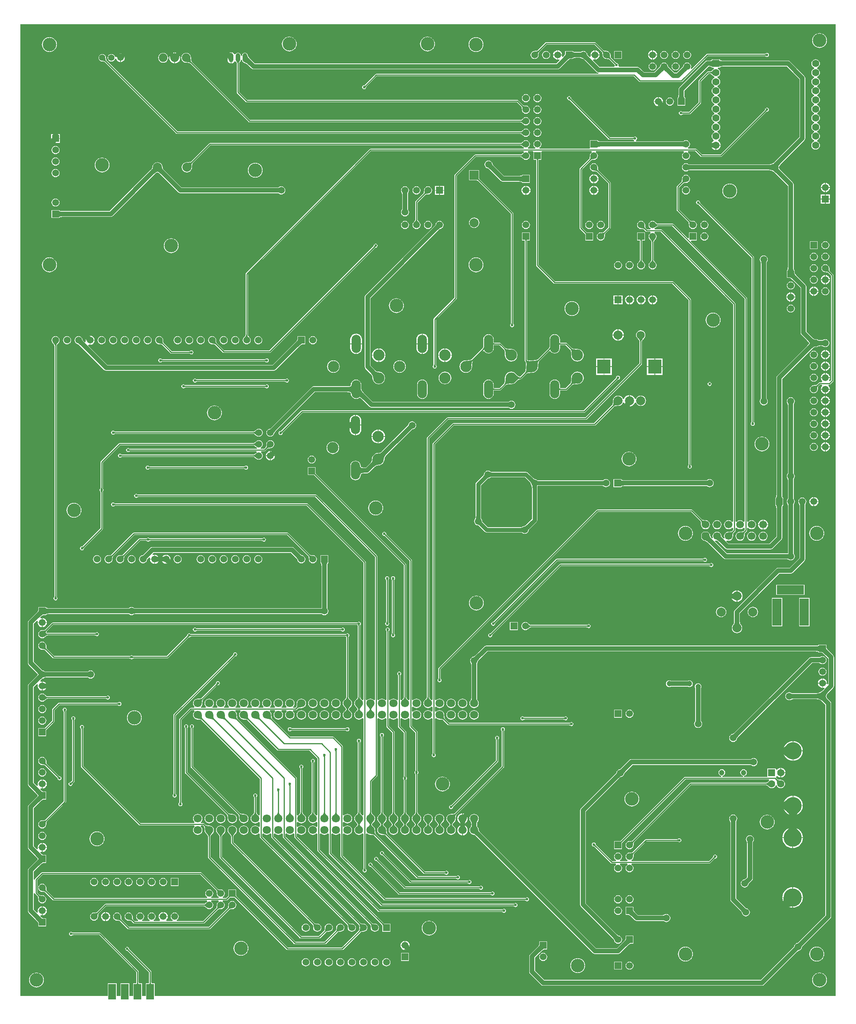
<source format=gbl>
%FSLAX25Y25*%
%MOIN*%
G70*
G01*
G75*
G04 Layer_Physical_Order=2*
G04 Layer_Color=16711680*
%ADD10R,0.05906X0.05118*%
%ADD11R,0.05118X0.07874*%
%ADD12R,0.05118X0.05906*%
%ADD13R,0.07284X0.13780*%
%ADD14R,0.12047X0.03504*%
%ADD15R,0.33622X0.21063*%
%ADD16R,0.05906X0.08661*%
%ADD17R,0.07874X0.05118*%
G04:AMPARAMS|DCode=18|XSize=35.43mil|YSize=59.06mil|CornerRadius=0mil|HoleSize=0mil|Usage=FLASHONLY|Rotation=150.000|XOffset=0mil|YOffset=0mil|HoleType=Round|Shape=Round|*
%AMOVALD18*
21,1,0.02362,0.03543,0.00000,0.00000,240.0*
1,1,0.03543,0.00591,0.01023*
1,1,0.03543,-0.00591,-0.01023*
%
%ADD18OVALD18*%

G04:AMPARAMS|DCode=19|XSize=35.43mil|YSize=59.06mil|CornerRadius=0mil|HoleSize=0mil|Usage=FLASHONLY|Rotation=120.000|XOffset=0mil|YOffset=0mil|HoleType=Round|Shape=Round|*
%AMOVALD19*
21,1,0.02362,0.03543,0.00000,0.00000,210.0*
1,1,0.03543,0.01023,0.00591*
1,1,0.03543,-0.01023,-0.00591*
%
%ADD19OVALD19*%

G04:AMPARAMS|DCode=20|XSize=35.43mil|YSize=59.06mil|CornerRadius=0mil|HoleSize=0mil|Usage=FLASHONLY|Rotation=30.000|XOffset=0mil|YOffset=0mil|HoleType=Round|Shape=Round|*
%AMOVALD20*
21,1,0.02362,0.03543,0.00000,0.00000,120.0*
1,1,0.03543,0.00591,-0.01023*
1,1,0.03543,-0.00591,0.01023*
%
%ADD20OVALD20*%

G04:AMPARAMS|DCode=21|XSize=35.43mil|YSize=59.06mil|CornerRadius=0mil|HoleSize=0mil|Usage=FLASHONLY|Rotation=60.000|XOffset=0mil|YOffset=0mil|HoleType=Round|Shape=Round|*
%AMOVALD21*
21,1,0.02362,0.03543,0.00000,0.00000,150.0*
1,1,0.03543,0.01023,-0.00591*
1,1,0.03543,-0.01023,0.00591*
%
%ADD21OVALD21*%

%ADD22O,0.05906X0.03543*%
%ADD23O,0.03543X0.05906*%
%ADD24R,0.06600X0.13700*%
%ADD25R,0.11811X0.04409*%
%ADD26R,0.08012X0.05906*%
%ADD27R,0.05906X0.08012*%
%ADD28R,0.04331X0.04724*%
%ADD29R,0.04724X0.04331*%
%ADD30R,0.05906X0.02362*%
%ADD31R,0.03347X0.01969*%
%ADD32R,0.13780X0.07284*%
%ADD33O,0.01417X0.04961*%
%ADD34O,0.02756X0.05118*%
%ADD35C,0.01000*%
%ADD36C,0.03543*%
%ADD37C,0.03937*%
%ADD38C,0.03504*%
%ADD39C,0.02756*%
%ADD40C,0.01969*%
%ADD41C,0.01417*%
%ADD42R,0.05906X0.05906*%
%ADD43C,0.05906*%
%ADD44R,0.05906X0.05906*%
%ADD45C,0.05906*%
%ADD46C,0.06693*%
G04:AMPARAMS|DCode=47|XSize=66.93mil|YSize=66.93mil|CornerRadius=0mil|HoleSize=0mil|Usage=FLASHONLY|Rotation=180.000|XOffset=0mil|YOffset=0mil|HoleType=Round|Shape=Octagon|*
%AMOCTAGOND47*
4,1,8,-0.03347,0.01673,-0.03347,-0.01673,-0.01673,-0.03347,0.01673,-0.03347,0.03347,-0.01673,0.03347,0.01673,0.01673,0.03347,-0.01673,0.03347,-0.03347,0.01673,0.0*
%
%ADD47OCTAGOND47*%

%ADD48C,0.07087*%
%ADD49C,0.15748*%
%ADD50C,0.14961*%
%ADD51C,0.06299*%
%ADD52R,0.06299X0.06299*%
%ADD53C,0.07874*%
%ADD54R,0.07874X0.07874*%
%ADD55R,0.05906X0.05906*%
%ADD56R,0.11811X0.12205*%
%ADD57O,0.08000X0.15748*%
%ADD58C,0.09803*%
%ADD59R,0.23622X0.07874*%
%ADD60R,0.07874X0.23622*%
%ADD61C,0.04724*%
%ADD62C,0.05512*%
%ADD63C,0.07480*%
%ADD64O,0.03937X0.07874*%
%ADD65O,0.03937X0.07874*%
%ADD66C,0.11811*%
%ADD67C,0.02362*%
G36*
X156273Y65465D02*
X156288Y65293D01*
X156313Y65141D01*
X156348Y65009D01*
X156393Y64898D01*
X156448Y64807D01*
X156513Y64736D01*
X156588Y64685D01*
X156673Y64655D01*
X156768Y64645D01*
X154768D01*
X154863Y64655D01*
X154948Y64685D01*
X155023Y64736D01*
X155088Y64807D01*
X155143Y64898D01*
X155188Y65009D01*
X155223Y65141D01*
X155248Y65293D01*
X155263Y65465D01*
X155268Y65657D01*
X156268D01*
X156273Y65465D01*
D02*
G37*
G36*
X167273D02*
X167288Y65293D01*
X167313Y65141D01*
X167348Y65009D01*
X167393Y64898D01*
X167448Y64807D01*
X167513Y64736D01*
X167588Y64685D01*
X167673Y64655D01*
X167768Y64645D01*
X165768D01*
X165863Y64655D01*
X165948Y64685D01*
X166023Y64736D01*
X166088Y64807D01*
X166143Y64898D01*
X166188Y65009D01*
X166223Y65141D01*
X166248Y65293D01*
X166263Y65465D01*
X166268Y65657D01*
X167268D01*
X167273Y65465D01*
D02*
G37*
G36*
X98910Y108765D02*
X98983Y108709D01*
X99062Y108660D01*
X99147Y108618D01*
X99237Y108582D01*
X99334Y108552D01*
X99436Y108529D01*
X99545Y108513D01*
X99659Y108503D01*
X99779Y108500D01*
Y107500D01*
X99659Y107497D01*
X99545Y107487D01*
X99436Y107471D01*
X99334Y107448D01*
X99237Y107418D01*
X99147Y107382D01*
X99062Y107340D01*
X98983Y107291D01*
X98910Y107235D01*
X98843Y107173D01*
Y108827D01*
X98910Y108765D01*
D02*
G37*
G36*
X762000Y54000D02*
X170560D01*
Y65161D01*
X167861D01*
X167854Y65178D01*
X167834Y65253D01*
X167817Y65359D01*
X167805Y65495D01*
X167800Y65671D01*
X167779Y65718D01*
Y74992D01*
X167702Y75379D01*
X167483Y75707D01*
X148757Y94434D01*
X148738Y94482D01*
X148666Y94558D01*
X148614Y94620D01*
X148570Y94680D01*
X148535Y94735D01*
X148507Y94787D01*
X148486Y94835D01*
X148471Y94880D01*
X148461Y94922D01*
X148456Y94963D01*
X148453Y95028D01*
X148438Y95063D01*
X148316Y95673D01*
X147947Y96226D01*
X147393Y96596D01*
X146740Y96726D01*
X146087Y96596D01*
X145534Y96226D01*
X145164Y95673D01*
X145034Y95020D01*
X145164Y94367D01*
X145534Y93813D01*
X146087Y93443D01*
X146697Y93322D01*
X146732Y93306D01*
X146797Y93304D01*
X146838Y93298D01*
X146880Y93288D01*
X146925Y93274D01*
X146973Y93253D01*
X147025Y93225D01*
X147080Y93190D01*
X147140Y93146D01*
X147202Y93093D01*
X147278Y93022D01*
X147326Y93003D01*
X165756Y74573D01*
Y65718D01*
X165735Y65671D01*
X165731Y65495D01*
X165719Y65359D01*
X165701Y65253D01*
X165682Y65178D01*
X165675Y65161D01*
X162976D01*
Y54000D01*
X159560D01*
Y65161D01*
X156861D01*
X156854Y65178D01*
X156834Y65253D01*
X156817Y65359D01*
X156805Y65495D01*
X156800Y65671D01*
X156779Y65718D01*
Y75232D01*
X156702Y75619D01*
X156483Y75947D01*
X123715Y108715D01*
X123387Y108935D01*
X123000Y109012D01*
X99840D01*
X99793Y109032D01*
X99689Y109035D01*
X99607Y109042D01*
X99534Y109053D01*
X99470Y109068D01*
X99414Y109085D01*
X99365Y109104D01*
X99323Y109125D01*
X99286Y109148D01*
X99254Y109173D01*
X99205Y109218D01*
X99170Y109231D01*
X98653Y109576D01*
X98000Y109706D01*
X97347Y109576D01*
X96794Y109206D01*
X96424Y108653D01*
X96294Y108000D01*
X96424Y107347D01*
X96794Y106794D01*
X97347Y106424D01*
X98000Y106294D01*
X98653Y106424D01*
X99170Y106769D01*
X99205Y106782D01*
X99254Y106827D01*
X99286Y106852D01*
X99323Y106875D01*
X99365Y106896D01*
X99414Y106915D01*
X99470Y106932D01*
X99534Y106947D01*
X99607Y106958D01*
X99689Y106965D01*
X99793Y106967D01*
X99840Y106988D01*
X122581D01*
X154756Y74813D01*
Y65718D01*
X154735Y65671D01*
X154731Y65495D01*
X154719Y65359D01*
X154701Y65253D01*
X154682Y65178D01*
X154675Y65161D01*
X151976D01*
Y54000D01*
X148560D01*
Y65161D01*
X140976D01*
Y54000D01*
X137560D01*
Y65161D01*
X129976D01*
Y54000D01*
X54000D01*
Y897000D01*
X762000D01*
Y54000D01*
D02*
G37*
G36*
X147925Y94916D02*
X147937Y94826D01*
X147958Y94735D01*
X147988Y94645D01*
X148027Y94556D01*
X148074Y94467D01*
X148130Y94378D01*
X148195Y94290D01*
X148269Y94203D01*
X148352Y94115D01*
X147644Y93408D01*
X147557Y93491D01*
X147469Y93565D01*
X147381Y93630D01*
X147293Y93686D01*
X147204Y93733D01*
X147114Y93772D01*
X147025Y93802D01*
X146934Y93823D01*
X146843Y93835D01*
X146752Y93839D01*
X147921Y95008D01*
X147925Y94916D01*
D02*
G37*
%LPC*%
G36*
X689000Y456872D02*
X687998Y456740D01*
X687064Y456353D01*
X686262Y455738D01*
X685647Y454936D01*
X685260Y454002D01*
X685128Y453000D01*
X685260Y451998D01*
X685647Y451064D01*
X686262Y450262D01*
X687064Y449647D01*
X687998Y449260D01*
X689000Y449128D01*
X690002Y449260D01*
X690936Y449647D01*
X691738Y450262D01*
X692353Y451064D01*
X692740Y451998D01*
X692872Y453000D01*
X692740Y454002D01*
X692353Y454936D01*
X691738Y455738D01*
X690936Y456353D01*
X690002Y456740D01*
X689000Y456872D01*
D02*
G37*
G36*
X745500Y461929D02*
X744246Y461805D01*
X743040Y461439D01*
X741928Y460845D01*
X740954Y460046D01*
X740155Y459071D01*
X739561Y457960D01*
X739195Y456754D01*
X739071Y455500D01*
X739195Y454246D01*
X739561Y453040D01*
X740155Y451929D01*
X740954Y450954D01*
X741928Y450155D01*
X743040Y449561D01*
X744246Y449195D01*
X745500Y449071D01*
X746754Y449195D01*
X747960Y449561D01*
X749072Y450155D01*
X750046Y450954D01*
X750845Y451929D01*
X751439Y453040D01*
X751805Y454246D01*
X751929Y455500D01*
X751805Y456754D01*
X751439Y457960D01*
X750845Y459071D01*
X750046Y460046D01*
X749072Y460845D01*
X747960Y461439D01*
X746754Y461805D01*
X745500Y461929D01*
D02*
G37*
G36*
X631500D02*
X630246Y461805D01*
X629040Y461439D01*
X627928Y460845D01*
X626954Y460046D01*
X626155Y459071D01*
X625561Y457960D01*
X625195Y456754D01*
X625071Y455500D01*
X625195Y454246D01*
X625561Y453040D01*
X626155Y451929D01*
X626954Y450954D01*
X627928Y450155D01*
X629040Y449561D01*
X630246Y449195D01*
X631500Y449071D01*
X632754Y449195D01*
X633960Y449561D01*
X635072Y450155D01*
X636046Y450954D01*
X636845Y451929D01*
X637439Y453040D01*
X637805Y454246D01*
X637929Y455500D01*
X637805Y456754D01*
X637439Y457960D01*
X636845Y459071D01*
X636046Y460046D01*
X635072Y460845D01*
X633960Y461439D01*
X632754Y461805D01*
X631500Y461929D01*
D02*
G37*
G36*
X699000Y456872D02*
X697998Y456740D01*
X697064Y456353D01*
X696262Y455738D01*
X695647Y454936D01*
X695260Y454002D01*
X695128Y453000D01*
X695260Y451998D01*
X695647Y451064D01*
X696262Y450262D01*
X697064Y449647D01*
X697998Y449260D01*
X699000Y449128D01*
X700002Y449260D01*
X700936Y449647D01*
X701738Y450262D01*
X702353Y451064D01*
X702740Y451998D01*
X702872Y453000D01*
X702740Y454002D01*
X702353Y454936D01*
X701738Y455738D01*
X700936Y456353D01*
X700002Y456740D01*
X699000Y456872D01*
D02*
G37*
G36*
X703345Y462705D02*
X699295D01*
Y458655D01*
X700135Y458765D01*
X701192Y459203D01*
X702100Y459900D01*
X702797Y460808D01*
X703235Y461865D01*
X703345Y462705D01*
D02*
G37*
G36*
X637000Y476012D02*
X555000D01*
X554613Y475935D01*
X554285Y475715D01*
X417285Y338715D01*
X417065Y338387D01*
X416988Y338000D01*
Y329840D01*
X416967Y329793D01*
X416965Y329689D01*
X416958Y329607D01*
X416947Y329534D01*
X416932Y329470D01*
X416915Y329414D01*
X416896Y329365D01*
X416875Y329323D01*
X416852Y329286D01*
X416827Y329254D01*
X416783Y329205D01*
X416769Y329170D01*
X416424Y328653D01*
X416294Y328000D01*
X416424Y327347D01*
X416794Y326794D01*
X417347Y326424D01*
X418000Y326294D01*
X418653Y326424D01*
X419206Y326794D01*
X419576Y327347D01*
X419706Y328000D01*
X419576Y328653D01*
X419231Y329170D01*
X419217Y329205D01*
X419173Y329254D01*
X419148Y329286D01*
X419125Y329323D01*
X419104Y329365D01*
X419085Y329414D01*
X419068Y329470D01*
X419053Y329534D01*
X419042Y329607D01*
X419035Y329689D01*
X419032Y329793D01*
X419012Y329840D01*
Y337581D01*
X555419Y473988D01*
X636581D01*
X644468Y466101D01*
X644482Y466060D01*
X644607Y465913D01*
X644704Y465760D01*
X644796Y465565D01*
X644881Y465328D01*
X644955Y465048D01*
X645017Y464726D01*
X645065Y464369D01*
X645118Y463513D01*
X645121Y463030D01*
X645130Y463010D01*
X645128Y463000D01*
X645260Y461998D01*
X645647Y461064D01*
X646262Y460262D01*
X647064Y459647D01*
X647998Y459260D01*
X649000Y459128D01*
X650002Y459260D01*
X650936Y459647D01*
X651738Y460262D01*
X652353Y461064D01*
X652740Y461998D01*
X652872Y463000D01*
X652740Y464002D01*
X652353Y464936D01*
X651738Y465738D01*
X650936Y466353D01*
X650002Y466740D01*
X649000Y466872D01*
X648990Y466870D01*
X648970Y466879D01*
X648487Y466882D01*
X647631Y466935D01*
X647274Y466983D01*
X646952Y467045D01*
X646672Y467119D01*
X646435Y467204D01*
X646240Y467296D01*
X646087Y467393D01*
X645939Y467519D01*
X645899Y467532D01*
X637715Y475715D01*
X637387Y475935D01*
X637000Y476012D01*
D02*
G37*
G36*
X265500Y451706D02*
X264847Y451576D01*
X264330Y451231D01*
X264295Y451218D01*
X264246Y451173D01*
X264214Y451148D01*
X264177Y451125D01*
X264135Y451104D01*
X264086Y451085D01*
X264030Y451068D01*
X263966Y451053D01*
X263893Y451042D01*
X263811Y451035D01*
X263707Y451032D01*
X263660Y451012D01*
X166840D01*
X166793Y451032D01*
X166689Y451035D01*
X166607Y451042D01*
X166534Y451053D01*
X166470Y451068D01*
X166414Y451085D01*
X166365Y451104D01*
X166323Y451125D01*
X166286Y451148D01*
X166254Y451173D01*
X166206Y451218D01*
X166170Y451231D01*
X165653Y451576D01*
X165000Y451706D01*
X164347Y451576D01*
X163830Y451231D01*
X163795Y451218D01*
X163746Y451173D01*
X163714Y451148D01*
X163677Y451125D01*
X163635Y451104D01*
X163586Y451085D01*
X163530Y451068D01*
X163466Y451053D01*
X163393Y451042D01*
X163311Y451035D01*
X163207Y451032D01*
X163160Y451012D01*
X157500D01*
X157113Y450935D01*
X156785Y450715D01*
X143150Y437081D01*
X143109Y437067D01*
X142975Y436952D01*
X142841Y436864D01*
X142673Y436781D01*
X142470Y436705D01*
X142232Y436637D01*
X141959Y436581D01*
X141658Y436538D01*
X140934Y436488D01*
X140525Y436485D01*
X140500Y436475D01*
X140500Y436475D01*
X139601Y436356D01*
X138763Y436009D01*
X138043Y435457D01*
X137491Y434737D01*
X137144Y433899D01*
X137025Y433000D01*
X137144Y432101D01*
X137491Y431263D01*
X138043Y430543D01*
X138763Y429991D01*
X139601Y429644D01*
X140500Y429525D01*
X141399Y429644D01*
X142237Y429991D01*
X142957Y430543D01*
X143509Y431263D01*
X143856Y432101D01*
X143975Y433000D01*
X143975Y433000D01*
X143985Y433026D01*
X143988Y433434D01*
X144037Y434158D01*
X144081Y434459D01*
X144137Y434732D01*
X144205Y434970D01*
X144281Y435173D01*
X144364Y435341D01*
X144452Y435475D01*
X144567Y435609D01*
X144581Y435651D01*
X157919Y448988D01*
X163160D01*
X163207Y448968D01*
X163311Y448965D01*
X163393Y448958D01*
X163466Y448947D01*
X163530Y448932D01*
X163586Y448915D01*
X163635Y448896D01*
X163677Y448875D01*
X163714Y448852D01*
X163746Y448827D01*
X163795Y448782D01*
X163830Y448769D01*
X164347Y448424D01*
X165000Y448294D01*
X165653Y448424D01*
X166170Y448769D01*
X166206Y448782D01*
X166254Y448827D01*
X166286Y448852D01*
X166323Y448875D01*
X166365Y448896D01*
X166414Y448915D01*
X166470Y448932D01*
X166534Y448947D01*
X166607Y448958D01*
X166689Y448965D01*
X166793Y448968D01*
X166840Y448988D01*
X263660D01*
X263707Y448968D01*
X263811Y448965D01*
X263893Y448958D01*
X263966Y448947D01*
X264030Y448932D01*
X264086Y448915D01*
X264135Y448896D01*
X264177Y448875D01*
X264214Y448852D01*
X264246Y448827D01*
X264295Y448782D01*
X264330Y448769D01*
X264847Y448424D01*
X265500Y448294D01*
X266153Y448424D01*
X266706Y448794D01*
X267076Y449347D01*
X267206Y450000D01*
X267076Y450653D01*
X266706Y451206D01*
X266153Y451576D01*
X265500Y451706D01*
D02*
G37*
G36*
X698705Y462705D02*
X694655D01*
X694765Y461865D01*
X695203Y460808D01*
X695900Y459900D01*
X696808Y459203D01*
X697865Y458765D01*
X698705Y458655D01*
Y462705D01*
D02*
G37*
G36*
X183187Y432705D02*
X180795D01*
Y430313D01*
X183187Y432705D01*
D02*
G37*
G36*
X648500Y434206D02*
X647847Y434076D01*
X647330Y433731D01*
X647295Y433717D01*
X647246Y433673D01*
X647214Y433648D01*
X647177Y433625D01*
X647135Y433604D01*
X647086Y433585D01*
X647030Y433568D01*
X646966Y433553D01*
X646893Y433542D01*
X646811Y433535D01*
X646707Y433532D01*
X646660Y433512D01*
X520000D01*
X519613Y433435D01*
X519285Y433215D01*
X465086Y379016D01*
X465038Y378998D01*
X464962Y378926D01*
X464899Y378873D01*
X464840Y378830D01*
X464784Y378794D01*
X464732Y378767D01*
X464684Y378746D01*
X464640Y378731D01*
X464598Y378721D01*
X464557Y378716D01*
X464492Y378713D01*
X464457Y378697D01*
X463847Y378576D01*
X463294Y378206D01*
X462924Y377653D01*
X462794Y377000D01*
X462924Y376347D01*
X463294Y375794D01*
X463847Y375424D01*
X464500Y375294D01*
X465153Y375424D01*
X465706Y375794D01*
X466076Y376347D01*
X466197Y376957D01*
X466213Y376992D01*
X466216Y377057D01*
X466221Y377098D01*
X466231Y377140D01*
X466246Y377184D01*
X466267Y377232D01*
X466294Y377284D01*
X466330Y377340D01*
X466373Y377399D01*
X466426Y377462D01*
X466498Y377538D01*
X466516Y377586D01*
X520419Y431488D01*
X646660D01*
X646707Y431467D01*
X646811Y431465D01*
X646893Y431458D01*
X646966Y431447D01*
X647030Y431432D01*
X647086Y431415D01*
X647135Y431396D01*
X647177Y431375D01*
X647214Y431352D01*
X647246Y431327D01*
X647295Y431283D01*
X647330Y431269D01*
X647847Y430924D01*
X648500Y430794D01*
X649153Y430924D01*
X649706Y431294D01*
X650076Y431847D01*
X650206Y432500D01*
X650076Y433153D01*
X649706Y433706D01*
X649153Y434076D01*
X648500Y434206D01*
D02*
G37*
G36*
X321445Y436445D02*
X314555D01*
Y430555D01*
D01*
X314555Y430517D01*
Y430322D01*
X314555Y430246D01*
Y430237D01*
Y430220D01*
Y430217D01*
Y430196D01*
Y430196D01*
Y430195D01*
Y430195D01*
X314555Y430194D01*
X314554Y430194D01*
X314554Y430194D01*
X314554Y430193D01*
Y430193D01*
X314553Y430192D01*
X314552Y430190D01*
X314552Y430190D01*
X314552Y430190D01*
D01*
X314551Y430190D01*
X314551Y430189D01*
X314551Y430189D01*
X314551Y430189D01*
Y430189D01*
X314550Y430188D01*
X314548Y430185D01*
X314548Y430185D01*
X314548Y430184D01*
Y430184D01*
X314546Y430181D01*
X314541Y430175D01*
X314541Y430174D01*
X314540Y430173D01*
Y430173D01*
X314540Y430172D01*
X314539Y430171D01*
X314539Y430171D01*
X314538Y430170D01*
X314540Y430093D01*
X314539Y430090D01*
X314537Y430085D01*
X314537Y430085D01*
X314537Y430084D01*
Y430084D01*
X314534Y430078D01*
X314529Y430066D01*
X314529Y430065D01*
X314528Y430063D01*
Y430063D01*
X314528Y430062D01*
X314527Y430060D01*
X314527Y430060D01*
X314527Y430059D01*
X314555Y429555D01*
X314559D01*
X314569D01*
X314586D01*
X314593D01*
X314608D01*
X314638D01*
X314648D01*
X314648D01*
X314654D01*
X314667D01*
X314706D01*
X314727D01*
X314757D01*
X314924D01*
X314927Y429553D01*
X314927Y429553D01*
X314934Y429548D01*
X314934Y429548D01*
X314938Y429545D01*
X314939Y429545D01*
X314948Y429538D01*
X314948Y429538D01*
X314949Y429538D01*
X314951Y429538D01*
X314952Y429537D01*
X314953Y429537D01*
X314957Y429536D01*
D01*
X314958Y429536D01*
X314960Y429536D01*
X314961Y429536D01*
X314961Y429535D01*
X314965Y429535D01*
Y429535D01*
X314966Y429535D01*
X314968Y429534D01*
X314970Y429534D01*
X314971Y429533D01*
X314976Y429532D01*
X314976Y429532D01*
X314977Y429532D01*
X314981Y429531D01*
X314983Y429531D01*
X314984Y429531D01*
X314991Y429529D01*
Y429529D01*
X314992Y429529D01*
X314995Y429528D01*
X314997Y429528D01*
X314998Y429528D01*
X315004Y429526D01*
X315004Y429526D01*
X315006Y429526D01*
X315010Y429525D01*
X315013Y429524D01*
X315014Y429524D01*
X315024Y429522D01*
X315031Y429517D01*
X315094Y429432D01*
X315182Y429241D01*
X315271Y428945D01*
X315348Y428567D01*
X315489Y426845D01*
X315491Y426708D01*
Y391356D01*
X315475Y390650D01*
X315469Y390578D01*
X314159Y390509D01*
X153856D01*
X153149Y390525D01*
X152875Y390546D01*
X152832Y390553D01*
X152237Y391009D01*
X151399Y391356D01*
X150500Y391475D01*
X149601Y391356D01*
X148763Y391009D01*
X148218Y390591D01*
X146659Y390509D01*
X79292D01*
X79150Y390511D01*
X77921Y390586D01*
X77446Y390650D01*
X77055Y390729D01*
X76759Y390818D01*
X76568Y390906D01*
X76483Y390969D01*
X76478Y390975D01*
X76476Y390986D01*
X76476Y390987D01*
X76475Y390990D01*
X76474Y390994D01*
X76474Y390996D01*
X76474Y390996D01*
X76472Y391002D01*
X76472Y391003D01*
X76472Y391005D01*
X76471Y391008D01*
X76471Y391009D01*
X76471D01*
X76469Y391016D01*
X76469Y391017D01*
X76469Y391019D01*
X76468Y391023D01*
X76468Y391024D01*
X76468Y391024D01*
X76467Y391029D01*
X76466Y391030D01*
X76466Y391032D01*
X76465Y391035D01*
X76465Y391035D01*
X76465D01*
X76464Y391039D01*
X76464Y391039D01*
X76464Y391040D01*
X76464Y391042D01*
X76464Y391043D01*
D01*
X76463Y391047D01*
X76463Y391048D01*
X76462Y391049D01*
X76462Y391051D01*
X76462Y391052D01*
X76462Y391052D01*
X76455Y391062D01*
X76452Y391065D01*
X76452Y391066D01*
X76452Y391066D01*
X76447Y391073D01*
X76445Y391076D01*
X76445Y391076D01*
Y391245D01*
Y391273D01*
Y391294D01*
Y391334D01*
Y391346D01*
Y391352D01*
Y391368D01*
Y391374D01*
Y391377D01*
Y391398D01*
Y391407D01*
Y391411D01*
Y391422D01*
Y391424D01*
Y391430D01*
Y391441D01*
X76445Y391445D01*
X75941Y391474D01*
X75940Y391473D01*
X75938Y391472D01*
X75937Y391472D01*
X75937D01*
X75934Y391471D01*
X75922Y391466D01*
X75916Y391463D01*
X75916D01*
X75915Y391463D01*
X75910Y391461D01*
X75907Y391460D01*
X75830Y391462D01*
X75829Y391461D01*
X75828Y391460D01*
X75827Y391460D01*
D01*
X75825Y391459D01*
X75819Y391454D01*
X75816Y391452D01*
D01*
X75815Y391452D01*
X75812Y391450D01*
X75811Y391449D01*
X75811D01*
X75811Y391449D01*
X75810Y391448D01*
X75810Y391448D01*
D01*
X75810Y391448D01*
X75808Y391447D01*
X75807Y391446D01*
X75807D01*
X75806Y391446D01*
X75806Y391445D01*
X75805Y391445D01*
X75789D01*
X75776D01*
X75507Y391445D01*
X75483D01*
X75483D01*
X71015D01*
X70015Y391445D01*
X70015D01*
X69555D01*
Y391445D01*
X69526Y390627D01*
X69555Y390558D01*
Y390558D01*
X69555Y390445D01*
Y388731D01*
X69274Y388239D01*
X68857Y387639D01*
X67659Y386224D01*
X67198Y385746D01*
X61226Y379774D01*
X60682Y378960D01*
X60491Y378000D01*
Y343000D01*
X60682Y342040D01*
X61226Y341226D01*
X68853Y333599D01*
X69341Y333088D01*
X69388Y333033D01*
X68510Y332058D01*
X61226Y324774D01*
X60682Y323960D01*
X60491Y323000D01*
Y238000D01*
X60682Y237040D01*
X61226Y236226D01*
X67033Y230419D01*
X68322Y229032D01*
X68857Y228364D01*
X69109Y228002D01*
X68857Y227639D01*
X67659Y226224D01*
X67198Y225746D01*
X61226Y219774D01*
X60682Y218960D01*
X60491Y218000D01*
Y183000D01*
X60682Y182040D01*
X61226Y181226D01*
X67033Y175419D01*
X68322Y174032D01*
X68857Y173364D01*
X69109Y173002D01*
X68857Y172639D01*
X67659Y171224D01*
X67198Y170746D01*
X61226Y164774D01*
X60682Y163960D01*
X60491Y163000D01*
Y128000D01*
X60682Y127040D01*
X61226Y126226D01*
X67033Y120419D01*
X68322Y119032D01*
X68857Y118364D01*
X69280Y117757D01*
X69555Y117277D01*
Y115555D01*
D01*
X69555Y115413D01*
Y115413D01*
X69546Y115391D01*
X69540Y115377D01*
X69538Y115373D01*
X69555Y114555D01*
Y114555D01*
X69633D01*
X69660D01*
X69867D01*
X69898D01*
X69980D01*
X70027D01*
X71027Y114555D01*
X76445D01*
Y119973D01*
X76445Y120973D01*
Y121047D01*
Y121445D01*
X76445D01*
X75627Y121461D01*
X75587Y121445D01*
X75587D01*
X75445Y121445D01*
X73723D01*
X73243Y121720D01*
X72642Y122139D01*
X71225Y123339D01*
X71162Y123401D01*
X71720Y124252D01*
X71968Y124149D01*
X72705Y124052D01*
Y127705D01*
X69052D01*
X69149Y126968D01*
X69258Y126704D01*
X68411Y126137D01*
X65509Y129039D01*
Y143299D01*
X66509Y143397D01*
X66565Y143113D01*
X66785Y142785D01*
X68919Y140651D01*
X68933Y140609D01*
X69048Y140475D01*
X69136Y140341D01*
X69219Y140173D01*
X69295Y139970D01*
X69363Y139732D01*
X69419Y139459D01*
X69463Y139158D01*
X69512Y138434D01*
X69515Y138026D01*
X69525Y138000D01*
X69525Y138000D01*
X69644Y137101D01*
X69991Y136263D01*
X70543Y135543D01*
X71263Y134991D01*
X72101Y134644D01*
X73000Y134525D01*
X73899Y134644D01*
X74737Y134991D01*
X75457Y135543D01*
X76009Y136263D01*
X76356Y137101D01*
X76475Y138000D01*
X76356Y138899D01*
X76009Y139737D01*
X75457Y140457D01*
X74737Y141009D01*
X73899Y141356D01*
X73000Y141475D01*
X73000Y141475D01*
X72974Y141485D01*
X72566Y141488D01*
X71842Y141537D01*
X71541Y141581D01*
X71268Y141637D01*
X71030Y141705D01*
X70827Y141781D01*
X70659Y141864D01*
X70525Y141952D01*
X70391Y142067D01*
X70349Y142081D01*
X68512Y143919D01*
Y154581D01*
X73419Y159488D01*
X210081D01*
X223919Y145650D01*
X223933Y145609D01*
X224048Y145475D01*
X224136Y145341D01*
X224219Y145173D01*
X224295Y144970D01*
X224363Y144732D01*
X224419Y144459D01*
X224463Y144158D01*
X224512Y143434D01*
X224515Y143026D01*
X224525Y143000D01*
X224525Y143000D01*
X224644Y142101D01*
X224991Y141263D01*
X225543Y140543D01*
X226236Y140012D01*
X226246Y139924D01*
X226014Y139012D01*
X219986D01*
X219754Y139924D01*
X219764Y140012D01*
X220457Y140543D01*
X221009Y141263D01*
X221356Y142101D01*
X221475Y143000D01*
X221356Y143899D01*
X221009Y144737D01*
X220457Y145457D01*
X219737Y146009D01*
X218899Y146356D01*
X218000Y146475D01*
X217101Y146356D01*
X216263Y146009D01*
X215543Y145457D01*
X214991Y144737D01*
X214644Y143899D01*
X214525Y143000D01*
X214644Y142101D01*
X214991Y141263D01*
X215543Y140543D01*
X216236Y140012D01*
X216246Y139924D01*
X216014Y139012D01*
X83419D01*
X77081Y145349D01*
X77067Y145391D01*
X76952Y145525D01*
X76864Y145659D01*
X76781Y145827D01*
X76705Y146030D01*
X76637Y146268D01*
X76581Y146541D01*
X76538Y146842D01*
X76488Y147566D01*
X76485Y147974D01*
X76475Y148000D01*
X76475Y148000D01*
X76356Y148899D01*
X76009Y149737D01*
X75457Y150457D01*
X74737Y151009D01*
X73899Y151356D01*
X73000Y151475D01*
X72101Y151356D01*
X71263Y151009D01*
X70543Y150457D01*
X69991Y149737D01*
X69644Y148899D01*
X69525Y148000D01*
X69644Y147101D01*
X69991Y146263D01*
X70543Y145543D01*
X71263Y144991D01*
X72101Y144644D01*
X73000Y144525D01*
X73000Y144525D01*
X73026Y144515D01*
X73434Y144512D01*
X74158Y144463D01*
X74459Y144419D01*
X74732Y144363D01*
X74970Y144295D01*
X75173Y144219D01*
X75341Y144136D01*
X75475Y144048D01*
X75609Y143933D01*
X75651Y143919D01*
X82285Y137285D01*
X82285Y137285D01*
X82613Y137065D01*
X83000Y136988D01*
X83000Y136988D01*
X216014D01*
X216246Y136076D01*
X216236Y135988D01*
X215543Y135457D01*
X215543Y135457D01*
X215517Y135446D01*
X215227Y135160D01*
X214680Y134682D01*
X214436Y134500D01*
X214204Y134347D01*
X213987Y134227D01*
X213790Y134137D01*
X213612Y134077D01*
X213456Y134044D01*
X213279Y134031D01*
X213240Y134012D01*
X128000D01*
X128000Y134012D01*
X127613Y133935D01*
X127285Y133715D01*
X127285Y133715D01*
X120650Y127081D01*
X120609Y127067D01*
X120475Y126952D01*
X120341Y126864D01*
X120173Y126781D01*
X119970Y126705D01*
X119732Y126637D01*
X119459Y126581D01*
X119158Y126538D01*
X118434Y126488D01*
X118026Y126485D01*
X118000Y126475D01*
X118000Y126475D01*
X117101Y126356D01*
X116263Y126009D01*
X115543Y125457D01*
X114991Y124737D01*
X114644Y123899D01*
X114525Y123000D01*
X114644Y122101D01*
X114991Y121263D01*
X115543Y120543D01*
X116263Y119991D01*
X117101Y119644D01*
X118000Y119525D01*
X118899Y119644D01*
X119737Y119991D01*
X120457Y120543D01*
X121009Y121263D01*
X121356Y122101D01*
X121475Y123000D01*
X121475Y123000D01*
X121485Y123026D01*
X121488Y123434D01*
X121537Y124158D01*
X121581Y124459D01*
X121637Y124732D01*
X121705Y124970D01*
X121781Y125173D01*
X121864Y125341D01*
X121952Y125475D01*
X122067Y125609D01*
X122081Y125651D01*
X128419Y131988D01*
X213240D01*
X213279Y131969D01*
X213456Y131956D01*
X213612Y131923D01*
X213790Y131863D01*
X213987Y131773D01*
X214204Y131652D01*
X214436Y131500D01*
X214680Y131318D01*
X215227Y130840D01*
X215517Y130554D01*
X215543Y130543D01*
X215543Y130543D01*
X216263Y129991D01*
X217101Y129644D01*
X218000Y129525D01*
X218899Y129644D01*
X219737Y129991D01*
X220457Y130543D01*
X221009Y131263D01*
X221356Y132101D01*
X221475Y133000D01*
X221356Y133899D01*
X221009Y134737D01*
X220457Y135457D01*
X219764Y135988D01*
X219754Y136076D01*
X219986Y136988D01*
X226014D01*
X226246Y136076D01*
X226236Y135988D01*
X225543Y135457D01*
X224991Y134737D01*
X224644Y133899D01*
X224525Y133000D01*
X224525Y133000D01*
X224515Y132974D01*
X224512Y132566D01*
X224463Y131842D01*
X224419Y131541D01*
X224363Y131268D01*
X224295Y131030D01*
X224219Y130827D01*
X224136Y130659D01*
X224048Y130525D01*
X223933Y130391D01*
X223919Y130350D01*
X212581Y119012D01*
X189986D01*
X189754Y119924D01*
X189764Y120012D01*
X190457Y120543D01*
X191009Y121263D01*
X191356Y122101D01*
X191475Y123000D01*
X191356Y123899D01*
X191009Y124737D01*
X190457Y125457D01*
X189737Y126009D01*
X188899Y126356D01*
X188000Y126475D01*
X187101Y126356D01*
X186263Y126009D01*
X185543Y125457D01*
X184991Y124737D01*
X184644Y123899D01*
X184525Y123000D01*
X184644Y122101D01*
X184991Y121263D01*
X185543Y120543D01*
X186236Y120012D01*
X186246Y119924D01*
X186014Y119012D01*
X180938D01*
X180598Y120012D01*
X180819Y120181D01*
X181453Y121007D01*
X181851Y121968D01*
X181948Y122705D01*
X174052D01*
X174149Y121968D01*
X174547Y121007D01*
X175181Y120181D01*
X175401Y120012D01*
X175062Y119012D01*
X169986D01*
X169754Y119924D01*
X169764Y120012D01*
X170457Y120543D01*
X171009Y121263D01*
X171356Y122101D01*
X171475Y123000D01*
X171356Y123899D01*
X171009Y124737D01*
X170457Y125457D01*
X169737Y126009D01*
X168899Y126356D01*
X168000Y126475D01*
X167101Y126356D01*
X166263Y126009D01*
X165543Y125457D01*
X164991Y124737D01*
X164644Y123899D01*
X164525Y123000D01*
X164644Y122101D01*
X164991Y121263D01*
X165543Y120543D01*
X166236Y120012D01*
X166246Y119924D01*
X166014Y119012D01*
X159986D01*
X159754Y119924D01*
X159764Y120012D01*
X160457Y120543D01*
X161009Y121263D01*
X161356Y122101D01*
X161475Y123000D01*
X161356Y123899D01*
X161009Y124737D01*
X160457Y125457D01*
X159737Y126009D01*
X158899Y126356D01*
X158000Y126475D01*
X157101Y126356D01*
X156263Y126009D01*
X155543Y125457D01*
X154991Y124737D01*
X154644Y123899D01*
X154525Y123000D01*
X154644Y122101D01*
X154991Y121263D01*
X155543Y120543D01*
X156236Y120012D01*
X156246Y119924D01*
X156014Y119012D01*
X153419D01*
X152081Y120350D01*
X152067Y120391D01*
X151952Y120525D01*
X151864Y120659D01*
X151781Y120827D01*
X151705Y121030D01*
X151637Y121268D01*
X151581Y121541D01*
X151538Y121842D01*
X151488Y122566D01*
X151485Y122975D01*
X151475Y123000D01*
X151475Y123000D01*
X151356Y123899D01*
X151009Y124737D01*
X150457Y125457D01*
X149737Y126009D01*
X148899Y126356D01*
X148000Y126475D01*
X147101Y126356D01*
X146263Y126009D01*
X145543Y125457D01*
X144991Y124737D01*
X144644Y123899D01*
X144525Y123000D01*
X144644Y122101D01*
X144991Y121263D01*
X145543Y120543D01*
X146263Y119991D01*
X147101Y119644D01*
X148000Y119525D01*
X148000Y119525D01*
X148026Y119515D01*
X148434Y119512D01*
X149158Y119463D01*
X149459Y119419D01*
X149732Y119363D01*
X149970Y119295D01*
X150173Y119219D01*
X150341Y119136D01*
X150475Y119048D01*
X150609Y118933D01*
X150651Y118919D01*
X152285Y117285D01*
X152613Y117065D01*
X153000Y116988D01*
X213000D01*
X213387Y117065D01*
X213715Y117285D01*
X225349Y128919D01*
X225391Y128933D01*
X225525Y129048D01*
X225659Y129136D01*
X225827Y129219D01*
X226030Y129295D01*
X226268Y129363D01*
X226541Y129419D01*
X226842Y129463D01*
X227566Y129512D01*
X227974Y129515D01*
X228000Y129525D01*
X228000Y129525D01*
X228899Y129644D01*
X229737Y129991D01*
X230457Y130543D01*
X231009Y131263D01*
X231356Y132101D01*
X231475Y133000D01*
X231356Y133899D01*
X231009Y134737D01*
X230457Y135457D01*
X229764Y135988D01*
X229754Y136076D01*
X229986Y136988D01*
X233000D01*
X233387Y137065D01*
X233715Y137285D01*
X235375Y138944D01*
X235422Y138962D01*
X235803Y139316D01*
X235951Y139434D01*
X236079Y139524D01*
X236135Y139555D01*
X236405D01*
X236473Y139527D01*
X236514Y139543D01*
X236557Y139533D01*
X236593Y139555D01*
X239407D01*
X239443Y139533D01*
X239486Y139543D01*
X239527Y139527D01*
X239596Y139555D01*
X239865D01*
X239921Y139524D01*
X240043Y139438D01*
X240378Y139155D01*
X240571Y138969D01*
X240620Y138950D01*
X285285Y94285D01*
X285613Y94065D01*
X286000Y93988D01*
X333440D01*
X333827Y94065D01*
X334155Y94285D01*
X349149Y109279D01*
X349191Y109293D01*
X349325Y109408D01*
X349459Y109496D01*
X349627Y109579D01*
X349830Y109655D01*
X350068Y109723D01*
X350341Y109779D01*
X350642Y109822D01*
X351366Y109872D01*
X351774Y109875D01*
X351800Y109885D01*
X351800Y109885D01*
X352699Y110004D01*
X353537Y110351D01*
X354257Y110903D01*
X354809Y111623D01*
X355156Y112461D01*
X355275Y113360D01*
X355156Y114259D01*
X354809Y115097D01*
X354257Y115817D01*
X353537Y116369D01*
X352699Y116716D01*
X351800Y116835D01*
X351800Y116835D01*
X351774Y116845D01*
X351366Y116848D01*
X350642Y116897D01*
X350341Y116941D01*
X350068Y116997D01*
X349830Y117065D01*
X349627Y117141D01*
X349459Y117224D01*
X349325Y117312D01*
X349191Y117427D01*
X349149Y117441D01*
X274012Y192579D01*
Y194926D01*
X275012Y195266D01*
X275122Y195122D01*
X275965Y194475D01*
X276946Y194068D01*
X278000Y193930D01*
X279053Y194068D01*
X280035Y194475D01*
X280878Y195122D01*
X280988Y195266D01*
X281988Y194926D01*
Y192160D01*
X282065Y191773D01*
X282285Y191445D01*
X357719Y116010D01*
X357733Y115969D01*
X357848Y115835D01*
X357936Y115701D01*
X358019Y115533D01*
X358095Y115330D01*
X358163Y115092D01*
X358219Y114819D01*
X358262Y114518D01*
X358312Y113794D01*
X358315Y113385D01*
X358325Y113360D01*
X358325Y113360D01*
X358444Y112461D01*
X358791Y111623D01*
X359343Y110903D01*
X360063Y110351D01*
X360901Y110004D01*
X361800Y109885D01*
X362699Y110004D01*
X363537Y110351D01*
X364257Y110903D01*
X364809Y111623D01*
X365156Y112461D01*
X365275Y113360D01*
X365156Y114259D01*
X364809Y115097D01*
X364257Y115817D01*
X363537Y116369D01*
X362699Y116716D01*
X361800Y116835D01*
X361800Y116835D01*
X361774Y116845D01*
X361366Y116848D01*
X360642Y116897D01*
X360341Y116941D01*
X360068Y116997D01*
X359830Y117065D01*
X359627Y117141D01*
X359459Y117224D01*
X359325Y117312D01*
X359191Y117427D01*
X359149Y117441D01*
X284012Y192579D01*
Y194926D01*
X285012Y195266D01*
X285122Y195122D01*
X285965Y194475D01*
X286947Y194068D01*
X288000Y193930D01*
X289054Y194068D01*
X290035Y194475D01*
X290878Y195122D01*
X290988Y195266D01*
X291988Y194926D01*
Y192160D01*
X292065Y191773D01*
X292285Y191445D01*
X367745Y115985D01*
X367762Y115938D01*
X368119Y115554D01*
X368239Y115405D01*
X368330Y115276D01*
X368355Y115232D01*
Y114927D01*
X368339Y114886D01*
X368355Y114847D01*
Y114843D01*
X368345Y114802D01*
X368355Y114786D01*
Y109915D01*
X375245D01*
Y116805D01*
X370374D01*
X370358Y116815D01*
X370317Y116805D01*
X370313D01*
X370273Y116821D01*
X370233Y116805D01*
X369928D01*
X369884Y116830D01*
X369761Y116917D01*
X369423Y117204D01*
X369229Y117391D01*
X369180Y117410D01*
X294012Y192579D01*
Y194926D01*
X295012Y195266D01*
X295122Y195122D01*
X295965Y194475D01*
X296947Y194068D01*
X298000Y193930D01*
X299054Y194068D01*
X300035Y194475D01*
X300878Y195122D01*
X301525Y195965D01*
X301932Y196947D01*
X302070Y198000D01*
X301932Y199054D01*
X301525Y200035D01*
X300878Y200878D01*
X300035Y201525D01*
X299054Y201932D01*
X298000Y202070D01*
X296947Y201932D01*
X295965Y201525D01*
X295122Y200878D01*
X295012Y200734D01*
X294012Y201074D01*
Y204926D01*
X295012Y205266D01*
X295122Y205122D01*
X295965Y204475D01*
X296947Y204068D01*
X298000Y203930D01*
X299054Y204068D01*
X300035Y204475D01*
X300878Y205122D01*
X301525Y205965D01*
X301932Y206946D01*
X302070Y208000D01*
X301932Y209053D01*
X301525Y210035D01*
X300878Y210878D01*
X300866Y210887D01*
X300859Y210905D01*
X300493Y211275D01*
X299881Y211965D01*
X299644Y212272D01*
X299445Y212563D01*
X299287Y212831D01*
X299169Y213074D01*
X299091Y213290D01*
X299047Y213476D01*
X299031Y213678D01*
X299012Y213715D01*
Y251160D01*
X299032Y251207D01*
X299035Y251311D01*
X299042Y251393D01*
X299053Y251466D01*
X299068Y251530D01*
X299085Y251586D01*
X299104Y251635D01*
X299125Y251677D01*
X299148Y251714D01*
X299173Y251746D01*
X299218Y251795D01*
X299231Y251830D01*
X299576Y252347D01*
X299706Y253000D01*
X299576Y253653D01*
X299206Y254206D01*
X298653Y254576D01*
X298000Y254706D01*
X297347Y254576D01*
X296794Y254206D01*
X296424Y253653D01*
X296294Y253000D01*
X296424Y252347D01*
X296769Y251830D01*
X296782Y251795D01*
X296827Y251746D01*
X296852Y251714D01*
X296875Y251677D01*
X296896Y251635D01*
X296915Y251586D01*
X296932Y251530D01*
X296947Y251466D01*
X296958Y251393D01*
X296965Y251311D01*
X296968Y251207D01*
X296988Y251160D01*
Y213715D01*
X296969Y213678D01*
X296953Y213476D01*
X296909Y213290D01*
X296831Y213074D01*
X296713Y212831D01*
X296555Y212563D01*
X296356Y212272D01*
X296119Y211965D01*
X295507Y211275D01*
X295141Y210905D01*
X295134Y210887D01*
X295122Y210878D01*
X295012Y210734D01*
X294012Y211074D01*
Y243000D01*
X294012Y243000D01*
X293935Y243387D01*
X293715Y243715D01*
X242757Y294674D01*
X242744Y294714D01*
X242613Y294868D01*
X242512Y295031D01*
X242415Y295239D01*
X242326Y295494D01*
X242248Y295795D01*
X242183Y296142D01*
X242134Y296527D01*
X242079Y297447D01*
X242076Y297968D01*
X242068Y297985D01*
X242070Y298000D01*
X241932Y299054D01*
X241525Y300035D01*
X240878Y300878D01*
X240734Y300988D01*
X241074Y301988D01*
X244926D01*
X245266Y300988D01*
X245122Y300878D01*
X244475Y300035D01*
X244068Y299054D01*
X243930Y298000D01*
X244068Y296947D01*
X244475Y295965D01*
X245122Y295122D01*
X245965Y294475D01*
X246947Y294068D01*
X248000Y293930D01*
X248015Y293932D01*
X248032Y293924D01*
X248553Y293921D01*
X249474Y293866D01*
X249858Y293817D01*
X250205Y293752D01*
X250506Y293674D01*
X250761Y293585D01*
X250969Y293488D01*
X251132Y293387D01*
X251286Y293256D01*
X251326Y293244D01*
X277285Y267285D01*
X277613Y267065D01*
X278000Y266988D01*
X278000Y266988D01*
X305081D01*
X311988Y260081D01*
Y211074D01*
X310988Y210734D01*
X310878Y210878D01*
X310866Y210887D01*
X310859Y210905D01*
X310493Y211275D01*
X309881Y211965D01*
X309644Y212272D01*
X309445Y212563D01*
X309287Y212831D01*
X309170Y213074D01*
X309091Y213290D01*
X309048Y213476D01*
X309031Y213678D01*
X309012Y213715D01*
Y256160D01*
X309033Y256207D01*
X309035Y256311D01*
X309042Y256393D01*
X309053Y256466D01*
X309068Y256530D01*
X309085Y256586D01*
X309104Y256635D01*
X309125Y256677D01*
X309148Y256714D01*
X309173Y256746D01*
X309218Y256795D01*
X309231Y256830D01*
X309576Y257347D01*
X309706Y258000D01*
X309576Y258653D01*
X309206Y259206D01*
X308653Y259576D01*
X308000Y259706D01*
X307347Y259576D01*
X306794Y259206D01*
X306424Y258653D01*
X306294Y258000D01*
X306424Y257347D01*
X306769Y256830D01*
X306783Y256795D01*
X306827Y256746D01*
X306852Y256714D01*
X306875Y256677D01*
X306896Y256635D01*
X306915Y256586D01*
X306932Y256530D01*
X306947Y256466D01*
X306958Y256393D01*
X306965Y256311D01*
X306967Y256207D01*
X306988Y256160D01*
Y213715D01*
X306969Y213678D01*
X306953Y213476D01*
X306909Y213290D01*
X306831Y213074D01*
X306713Y212831D01*
X306555Y212563D01*
X306356Y212272D01*
X306119Y211965D01*
X305507Y211275D01*
X305141Y210905D01*
X305134Y210887D01*
X305122Y210878D01*
X304475Y210035D01*
X304068Y209053D01*
X303930Y208000D01*
X304068Y206946D01*
X304475Y205965D01*
X305122Y205122D01*
X305965Y204475D01*
X306946Y204068D01*
X308000Y203930D01*
X309053Y204068D01*
X310035Y204475D01*
X310878Y205122D01*
X310988Y205266D01*
X311988Y204926D01*
Y201074D01*
X310988Y200734D01*
X310878Y200878D01*
X310035Y201525D01*
X309053Y201932D01*
X308000Y202070D01*
X306946Y201932D01*
X305965Y201525D01*
X305122Y200878D01*
X304475Y200035D01*
X304068Y199054D01*
X303930Y198000D01*
X304068Y196947D01*
X304475Y195965D01*
X305122Y195122D01*
X305965Y194475D01*
X306946Y194068D01*
X308000Y193930D01*
X309053Y194068D01*
X310035Y194475D01*
X310878Y195122D01*
X310988Y195266D01*
X311988Y194926D01*
Y180500D01*
X312065Y180113D01*
X312285Y179785D01*
X364785Y127285D01*
X365113Y127065D01*
X365500Y126988D01*
X472160D01*
X472207Y126968D01*
X472311Y126965D01*
X472393Y126958D01*
X472466Y126947D01*
X472530Y126932D01*
X472586Y126915D01*
X472635Y126896D01*
X472677Y126875D01*
X472714Y126852D01*
X472746Y126827D01*
X472794Y126783D01*
X472830Y126769D01*
X473347Y126424D01*
X474000Y126294D01*
X474653Y126424D01*
X475206Y126794D01*
X475576Y127347D01*
X475706Y128000D01*
X475576Y128653D01*
X475206Y129206D01*
X474653Y129576D01*
X474000Y129706D01*
X473347Y129576D01*
X472830Y129231D01*
X472794Y129218D01*
X472746Y129173D01*
X472714Y129148D01*
X472677Y129125D01*
X472635Y129104D01*
X472586Y129085D01*
X472530Y129068D01*
X472466Y129053D01*
X472393Y129042D01*
X472311Y129035D01*
X472207Y129033D01*
X472160Y129012D01*
X365919D01*
X314012Y180919D01*
Y194926D01*
X315012Y195266D01*
X315122Y195122D01*
X315965Y194475D01*
X316947Y194068D01*
X318000Y193930D01*
X319054Y194068D01*
X320035Y194475D01*
X320878Y195122D01*
X320988Y195266D01*
X321988Y194926D01*
Y178000D01*
X322065Y177613D01*
X322285Y177285D01*
X367285Y132285D01*
X367613Y132065D01*
X368000Y131988D01*
X482160D01*
X482207Y131967D01*
X482311Y131965D01*
X482393Y131958D01*
X482466Y131947D01*
X482530Y131932D01*
X482586Y131915D01*
X482635Y131896D01*
X482677Y131875D01*
X482714Y131852D01*
X482746Y131827D01*
X482795Y131782D01*
X482830Y131769D01*
X483347Y131424D01*
X484000Y131294D01*
X484653Y131424D01*
X485206Y131794D01*
X485576Y132347D01*
X485706Y133000D01*
X485576Y133653D01*
X485206Y134206D01*
X484653Y134576D01*
X484000Y134706D01*
X483347Y134576D01*
X482830Y134231D01*
X482795Y134218D01*
X482746Y134173D01*
X482714Y134148D01*
X482677Y134125D01*
X482635Y134104D01*
X482586Y134085D01*
X482530Y134068D01*
X482466Y134053D01*
X482393Y134042D01*
X482311Y134035D01*
X482207Y134032D01*
X482160Y134012D01*
X368419D01*
X324012Y178419D01*
Y194926D01*
X325012Y195266D01*
X325122Y195122D01*
X325965Y194475D01*
X326946Y194068D01*
X328000Y193930D01*
X329053Y194068D01*
X330035Y194475D01*
X330878Y195122D01*
X330988Y195266D01*
X331988Y194926D01*
Y175500D01*
X332065Y175113D01*
X332285Y174785D01*
X369785Y137285D01*
X370113Y137065D01*
X370500Y136988D01*
X492160D01*
X492207Y136968D01*
X492311Y136965D01*
X492393Y136958D01*
X492466Y136947D01*
X492530Y136932D01*
X492586Y136915D01*
X492635Y136896D01*
X492677Y136875D01*
X492714Y136852D01*
X492746Y136827D01*
X492795Y136783D01*
X492830Y136769D01*
X493347Y136424D01*
X494000Y136294D01*
X494653Y136424D01*
X495206Y136794D01*
X495576Y137347D01*
X495706Y138000D01*
X495576Y138653D01*
X495206Y139206D01*
X494653Y139576D01*
X494000Y139706D01*
X493347Y139576D01*
X492830Y139231D01*
X492795Y139217D01*
X492746Y139173D01*
X492714Y139148D01*
X492677Y139125D01*
X492635Y139104D01*
X492586Y139085D01*
X492530Y139068D01*
X492466Y139053D01*
X492393Y139042D01*
X492311Y139035D01*
X492207Y139032D01*
X492160Y139012D01*
X370919D01*
X334012Y175919D01*
Y194926D01*
X335012Y195266D01*
X335122Y195122D01*
X335965Y194475D01*
X336947Y194068D01*
X338000Y193930D01*
X339054Y194068D01*
X340035Y194475D01*
X340878Y195122D01*
X341525Y195965D01*
X341932Y196947D01*
X342070Y198000D01*
X341932Y199054D01*
X341525Y200035D01*
X340878Y200878D01*
X340035Y201525D01*
X339054Y201932D01*
X338000Y202070D01*
X336947Y201932D01*
X335965Y201525D01*
X335122Y200878D01*
X335012Y200734D01*
X334012Y201074D01*
Y204926D01*
X335012Y205266D01*
X335122Y205122D01*
X335965Y204475D01*
X336947Y204068D01*
X338000Y203930D01*
X339054Y204068D01*
X340035Y204475D01*
X340878Y205122D01*
X341525Y205965D01*
X341932Y206946D01*
X342070Y208000D01*
X341932Y209053D01*
X341525Y210035D01*
X340878Y210878D01*
X340035Y211525D01*
X339054Y211932D01*
X338000Y212070D01*
X336947Y211932D01*
X335965Y211525D01*
X335122Y210878D01*
X335012Y210734D01*
X334012Y211074D01*
Y270500D01*
X333935Y270887D01*
X333715Y271215D01*
X326215Y278715D01*
X325887Y278935D01*
X325500Y279012D01*
X288419D01*
X272757Y294674D01*
X272744Y294714D01*
X272613Y294868D01*
X272512Y295031D01*
X272415Y295239D01*
X272326Y295494D01*
X272248Y295795D01*
X272183Y296142D01*
X272134Y296527D01*
X272079Y297447D01*
X272076Y297968D01*
X272068Y297985D01*
X272070Y298000D01*
X271932Y299054D01*
X271525Y300035D01*
X270878Y300878D01*
X270734Y300988D01*
X271074Y301988D01*
X274926D01*
X275266Y300988D01*
X275122Y300878D01*
X274475Y300035D01*
X274068Y299054D01*
X273930Y298000D01*
X274068Y296947D01*
X274475Y295965D01*
X275122Y295122D01*
X275965Y294475D01*
X276946Y294068D01*
X278000Y293930D01*
X279053Y294068D01*
X280035Y294475D01*
X280878Y295122D01*
X281525Y295965D01*
X281932Y296947D01*
X282070Y298000D01*
X281932Y299054D01*
X281525Y300035D01*
X280878Y300878D01*
X280734Y300988D01*
X281074Y301988D01*
X284926D01*
X285266Y300988D01*
X285122Y300878D01*
X284475Y300035D01*
X284068Y299054D01*
X283930Y298000D01*
X284068Y296947D01*
X284475Y295965D01*
X285122Y295122D01*
X285965Y294475D01*
X286947Y294068D01*
X288000Y293930D01*
X289054Y294068D01*
X290035Y294475D01*
X290878Y295122D01*
X291525Y295965D01*
X291932Y296947D01*
X292070Y298000D01*
X291932Y299054D01*
X291525Y300035D01*
X290878Y300878D01*
X290734Y300988D01*
X291074Y301988D01*
X293000D01*
X293387Y302065D01*
X293715Y302285D01*
X294674Y303243D01*
X294714Y303256D01*
X294868Y303387D01*
X295031Y303488D01*
X295239Y303585D01*
X295494Y303674D01*
X295795Y303752D01*
X296142Y303817D01*
X296527Y303866D01*
X297447Y303921D01*
X297968Y303924D01*
X297985Y303932D01*
X298000Y303930D01*
X299054Y304068D01*
X300035Y304475D01*
X300878Y305122D01*
X301525Y305965D01*
X301932Y306946D01*
X302070Y308000D01*
X301932Y309053D01*
X301525Y310035D01*
X300878Y310878D01*
X300035Y311525D01*
X299054Y311932D01*
X298000Y312070D01*
X296947Y311932D01*
X295965Y311525D01*
X295122Y310878D01*
X294475Y310035D01*
X294068Y309053D01*
X293930Y308000D01*
X293932Y307985D01*
X293924Y307967D01*
X293921Y307447D01*
X293866Y306526D01*
X293817Y306142D01*
X293752Y305795D01*
X293674Y305494D01*
X293585Y305239D01*
X293488Y305031D01*
X293387Y304869D01*
X293256Y304714D01*
X293244Y304674D01*
X292581Y304012D01*
X291074D01*
X290734Y305012D01*
X290878Y305122D01*
X291525Y305965D01*
X291932Y306946D01*
X292070Y308000D01*
X291932Y309053D01*
X291525Y310035D01*
X290878Y310878D01*
X290035Y311525D01*
X289054Y311932D01*
X288000Y312070D01*
X286947Y311932D01*
X285965Y311525D01*
X285122Y310878D01*
X284475Y310035D01*
X284068Y309053D01*
X283930Y308000D01*
X284068Y306946D01*
X284475Y305965D01*
X285122Y305122D01*
X285266Y305012D01*
X284926Y304012D01*
X281074D01*
X280734Y305012D01*
X280878Y305122D01*
X281525Y305965D01*
X281932Y306946D01*
X282070Y308000D01*
X281932Y309053D01*
X281525Y310035D01*
X280878Y310878D01*
X280035Y311525D01*
X279053Y311932D01*
X278000Y312070D01*
X276946Y311932D01*
X275965Y311525D01*
X275122Y310878D01*
X274475Y310035D01*
X274068Y309053D01*
X273930Y308000D01*
X274068Y306946D01*
X274475Y305965D01*
X275122Y305122D01*
X275266Y305012D01*
X274926Y304012D01*
X271074D01*
X270734Y305012D01*
X270878Y305122D01*
X271525Y305965D01*
X271932Y306946D01*
X272070Y308000D01*
X271932Y309053D01*
X271525Y310035D01*
X270878Y310878D01*
X270035Y311525D01*
X269054Y311932D01*
X268000Y312070D01*
X266947Y311932D01*
X265965Y311525D01*
X265122Y310878D01*
X264475Y310035D01*
X264068Y309053D01*
X263930Y308000D01*
X264068Y306946D01*
X264475Y305965D01*
X265122Y305122D01*
X265266Y305012D01*
X264926Y304012D01*
X261074D01*
X260734Y305012D01*
X260878Y305122D01*
X261525Y305965D01*
X261932Y306946D01*
X262070Y308000D01*
X261932Y309053D01*
X261525Y310035D01*
X260878Y310878D01*
X260035Y311525D01*
X259053Y311932D01*
X258000Y312070D01*
X256946Y311932D01*
X255965Y311525D01*
X255122Y310878D01*
X254475Y310035D01*
X254068Y309053D01*
X253930Y308000D01*
X254068Y306946D01*
X254475Y305965D01*
X255122Y305122D01*
X255266Y305012D01*
X254926Y304012D01*
X251074D01*
X250734Y305012D01*
X250878Y305122D01*
X251525Y305965D01*
X251932Y306946D01*
X252070Y308000D01*
X251932Y309053D01*
X251525Y310035D01*
X250878Y310878D01*
X250035Y311525D01*
X249054Y311932D01*
X248000Y312070D01*
X246947Y311932D01*
X245965Y311525D01*
X245122Y310878D01*
X244475Y310035D01*
X244068Y309053D01*
X243930Y308000D01*
X244068Y306946D01*
X244475Y305965D01*
X245122Y305122D01*
X245266Y305012D01*
X244926Y304012D01*
X241074D01*
X240734Y305012D01*
X240878Y305122D01*
X241525Y305965D01*
X241932Y306946D01*
X242070Y308000D01*
X241932Y309053D01*
X241525Y310035D01*
X240878Y310878D01*
X240035Y311525D01*
X239054Y311932D01*
X238000Y312070D01*
X236947Y311932D01*
X235965Y311525D01*
X235122Y310878D01*
X234475Y310035D01*
X234068Y309053D01*
X233930Y308000D01*
X234068Y306946D01*
X234475Y305965D01*
X235122Y305122D01*
X235266Y305012D01*
X234926Y304012D01*
X231074D01*
X230734Y305012D01*
X230878Y305122D01*
X231525Y305965D01*
X231932Y306946D01*
X232070Y308000D01*
X231932Y309053D01*
X231525Y310035D01*
X230878Y310878D01*
X230035Y311525D01*
X229053Y311932D01*
X228000Y312070D01*
X226946Y311932D01*
X225965Y311525D01*
X225122Y310878D01*
X224475Y310035D01*
X224068Y309053D01*
X223930Y308000D01*
X224068Y306946D01*
X224475Y305965D01*
X225122Y305122D01*
X225266Y305012D01*
X224926Y304012D01*
X221074D01*
X220734Y305012D01*
X220878Y305122D01*
X221525Y305965D01*
X221932Y306946D01*
X222070Y308000D01*
X221932Y309053D01*
X221525Y310035D01*
X220878Y310878D01*
X220035Y311525D01*
X219054Y311932D01*
X218000Y312070D01*
X216947Y311932D01*
X215965Y311525D01*
X215122Y310878D01*
X214475Y310035D01*
X214068Y309053D01*
X213930Y308000D01*
X214068Y306946D01*
X214475Y305965D01*
X215122Y305122D01*
X215266Y305012D01*
X214926Y304012D01*
X211074D01*
X210734Y305012D01*
X210878Y305122D01*
X211525Y305965D01*
X211932Y306946D01*
X212070Y308000D01*
X212068Y308015D01*
X212076Y308032D01*
X212079Y308553D01*
X212134Y309473D01*
X212183Y309858D01*
X212248Y310205D01*
X212326Y310506D01*
X212415Y310761D01*
X212512Y310969D01*
X212613Y311132D01*
X212744Y311286D01*
X212756Y311326D01*
X224914Y323484D01*
X224962Y323502D01*
X225038Y323574D01*
X225101Y323626D01*
X225160Y323670D01*
X225216Y323706D01*
X225268Y323733D01*
X225315Y323754D01*
X225360Y323769D01*
X225402Y323779D01*
X225443Y323784D01*
X225508Y323787D01*
X225543Y323803D01*
X226153Y323924D01*
X226706Y324294D01*
X227076Y324847D01*
X227206Y325500D01*
X227076Y326153D01*
X226706Y326706D01*
X226153Y327076D01*
X225500Y327206D01*
X224847Y327076D01*
X224294Y326706D01*
X223924Y326153D01*
X223803Y325543D01*
X223787Y325508D01*
X223784Y325443D01*
X223779Y325402D01*
X223769Y325360D01*
X223754Y325316D01*
X223733Y325268D01*
X223706Y325216D01*
X223670Y325160D01*
X223627Y325101D01*
X223574Y325038D01*
X223502Y324962D01*
X223484Y324914D01*
X211326Y312756D01*
X211286Y312744D01*
X211132Y312613D01*
X210969Y312512D01*
X210761Y312415D01*
X210506Y312326D01*
X210205Y312248D01*
X209858Y312183D01*
X209473Y312134D01*
X208553Y312079D01*
X208032Y312076D01*
X208015Y312068D01*
X208000Y312070D01*
X206946Y311932D01*
X205965Y311525D01*
X205122Y310878D01*
X204475Y310035D01*
X204068Y309053D01*
X203930Y308000D01*
X204068Y306946D01*
X204475Y305965D01*
X205122Y305122D01*
X205266Y305012D01*
X204926Y304012D01*
X202000D01*
X201613Y303935D01*
X201285Y303715D01*
X192285Y294715D01*
X192065Y294387D01*
X191988Y294000D01*
Y222340D01*
X191967Y222293D01*
X191965Y222189D01*
X191958Y222107D01*
X191947Y222034D01*
X191932Y221970D01*
X191915Y221914D01*
X191896Y221865D01*
X191875Y221823D01*
X191852Y221786D01*
X191827Y221754D01*
X191782Y221706D01*
X191769Y221670D01*
X191424Y221153D01*
X191294Y220500D01*
X191424Y219847D01*
X191794Y219294D01*
X192347Y218924D01*
X193000Y218794D01*
X193653Y218924D01*
X194206Y219294D01*
X194576Y219847D01*
X194706Y220500D01*
X194576Y221153D01*
X194231Y221670D01*
X194218Y221706D01*
X194173Y221754D01*
X194148Y221786D01*
X194125Y221823D01*
X194104Y221865D01*
X194085Y221914D01*
X194068Y221970D01*
X194053Y222034D01*
X194042Y222107D01*
X194035Y222189D01*
X194033Y222293D01*
X194012Y222340D01*
Y293581D01*
X202419Y301988D01*
X204926D01*
X205266Y300988D01*
X205122Y300878D01*
X204475Y300035D01*
X204068Y299054D01*
X203930Y298000D01*
X204068Y296947D01*
X204475Y295965D01*
X205122Y295122D01*
X205965Y294475D01*
X206946Y294068D01*
X208000Y293930D01*
X208015Y293932D01*
X208032Y293924D01*
X208553Y293921D01*
X209473Y293866D01*
X209858Y293817D01*
X210205Y293752D01*
X210506Y293674D01*
X210761Y293585D01*
X210969Y293488D01*
X211132Y293387D01*
X211286Y293256D01*
X211326Y293244D01*
X261988Y242581D01*
Y211074D01*
X260988Y210734D01*
X260878Y210878D01*
X260866Y210887D01*
X260859Y210905D01*
X260493Y211275D01*
X259881Y211965D01*
X259644Y212272D01*
X259445Y212563D01*
X259287Y212831D01*
X259170Y213074D01*
X259091Y213290D01*
X259048Y213476D01*
X259031Y213678D01*
X259012Y213715D01*
Y226160D01*
X259033Y226207D01*
X259035Y226311D01*
X259042Y226393D01*
X259053Y226466D01*
X259068Y226530D01*
X259085Y226586D01*
X259104Y226635D01*
X259125Y226677D01*
X259148Y226714D01*
X259173Y226746D01*
X259218Y226795D01*
X259231Y226830D01*
X259576Y227347D01*
X259706Y228000D01*
X259576Y228653D01*
X259206Y229206D01*
X258653Y229576D01*
X258000Y229706D01*
X257347Y229576D01*
X256794Y229206D01*
X256424Y228653D01*
X256294Y228000D01*
X256424Y227347D01*
X256769Y226830D01*
X256783Y226795D01*
X256827Y226746D01*
X256852Y226714D01*
X256875Y226677D01*
X256896Y226635D01*
X256915Y226586D01*
X256932Y226530D01*
X256947Y226466D01*
X256958Y226393D01*
X256965Y226311D01*
X256967Y226207D01*
X256988Y226160D01*
Y213715D01*
X256969Y213678D01*
X256953Y213476D01*
X256909Y213290D01*
X256831Y213074D01*
X256713Y212831D01*
X256555Y212563D01*
X256356Y212272D01*
X256119Y211965D01*
X255507Y211275D01*
X255141Y210905D01*
X255134Y210887D01*
X255122Y210878D01*
X254475Y210035D01*
X254068Y209053D01*
X253930Y208000D01*
X254068Y206946D01*
X254475Y205965D01*
X255122Y205122D01*
X255965Y204475D01*
X256946Y204068D01*
X258000Y203930D01*
X259053Y204068D01*
X260035Y204475D01*
X260878Y205122D01*
X260988Y205266D01*
X261988Y204926D01*
Y201074D01*
X260988Y200734D01*
X260878Y200878D01*
X260035Y201525D01*
X259053Y201932D01*
X258000Y202070D01*
X256946Y201932D01*
X255965Y201525D01*
X255122Y200878D01*
X254475Y200035D01*
X254068Y199054D01*
X253930Y198000D01*
X254068Y196947D01*
X254475Y195965D01*
X255122Y195122D01*
X255965Y194475D01*
X256946Y194068D01*
X258000Y193930D01*
X259053Y194068D01*
X260035Y194475D01*
X260878Y195122D01*
X260988Y195266D01*
X261988Y194926D01*
Y192160D01*
X262065Y191773D01*
X262285Y191445D01*
X337719Y116010D01*
X337733Y115969D01*
X337848Y115835D01*
X337936Y115701D01*
X338019Y115533D01*
X338095Y115330D01*
X338163Y115092D01*
X338219Y114819D01*
X338263Y114518D01*
X338312Y113794D01*
X338315Y113385D01*
X338325Y113360D01*
X338325Y113360D01*
X338444Y112461D01*
X338791Y111623D01*
X339343Y110903D01*
X340063Y110351D01*
X340901Y110004D01*
X341800Y109885D01*
X342699Y110004D01*
X343537Y110351D01*
X344257Y110903D01*
X344809Y111623D01*
X345156Y112461D01*
X345275Y113360D01*
X345156Y114259D01*
X344809Y115097D01*
X344257Y115817D01*
X343537Y116369D01*
X342699Y116716D01*
X341800Y116835D01*
X341800Y116835D01*
X341774Y116845D01*
X341366Y116848D01*
X340642Y116897D01*
X340341Y116941D01*
X340068Y116997D01*
X339830Y117065D01*
X339627Y117141D01*
X339459Y117224D01*
X339325Y117312D01*
X339191Y117427D01*
X339149Y117441D01*
X264012Y192579D01*
Y194926D01*
X265012Y195266D01*
X265122Y195122D01*
X265965Y194475D01*
X266947Y194068D01*
X268000Y193930D01*
X269054Y194068D01*
X270035Y194475D01*
X270878Y195122D01*
X270988Y195266D01*
X271988Y194926D01*
Y192160D01*
X272065Y191773D01*
X272285Y191445D01*
X347719Y116010D01*
X347733Y115969D01*
X347848Y115835D01*
X347936Y115701D01*
X348019Y115533D01*
X348095Y115330D01*
X348163Y115092D01*
X348219Y114819D01*
X348263Y114518D01*
X348312Y113794D01*
X348315Y113385D01*
X348325Y113360D01*
X348325Y113360D01*
X348325Y113360D01*
X348315Y113334D01*
X348312Y112926D01*
X348263Y112202D01*
X348219Y111901D01*
X348163Y111628D01*
X348095Y111390D01*
X348019Y111187D01*
X347936Y111019D01*
X347848Y110885D01*
X347733Y110751D01*
X347719Y110709D01*
X333021Y96012D01*
X286419D01*
X242056Y140375D01*
X242038Y140422D01*
X241684Y140803D01*
X241566Y140951D01*
X241476Y141079D01*
X241445Y141135D01*
Y141404D01*
X241473Y141473D01*
X241457Y141514D01*
X241467Y141557D01*
X241445Y141593D01*
Y146445D01*
X234555D01*
Y141593D01*
X234533Y141557D01*
X234543Y141514D01*
X234527Y141473D01*
X234555Y141404D01*
Y141135D01*
X234524Y141079D01*
X234438Y140957D01*
X234155Y140622D01*
X233969Y140429D01*
X233950Y140380D01*
X232581Y139012D01*
X229986D01*
X229754Y139924D01*
X229764Y140012D01*
X230457Y140543D01*
X231009Y141263D01*
X231356Y142101D01*
X231475Y143000D01*
X231356Y143899D01*
X231009Y144737D01*
X230457Y145457D01*
X229737Y146009D01*
X228899Y146356D01*
X228000Y146475D01*
X228000Y146475D01*
X227974Y146485D01*
X227566Y146488D01*
X226842Y146537D01*
X226541Y146581D01*
X226268Y146637D01*
X226030Y146705D01*
X225827Y146781D01*
X225659Y146864D01*
X225525Y146952D01*
X225391Y147067D01*
X225349Y147081D01*
X211215Y161215D01*
X210887Y161435D01*
X210500Y161512D01*
X73000D01*
X72613Y161435D01*
X72481Y161347D01*
X72285Y161215D01*
X72285Y161215D01*
X66785Y155715D01*
X66565Y155387D01*
X66509Y155103D01*
X65509Y155201D01*
Y161961D01*
X70580Y167032D01*
X71966Y168319D01*
X72633Y168853D01*
X73239Y169274D01*
X73730Y169555D01*
X75445D01*
D01*
X75558Y169555D01*
X75558D01*
X75609Y169534D01*
X75627Y169527D01*
X76445Y169555D01*
X76445D01*
Y169694D01*
Y169736D01*
Y169822D01*
Y169828D01*
Y169950D01*
Y170007D01*
Y170015D01*
D01*
X76445Y171015D01*
Y174973D01*
X76445Y175973D01*
Y176047D01*
Y176445D01*
X76445D01*
X75627Y176462D01*
X75587Y176445D01*
X75587D01*
X75445Y176445D01*
X73723D01*
X73243Y176720D01*
X72642Y177139D01*
X71225Y178339D01*
X71162Y178401D01*
X71720Y179252D01*
X71968Y179149D01*
X72705Y179052D01*
Y182705D01*
X69052D01*
X69149Y181968D01*
X69258Y181704D01*
X68411Y181137D01*
X65509Y184039D01*
Y216961D01*
X70580Y222032D01*
X71966Y223319D01*
X72633Y223853D01*
X73239Y224274D01*
X73730Y224555D01*
X75445D01*
D01*
X75558Y224555D01*
X75558D01*
X75609Y224534D01*
X75627Y224527D01*
X76445Y224555D01*
X76445D01*
Y224693D01*
Y224736D01*
Y224822D01*
Y224828D01*
Y224951D01*
Y225007D01*
Y225015D01*
D01*
X76445Y226015D01*
Y229973D01*
X76445Y230973D01*
Y231047D01*
Y231445D01*
X76445D01*
X75627Y231462D01*
X75587Y231445D01*
X75587D01*
X75445Y231445D01*
X73723D01*
X73243Y231720D01*
X72642Y232139D01*
X71225Y233339D01*
X71162Y233401D01*
X71720Y234252D01*
X71968Y234149D01*
X72705Y234052D01*
Y237705D01*
X69052D01*
X69149Y236968D01*
X69258Y236704D01*
X68411Y236137D01*
X65509Y239039D01*
Y321961D01*
X68411Y324863D01*
X69258Y324296D01*
X69149Y324032D01*
X69052Y323295D01*
X72705D01*
Y326948D01*
X71968Y326851D01*
X71704Y326742D01*
X71137Y327589D01*
X72401Y328853D01*
X72912Y329341D01*
X73121Y329520D01*
X73156Y329546D01*
X73899Y329644D01*
X74737Y329991D01*
X75282Y330409D01*
X76841Y330491D01*
X111644D01*
X112350Y330475D01*
X112625Y330453D01*
X112668Y330447D01*
X113263Y329991D01*
X114101Y329644D01*
X115000Y329525D01*
X115899Y329644D01*
X116737Y329991D01*
X117457Y330543D01*
X118009Y331263D01*
X118356Y332101D01*
X118475Y333000D01*
X118356Y333899D01*
X118009Y334737D01*
X117457Y335457D01*
X116737Y336009D01*
X115899Y336356D01*
X115000Y336475D01*
X114101Y336356D01*
X113263Y336009D01*
X112718Y335591D01*
X111159Y335509D01*
X76356D01*
X75649Y335525D01*
X75375Y335546D01*
X75332Y335553D01*
X74737Y336009D01*
X73899Y336356D01*
X73219Y336446D01*
X72058Y337491D01*
X65509Y344039D01*
Y376961D01*
X68411Y379863D01*
X69258Y379296D01*
X69149Y379032D01*
X69052Y378295D01*
X72705D01*
Y381948D01*
X71968Y381851D01*
X71763Y381766D01*
X71215Y382621D01*
X71966Y383319D01*
X72633Y383853D01*
X73239Y384274D01*
X73730Y384555D01*
X75445D01*
D01*
X75457Y384555D01*
X75513D01*
X75556Y384555D01*
X75557D01*
X75557D01*
X75558D01*
X75558D01*
X75558D01*
X75558D01*
X75558D01*
X75598Y384539D01*
X75621Y384529D01*
X75625Y384527D01*
X75625D01*
X75626Y384527D01*
X75626Y384527D01*
X75627Y384527D01*
X75627Y384526D01*
X75916Y384537D01*
X75919Y384536D01*
X75919Y384535D01*
X75922Y384534D01*
X75922Y384534D01*
X75922D01*
X75931Y384531D01*
X75931Y384530D01*
X75939Y384527D01*
X75940Y384527D01*
X75940D01*
X75940Y384527D01*
X75940Y384527D01*
X75941Y384527D01*
X75941Y384526D01*
X76445Y384555D01*
Y384555D01*
Y384558D01*
Y384563D01*
Y384563D01*
Y384564D01*
Y384569D01*
Y384580D01*
Y384582D01*
Y384582D01*
Y384583D01*
Y384585D01*
Y384586D01*
Y384598D01*
Y384619D01*
Y384628D01*
Y384632D01*
Y384669D01*
Y384739D01*
Y384816D01*
Y384816D01*
Y384820D01*
Y384828D01*
Y384830D01*
Y384859D01*
Y384924D01*
X76462Y384948D01*
X76462Y384948D01*
X76462Y384948D01*
X76462Y384950D01*
X76463Y384956D01*
X76463Y384956D01*
X76463Y384956D01*
X76464Y384961D01*
X76467Y384974D01*
X76467Y384974D01*
X76467Y384974D01*
X76473Y385001D01*
X76478Y385024D01*
X76483Y385031D01*
X76568Y385094D01*
X76759Y385182D01*
X77055Y385271D01*
X77433Y385348D01*
X79155Y385489D01*
X79292Y385491D01*
X147144D01*
X147851Y385475D01*
X148125Y385454D01*
X148168Y385447D01*
X148763Y384991D01*
X149601Y384644D01*
X150500Y384525D01*
X151399Y384644D01*
X152237Y384991D01*
X152782Y385409D01*
X154341Y385491D01*
X314644D01*
X315351Y385475D01*
X315625Y385454D01*
X315668Y385447D01*
X316263Y384991D01*
X317101Y384644D01*
X318000Y384525D01*
X318899Y384644D01*
X319737Y384991D01*
X320457Y385543D01*
X321009Y386263D01*
X321356Y387101D01*
X321475Y388000D01*
X321356Y388899D01*
X321009Y389737D01*
X320591Y390282D01*
X320509Y391842D01*
Y426708D01*
X320511Y426850D01*
X320586Y428079D01*
X320650Y428554D01*
X320729Y428945D01*
X320818Y429241D01*
X320906Y429432D01*
X320969Y429517D01*
X320975Y429522D01*
X320986Y429524D01*
X320987Y429524D01*
X320990Y429525D01*
X320994Y429526D01*
X320995Y429526D01*
X320996Y429526D01*
X321002Y429528D01*
X321003Y429528D01*
X321005Y429528D01*
X321008Y429529D01*
X321009Y429529D01*
Y429529D01*
X321016Y429531D01*
X321017Y429531D01*
X321019Y429531D01*
X321023Y429532D01*
X321024Y429532D01*
X321024Y429532D01*
X321029Y429533D01*
X321030Y429534D01*
X321032Y429534D01*
X321035Y429535D01*
X321035Y429535D01*
Y429535D01*
X321039Y429535D01*
X321039Y429536D01*
X321041Y429536D01*
X321042Y429536D01*
X321043Y429536D01*
D01*
X321047Y429537D01*
X321048Y429537D01*
X321049Y429538D01*
X321051Y429538D01*
X321052Y429538D01*
X321052Y429538D01*
X321062Y429545D01*
X321065Y429548D01*
X321066Y429548D01*
X321066Y429548D01*
X321073Y429553D01*
X321076Y429555D01*
X321076Y429555D01*
X321245D01*
X321273D01*
X321294D01*
X321334D01*
X321346D01*
X321352D01*
X321368D01*
X321374D01*
X321377D01*
X321398D01*
X321407D01*
X321411D01*
X321422D01*
X321424D01*
X321430D01*
X321441D01*
X321445Y429555D01*
X321474Y430059D01*
X321473Y430060D01*
X321472Y430062D01*
X321472Y430063D01*
Y430063D01*
X321471Y430066D01*
X321466Y430078D01*
X321463Y430084D01*
Y430084D01*
X321463Y430085D01*
X321461Y430090D01*
X321460Y430093D01*
X321462Y430170D01*
X321462Y430171D01*
X321461Y430172D01*
X321460Y430173D01*
D01*
X321459Y430175D01*
X321454Y430181D01*
X321452Y430184D01*
D01*
X321452Y430185D01*
X321450Y430188D01*
X321449Y430189D01*
Y430189D01*
X321449Y430189D01*
X321448Y430190D01*
X321448Y430190D01*
D01*
X321448Y430190D01*
X321447Y430192D01*
X321446Y430193D01*
Y430193D01*
X321446Y430194D01*
X321445Y430194D01*
X321445Y430195D01*
Y430211D01*
Y430224D01*
X321445Y430492D01*
Y430517D01*
Y430517D01*
Y436445D01*
D02*
G37*
G36*
X183386Y430268D02*
X183232Y430114D01*
X183319Y430181D01*
X183386Y430268D01*
D02*
G37*
G36*
X180205Y432705D02*
X178391D01*
Y430933D01*
X178355Y430952D01*
X178286Y430969D01*
X178183Y430983D01*
X177877Y431007D01*
X177039Y431026D01*
X177047Y431007D01*
X177681Y430181D01*
X178507Y429547D01*
X179468Y429149D01*
X180205Y429052D01*
Y432705D01*
D02*
G37*
G36*
X180795Y436948D02*
Y433295D01*
X184448D01*
X184351Y434032D01*
X183953Y434993D01*
X183319Y435819D01*
X182493Y436453D01*
X181532Y436851D01*
X180795Y436948D01*
D02*
G37*
G36*
X170795D02*
Y433295D01*
X172609D01*
Y435067D01*
X172645Y435048D01*
X172714Y435032D01*
X172817Y435017D01*
X173123Y434993D01*
X173961Y434974D01*
X173953Y434993D01*
X173319Y435819D01*
X172493Y436453D01*
X171532Y436851D01*
X170795Y436948D01*
D02*
G37*
G36*
X184448Y432705D02*
X183635D01*
X183764Y432555D01*
X184343Y431948D01*
X184351Y431968D01*
X184448Y432705D01*
D02*
G37*
G36*
X180205Y436948D02*
X179468Y436851D01*
X178507Y436453D01*
X177681Y435819D01*
X177049Y434996D01*
X178391Y435067D01*
Y433295D01*
X180205D01*
Y436948D01*
D02*
G37*
G36*
X659000Y466872D02*
X657998Y466740D01*
X657064Y466353D01*
X656262Y465738D01*
X655647Y464936D01*
X655260Y464002D01*
X655128Y463000D01*
X655260Y461998D01*
X655647Y461064D01*
X656262Y460262D01*
X657064Y459647D01*
X657998Y459260D01*
X659000Y459128D01*
X660002Y459260D01*
X660936Y459647D01*
X661738Y460262D01*
X662353Y461064D01*
X662740Y461998D01*
X662872Y463000D01*
X662740Y464002D01*
X662353Y464936D01*
X661738Y465738D01*
X660936Y466353D01*
X660002Y466740D01*
X659000Y466872D01*
D02*
G37*
G36*
X582500Y526429D02*
X581246Y526305D01*
X580040Y525939D01*
X578929Y525345D01*
X577954Y524546D01*
X577155Y523571D01*
X576561Y522460D01*
X576195Y521254D01*
X576071Y520000D01*
X576195Y518746D01*
X576561Y517540D01*
X577155Y516429D01*
X577954Y515454D01*
X578929Y514655D01*
X580040Y514061D01*
X581246Y513695D01*
X582500Y513571D01*
X583754Y513695D01*
X584960Y514061D01*
X586071Y514655D01*
X587046Y515454D01*
X587845Y516429D01*
X588439Y517540D01*
X588805Y518746D01*
X588929Y520000D01*
X588805Y521254D01*
X588439Y522460D01*
X587845Y523571D01*
X587046Y524546D01*
X586071Y525345D01*
X584960Y525939D01*
X583754Y526305D01*
X582500Y526429D01*
D02*
G37*
G36*
X307000Y522975D02*
X306101Y522856D01*
X305263Y522509D01*
X304543Y521957D01*
X303991Y521237D01*
X303644Y520399D01*
X303525Y519500D01*
X303644Y518601D01*
X303991Y517763D01*
X304543Y517043D01*
X305263Y516491D01*
X306101Y516144D01*
X307000Y516025D01*
X307899Y516144D01*
X308737Y516491D01*
X309457Y517043D01*
X310009Y517763D01*
X310356Y518601D01*
X310475Y519500D01*
X310356Y520399D01*
X310009Y521237D01*
X309457Y521957D01*
X308737Y522509D01*
X307899Y522856D01*
X307000Y522975D01*
D02*
G37*
G36*
X652500Y502523D02*
X651601Y502405D01*
X650763Y502058D01*
X650218Y501640D01*
X648659Y501557D01*
X578792D01*
X578650Y501559D01*
X577421Y501635D01*
X576946Y501698D01*
X576555Y501777D01*
X576260Y501866D01*
X576068Y501954D01*
X575983Y502017D01*
X575978Y502024D01*
X575976Y502034D01*
X575976Y502035D01*
X575975Y502038D01*
X575974Y502043D01*
X575974Y502044D01*
X575974Y502044D01*
X575972Y502051D01*
X575972Y502051D01*
X575972Y502053D01*
X575971Y502057D01*
X575971Y502057D01*
X575971D01*
X575969Y502065D01*
X575969Y502066D01*
X575969Y502068D01*
X575968Y502071D01*
X575968Y502072D01*
X575968Y502072D01*
X575967Y502078D01*
X575967Y502078D01*
X575966Y502080D01*
X575965Y502083D01*
X575965Y502084D01*
X575965D01*
X575964Y502087D01*
X575964Y502088D01*
X575964Y502089D01*
X575964Y502091D01*
X575964Y502091D01*
D01*
X575963Y502096D01*
X575963Y502096D01*
X575962Y502098D01*
X575962Y502100D01*
X575962Y502100D01*
X575962Y502100D01*
X575955Y502110D01*
X575953Y502114D01*
X575952Y502114D01*
X575952Y502114D01*
X575947Y502122D01*
X575945Y502124D01*
X575945Y502125D01*
Y502294D01*
Y502321D01*
Y502342D01*
Y502382D01*
Y502394D01*
Y502401D01*
Y502416D01*
Y502423D01*
Y502426D01*
Y502446D01*
Y502455D01*
Y502460D01*
Y502471D01*
Y502472D01*
Y502478D01*
Y502489D01*
X575945Y502493D01*
X575441Y502522D01*
X575440Y502522D01*
X575438Y502521D01*
X575437Y502520D01*
X575437D01*
X575434Y502519D01*
X575422Y502514D01*
X575416Y502512D01*
X575416D01*
X575415Y502511D01*
X575410Y502509D01*
X575408Y502508D01*
X575330Y502510D01*
X575329Y502510D01*
X575328Y502509D01*
X575327Y502508D01*
D01*
X575325Y502507D01*
X575319Y502503D01*
X575316Y502501D01*
D01*
X575315Y502500D01*
X575312Y502498D01*
X575311Y502497D01*
X575311D01*
X575311Y502497D01*
X575311Y502497D01*
X575310Y502497D01*
D01*
X575310Y502496D01*
X575308Y502495D01*
X575307Y502494D01*
X575307D01*
X575307Y502494D01*
X575306Y502494D01*
X575305Y502493D01*
X575289D01*
X575277D01*
X575008Y502493D01*
X574983D01*
X574983D01*
X569055D01*
Y495604D01*
X574945D01*
D01*
X575305Y495604D01*
X575306Y495603D01*
X575306Y495603D01*
X575306Y495603D01*
X575307Y495603D01*
X575307Y495603D01*
X575307Y495603D01*
X575307D01*
X575308Y495602D01*
X575309Y495601D01*
X575309Y495601D01*
X575310Y495601D01*
X575310Y495601D01*
X575310Y495600D01*
D01*
X575311Y495600D01*
X575311Y495600D01*
X575311Y495600D01*
X575311Y495600D01*
X575311Y495600D01*
X575311Y495600D01*
X575311D01*
X575313Y495598D01*
X575314Y495598D01*
X575314Y495597D01*
X575315Y495597D01*
X575315Y495597D01*
X575316Y495596D01*
X575316D01*
X575321Y495593D01*
X575322Y495592D01*
X575324Y495591D01*
X575325Y495590D01*
X575326Y495590D01*
X575327Y495588D01*
X575327D01*
X575328Y495588D01*
X575329Y495587D01*
X575329Y495587D01*
X575329Y495587D01*
X575329Y495587D01*
X575330Y495587D01*
X575408Y495589D01*
X575412Y495587D01*
X575413Y495586D01*
X575414Y495586D01*
X575415Y495586D01*
X575416Y495585D01*
X575416Y495585D01*
X575416D01*
X575426Y495581D01*
X575429Y495580D01*
X575431Y495579D01*
X575433Y495578D01*
X575435Y495577D01*
X575437Y495576D01*
X575437D01*
X575439Y495576D01*
X575439Y495576D01*
X575440Y495576D01*
X575440Y495575D01*
X575440Y495575D01*
X575441Y495575D01*
X575945Y495604D01*
Y495608D01*
Y495617D01*
Y495634D01*
Y495642D01*
Y495655D01*
Y495696D01*
Y495706D01*
Y495722D01*
Y495787D01*
Y495796D01*
Y495813D01*
Y495886D01*
Y495894D01*
Y495908D01*
Y495972D01*
X575945Y495973D01*
X575947Y495975D01*
X575947Y495976D01*
X575952Y495983D01*
X575952Y495983D01*
X575953Y495983D01*
X575955Y495987D01*
X575955Y495987D01*
X575962Y495997D01*
X575962Y495997D01*
X575962Y495997D01*
X575962Y495999D01*
X575963Y496001D01*
X575963Y496001D01*
X575964Y496006D01*
D01*
X575964Y496006D01*
X575964Y496008D01*
X575964Y496009D01*
X575964Y496009D01*
X575965Y496013D01*
X575965D01*
X575965Y496014D01*
X575966Y496017D01*
X575967Y496019D01*
X575967Y496019D01*
X575968Y496025D01*
X575968Y496025D01*
X575968Y496026D01*
X575969Y496029D01*
X575969Y496031D01*
X575969Y496032D01*
X575971Y496040D01*
X575971D01*
X575971Y496040D01*
X575972Y496044D01*
X575972Y496045D01*
X575972Y496046D01*
X575974Y496053D01*
X575974Y496053D01*
X575974Y496054D01*
X575975Y496059D01*
X575976Y496062D01*
X575976Y496063D01*
X575978Y496073D01*
X575983Y496080D01*
X576068Y496142D01*
X576260Y496231D01*
X576555Y496320D01*
X576933Y496396D01*
X578655Y496538D01*
X578792Y496540D01*
X649144D01*
X649851Y496523D01*
X650125Y496502D01*
X650168Y496496D01*
X650763Y496039D01*
X651601Y495692D01*
X652500Y495574D01*
X653399Y495692D01*
X654237Y496039D01*
X654957Y496592D01*
X655509Y497311D01*
X655856Y498149D01*
X655975Y499049D01*
X655856Y499948D01*
X655509Y500786D01*
X654957Y501505D01*
X654237Y502058D01*
X653399Y502405D01*
X652500Y502523D01*
D02*
G37*
G36*
X250000Y514206D02*
X249347Y514076D01*
X248830Y513731D01*
X248795Y513718D01*
X248746Y513673D01*
X248714Y513648D01*
X248677Y513625D01*
X248635Y513604D01*
X248586Y513585D01*
X248530Y513568D01*
X248466Y513553D01*
X248393Y513542D01*
X248311Y513535D01*
X248207Y513532D01*
X248160Y513512D01*
X166340D01*
X166293Y513532D01*
X166189Y513535D01*
X166107Y513542D01*
X166034Y513553D01*
X165970Y513568D01*
X165914Y513585D01*
X165865Y513604D01*
X165823Y513625D01*
X165786Y513648D01*
X165754Y513673D01*
X165706Y513718D01*
X165670Y513731D01*
X165153Y514076D01*
X164500Y514206D01*
X163847Y514076D01*
X163294Y513706D01*
X162924Y513153D01*
X162794Y512500D01*
X162924Y511847D01*
X163294Y511294D01*
X163847Y510924D01*
X164500Y510794D01*
X165153Y510924D01*
X165670Y511269D01*
X165706Y511282D01*
X165754Y511327D01*
X165786Y511352D01*
X165823Y511375D01*
X165865Y511396D01*
X165914Y511415D01*
X165970Y511432D01*
X166034Y511447D01*
X166107Y511458D01*
X166189Y511465D01*
X166293Y511468D01*
X166340Y511488D01*
X248160D01*
X248207Y511468D01*
X248311Y511465D01*
X248393Y511458D01*
X248466Y511447D01*
X248530Y511432D01*
X248586Y511415D01*
X248635Y511396D01*
X248677Y511375D01*
X248714Y511352D01*
X248746Y511327D01*
X248795Y511282D01*
X248830Y511269D01*
X249347Y510924D01*
X250000Y510794D01*
X250653Y510924D01*
X251206Y511294D01*
X251576Y511847D01*
X251706Y512500D01*
X251576Y513153D01*
X251206Y513706D01*
X250653Y514076D01*
X250000Y514206D01*
D02*
G37*
G36*
X270756Y522508D02*
X267103D01*
X267200Y521771D01*
X267599Y520810D01*
X268232Y519984D01*
X269058Y519350D01*
X270019Y518952D01*
X270756Y518855D01*
Y522508D01*
D02*
G37*
G36*
X271346Y525490D02*
Y523099D01*
X273738D01*
X271346Y525490D01*
D02*
G37*
G36*
X274903Y523832D02*
X274243Y523099D01*
X274999D01*
X274903Y523832D01*
D02*
G37*
G36*
X274999Y522508D02*
X271346D01*
Y518855D01*
X272083Y518952D01*
X273045Y519350D01*
X273870Y519984D01*
X274504Y520810D01*
X274902Y521771D01*
X274999Y522508D01*
D02*
G37*
G36*
X270756Y526751D02*
X270019Y526654D01*
X269058Y526256D01*
X268232Y525622D01*
X267599Y524797D01*
X267200Y523835D01*
X267103Y523099D01*
X270756D01*
Y526751D01*
D02*
G37*
G36*
X100500Y481929D02*
X99246Y481805D01*
X98040Y481439D01*
X96929Y480845D01*
X95954Y480046D01*
X95155Y479072D01*
X94561Y477960D01*
X94195Y476754D01*
X94071Y475500D01*
X94195Y474246D01*
X94561Y473040D01*
X95155Y471929D01*
X95954Y470954D01*
X96929Y470155D01*
X98040Y469561D01*
X99246Y469195D01*
X100500Y469071D01*
X101754Y469195D01*
X102960Y469561D01*
X104071Y470155D01*
X105046Y470954D01*
X105845Y471929D01*
X106439Y473040D01*
X106805Y474246D01*
X106929Y475500D01*
X106805Y476754D01*
X106439Y477960D01*
X105845Y479072D01*
X105046Y480046D01*
X104071Y480845D01*
X102960Y481439D01*
X101754Y481805D01*
X100500Y481929D01*
D02*
G37*
G36*
X362500Y483929D02*
X361246Y483805D01*
X360040Y483439D01*
X358928Y482845D01*
X357954Y482046D01*
X357155Y481072D01*
X356561Y479960D01*
X356195Y478754D01*
X356071Y477500D01*
X356195Y476246D01*
X356561Y475040D01*
X357155Y473928D01*
X357954Y472954D01*
X358928Y472155D01*
X360040Y471561D01*
X361246Y471195D01*
X362500Y471071D01*
X363754Y471195D01*
X364960Y471561D01*
X366072Y472155D01*
X367046Y472954D01*
X367845Y473928D01*
X368439Y475040D01*
X368805Y476246D01*
X368929Y477500D01*
X368805Y478754D01*
X368439Y479960D01*
X367845Y481072D01*
X367046Y482046D01*
X366072Y482845D01*
X364960Y483439D01*
X363754Y483805D01*
X362500Y483929D01*
D02*
G37*
G36*
X698705Y467345D02*
X697865Y467235D01*
X696808Y466797D01*
X695900Y466100D01*
X695203Y465192D01*
X694765Y464135D01*
X694655Y463295D01*
X698705D01*
Y467345D01*
D02*
G37*
G36*
X699295D02*
Y463295D01*
X703345D01*
X703235Y464135D01*
X702797Y465192D01*
X702100Y466100D01*
X701192Y466797D01*
X700135Y467235D01*
X699295Y467345D01*
D02*
G37*
G36*
X742705Y482705D02*
X739052D01*
X739149Y481968D01*
X739547Y481007D01*
X740181Y480181D01*
X741007Y479547D01*
X741968Y479149D01*
X742705Y479052D01*
Y482705D01*
D02*
G37*
G36*
X743295Y486948D02*
Y483295D01*
X746948D01*
X746851Y484032D01*
X746453Y484993D01*
X745819Y485819D01*
X744993Y486453D01*
X744032Y486851D01*
X743295Y486948D01*
D02*
G37*
G36*
X459952Y509975D02*
X459052Y509856D01*
X458214Y509509D01*
X457495Y508957D01*
X456943Y508237D01*
X456595Y507399D01*
X456485Y506563D01*
X456470Y506537D01*
X456466Y506499D01*
X456458Y506476D01*
X456424Y506406D01*
X456360Y506302D01*
X456276Y506183D01*
X455628Y505440D01*
X449868Y499681D01*
X449368Y498932D01*
X449192Y498048D01*
Y469743D01*
X449170Y469212D01*
X449126Y468784D01*
X449100Y468631D01*
X449072Y468513D01*
X449046Y468439D01*
X449036Y468417D01*
X449012Y468387D01*
X449004Y468358D01*
X448491Y467689D01*
X448144Y466851D01*
X448025Y465952D01*
X448144Y465052D01*
X448491Y464214D01*
X449043Y463495D01*
X449763Y462943D01*
X450601Y462595D01*
X451437Y462485D01*
X451463Y462470D01*
X451501Y462466D01*
X451524Y462458D01*
X451594Y462424D01*
X451698Y462360D01*
X451817Y462276D01*
X452560Y461628D01*
X457319Y456868D01*
X458068Y456368D01*
X458952Y456192D01*
X488257D01*
X488788Y456170D01*
X489216Y456126D01*
X489369Y456100D01*
X489487Y456072D01*
X489561Y456046D01*
X489583Y456036D01*
X489613Y456012D01*
X489642Y456004D01*
X490311Y455491D01*
X491149Y455144D01*
X492048Y455025D01*
X492948Y455144D01*
X493786Y455491D01*
X494505Y456043D01*
X495057Y456763D01*
X495405Y457601D01*
X495515Y458437D01*
X495530Y458463D01*
X495534Y458501D01*
X495542Y458524D01*
X495576Y458594D01*
X495640Y458698D01*
X495724Y458817D01*
X496372Y459560D01*
X502132Y465319D01*
X502632Y466068D01*
X502808Y466952D01*
Y495257D01*
X502830Y495788D01*
X502874Y496216D01*
X502900Y496369D01*
X502928Y496487D01*
X502954Y496561D01*
X502964Y496583D01*
X502965Y496584D01*
X502965Y496584D01*
X502987Y496595D01*
X503061Y496620D01*
X503179Y496649D01*
X503323Y496673D01*
X504307Y496740D01*
X558709D01*
X559240Y496719D01*
X559668Y496675D01*
X559821Y496649D01*
X559939Y496620D01*
X560013Y496595D01*
X560035Y496584D01*
X560065Y496560D01*
X560094Y496553D01*
X560763Y496039D01*
X561601Y495692D01*
X562500Y495574D01*
X563399Y495692D01*
X564237Y496039D01*
X564957Y496592D01*
X565509Y497311D01*
X565856Y498149D01*
X565975Y499049D01*
X565856Y499948D01*
X565509Y500786D01*
X564957Y501505D01*
X564237Y502058D01*
X563399Y502405D01*
X562500Y502523D01*
X561601Y502405D01*
X560763Y502058D01*
X560094Y501544D01*
X560065Y501536D01*
X560035Y501513D01*
X560013Y501502D01*
X559939Y501477D01*
X559821Y501448D01*
X559677Y501423D01*
X558693Y501357D01*
X504292D01*
X503760Y501378D01*
X503332Y501422D01*
X503180Y501448D01*
X503061Y501477D01*
X502987Y501502D01*
X502965Y501513D01*
X502935Y501536D01*
X502906Y501544D01*
X502237Y502058D01*
X501399Y502405D01*
X500563Y502515D01*
X500537Y502529D01*
X500499Y502534D01*
X500476Y502542D01*
X500406Y502576D01*
X500302Y502640D01*
X500183Y502724D01*
X499440Y503372D01*
X494681Y508132D01*
X493932Y508632D01*
X493048Y508808D01*
X463743D01*
X463212Y508830D01*
X462784Y508874D01*
X462631Y508900D01*
X462513Y508928D01*
X462439Y508954D01*
X462417Y508964D01*
X462387Y508988D01*
X462358Y508996D01*
X461689Y509509D01*
X460851Y509856D01*
X459952Y509975D01*
D02*
G37*
G36*
X746948Y482705D02*
X743295D01*
Y479052D01*
X744032Y479149D01*
X744993Y479547D01*
X745819Y480181D01*
X746453Y481007D01*
X746851Y481968D01*
X746948Y482705D01*
D02*
G37*
G36*
X742705Y486948D02*
X741968Y486851D01*
X741007Y486453D01*
X740181Y485819D01*
X739547Y484993D01*
X739149Y484032D01*
X739052Y483295D01*
X742705D01*
Y486948D01*
D02*
G37*
G36*
X286000Y456012D02*
X152500D01*
X152113Y455935D01*
X151785Y455715D01*
X133150Y437081D01*
X133109Y437067D01*
X132975Y436952D01*
X132841Y436864D01*
X132673Y436781D01*
X132470Y436705D01*
X132232Y436637D01*
X131959Y436581D01*
X131658Y436538D01*
X130934Y436488D01*
X130526Y436485D01*
X130500Y436475D01*
X130500Y436475D01*
X129601Y436356D01*
X128763Y436009D01*
X128043Y435457D01*
X127491Y434737D01*
X127144Y433899D01*
X127025Y433000D01*
X127144Y432101D01*
X127491Y431263D01*
X128043Y430543D01*
X128763Y429991D01*
X129601Y429644D01*
X130500Y429525D01*
X131399Y429644D01*
X132237Y429991D01*
X132957Y430543D01*
X133509Y431263D01*
X133856Y432101D01*
X133975Y433000D01*
X133975Y433000D01*
X133985Y433026D01*
X133988Y433434D01*
X134037Y434158D01*
X134081Y434459D01*
X134137Y434732D01*
X134205Y434970D01*
X134281Y435173D01*
X134364Y435341D01*
X134452Y435475D01*
X134567Y435609D01*
X134581Y435651D01*
X152919Y453988D01*
X285581D01*
X303919Y435651D01*
X303933Y435609D01*
X304048Y435475D01*
X304136Y435341D01*
X304219Y435173D01*
X304295Y434970D01*
X304363Y434732D01*
X304419Y434459D01*
X304463Y434158D01*
X304512Y433434D01*
X304515Y433026D01*
X304525Y433000D01*
X304525Y433000D01*
X304644Y432101D01*
X304991Y431263D01*
X305543Y430543D01*
X306263Y429991D01*
X307101Y429644D01*
X308000Y429525D01*
X308899Y429644D01*
X309737Y429991D01*
X310457Y430543D01*
X311009Y431263D01*
X311356Y432101D01*
X311475Y433000D01*
X311356Y433899D01*
X311009Y434737D01*
X310457Y435457D01*
X309737Y436009D01*
X308899Y436356D01*
X308000Y436475D01*
X308000Y436475D01*
X307974Y436485D01*
X307566Y436488D01*
X306842Y436538D01*
X306541Y436581D01*
X306268Y436637D01*
X306030Y436705D01*
X305827Y436781D01*
X305659Y436864D01*
X305525Y436952D01*
X305391Y437067D01*
X305349Y437081D01*
X286715Y455715D01*
X286387Y455935D01*
X286000Y456012D01*
D02*
G37*
G36*
X73295Y381948D02*
Y378295D01*
X76948D01*
X76851Y379032D01*
X76453Y379993D01*
X75819Y380819D01*
X74993Y381453D01*
X74032Y381851D01*
X73295Y381948D01*
D02*
G37*
G36*
X662500Y391680D02*
X661344Y391528D01*
X660266Y391081D01*
X659341Y390371D01*
X658631Y389446D01*
X658185Y388369D01*
X658033Y387213D01*
X658185Y386056D01*
X658631Y384979D01*
X659341Y384054D01*
X660266Y383344D01*
X661344Y382897D01*
X662500Y382745D01*
X663656Y382897D01*
X664734Y383344D01*
X665659Y384054D01*
X666369Y384979D01*
X666815Y386056D01*
X666967Y387213D01*
X666815Y388369D01*
X666369Y389446D01*
X665659Y390371D01*
X664734Y391081D01*
X663656Y391528D01*
X662500Y391680D01*
D02*
G37*
G36*
X739142Y399516D02*
X730283D01*
Y374909D01*
X739142D01*
Y399516D01*
D02*
G37*
G36*
X372500Y418206D02*
X371847Y418076D01*
X371294Y417706D01*
X370924Y417153D01*
X370794Y416500D01*
X370924Y415847D01*
X371269Y415330D01*
X371283Y415295D01*
X371327Y415246D01*
X371352Y415214D01*
X371375Y415177D01*
X371396Y415135D01*
X371415Y415086D01*
X371432Y415030D01*
X371447Y414966D01*
X371458Y414893D01*
X371465Y414811D01*
X371467Y414707D01*
X371488Y414660D01*
Y378840D01*
X371467Y378793D01*
X371465Y378689D01*
X371458Y378607D01*
X371447Y378534D01*
X371432Y378470D01*
X371415Y378414D01*
X371396Y378365D01*
X371375Y378323D01*
X371352Y378286D01*
X371327Y378254D01*
X371283Y378205D01*
X371269Y378170D01*
X370924Y377653D01*
X370794Y377000D01*
X370924Y376347D01*
X371294Y375794D01*
X371847Y375424D01*
X372500Y375294D01*
X373153Y375424D01*
X373706Y375794D01*
X374076Y376347D01*
X374206Y377000D01*
X374076Y377653D01*
X373731Y378170D01*
X373717Y378205D01*
X373673Y378254D01*
X373648Y378286D01*
X373625Y378323D01*
X373604Y378365D01*
X373585Y378414D01*
X373568Y378470D01*
X373553Y378534D01*
X373542Y378607D01*
X373535Y378689D01*
X373533Y378793D01*
X373512Y378840D01*
Y414660D01*
X373533Y414707D01*
X373535Y414811D01*
X373542Y414893D01*
X373553Y414966D01*
X373568Y415030D01*
X373585Y415086D01*
X373604Y415135D01*
X373625Y415177D01*
X373648Y415214D01*
X373673Y415246D01*
X373717Y415295D01*
X373731Y415330D01*
X374076Y415847D01*
X374206Y416500D01*
X374076Y417153D01*
X373706Y417706D01*
X373153Y418076D01*
X372500Y418206D01*
D02*
G37*
G36*
X690059Y391680D02*
X688903Y391528D01*
X687825Y391081D01*
X686900Y390371D01*
X686190Y389446D01*
X685744Y388369D01*
X685592Y387213D01*
X685744Y386056D01*
X686190Y384979D01*
X686900Y384054D01*
X687825Y383344D01*
X688903Y382897D01*
X690059Y382745D01*
X691215Y382897D01*
X692293Y383344D01*
X693218Y384054D01*
X693928Y384979D01*
X694374Y386056D01*
X694526Y387213D01*
X694374Y388369D01*
X693928Y389446D01*
X693218Y390371D01*
X692293Y391081D01*
X691215Y391528D01*
X690059Y391680D01*
D02*
G37*
G36*
X84500Y626475D02*
X83601Y626356D01*
X82763Y626009D01*
X82043Y625457D01*
X81491Y624737D01*
X81144Y623899D01*
X81025Y623000D01*
X81144Y622101D01*
X81491Y621263D01*
X82043Y620543D01*
X82043Y620543D01*
X82054Y620517D01*
X82340Y620227D01*
X82818Y619679D01*
X83000Y619436D01*
X83153Y619204D01*
X83273Y618988D01*
X83363Y618790D01*
X83423Y618612D01*
X83456Y618456D01*
X83469Y618279D01*
X83488Y618240D01*
Y400840D01*
X83468Y400793D01*
X83465Y400689D01*
X83458Y400607D01*
X83447Y400534D01*
X83432Y400470D01*
X83415Y400414D01*
X83396Y400365D01*
X83375Y400323D01*
X83352Y400286D01*
X83327Y400254D01*
X83283Y400206D01*
X83269Y400170D01*
X82924Y399653D01*
X82794Y399000D01*
X82924Y398347D01*
X83294Y397794D01*
X83847Y397424D01*
X84500Y397294D01*
X85153Y397424D01*
X85706Y397794D01*
X86076Y398347D01*
X86206Y399000D01*
X86076Y399653D01*
X85731Y400170D01*
X85717Y400206D01*
X85673Y400254D01*
X85648Y400286D01*
X85625Y400323D01*
X85604Y400365D01*
X85585Y400414D01*
X85568Y400470D01*
X85553Y400534D01*
X85542Y400607D01*
X85535Y400689D01*
X85532Y400793D01*
X85512Y400840D01*
Y618240D01*
X85531Y618279D01*
X85544Y618456D01*
X85577Y618612D01*
X85637Y618790D01*
X85727Y618988D01*
X85847Y619204D01*
X86000Y619436D01*
X86182Y619679D01*
X86660Y620227D01*
X86946Y620517D01*
X86957Y620543D01*
X86957Y620543D01*
X87509Y621263D01*
X87856Y622101D01*
X87975Y623000D01*
X87856Y623899D01*
X87509Y624737D01*
X86957Y625457D01*
X86237Y626009D01*
X85399Y626356D01*
X84500Y626475D01*
D02*
G37*
G36*
X675984Y400697D02*
X673468D01*
Y398236D01*
X673299Y398386D01*
X673102Y398520D01*
X672877Y398638D01*
X672624Y398740D01*
X672342Y398827D01*
X672032Y398898D01*
X671787Y398937D01*
X671967Y398502D01*
X672758Y397471D01*
X673790Y396679D01*
X674991Y396182D01*
X675984Y396051D01*
Y400697D01*
D02*
G37*
G36*
X450000Y401429D02*
X448746Y401305D01*
X447540Y400939D01*
X446428Y400345D01*
X445454Y399546D01*
X444655Y398571D01*
X444061Y397460D01*
X443695Y396254D01*
X443571Y395000D01*
X443695Y393746D01*
X444061Y392540D01*
X444655Y391428D01*
X445454Y390454D01*
X446428Y389655D01*
X447540Y389061D01*
X448746Y388695D01*
X450000Y388571D01*
X451254Y388695D01*
X452460Y389061D01*
X453572Y389655D01*
X454546Y390454D01*
X455345Y391428D01*
X455939Y392540D01*
X456305Y393746D01*
X456429Y395000D01*
X456305Y396254D01*
X455939Y397460D01*
X455345Y398571D01*
X454546Y399546D01*
X453572Y400345D01*
X452460Y400939D01*
X451254Y401305D01*
X450000Y401429D01*
D02*
G37*
G36*
X681220Y400697D02*
X676575D01*
Y396051D01*
X677568Y396182D01*
X678769Y396679D01*
X679801Y397471D01*
X680592Y398502D01*
X681089Y399703D01*
X681220Y400697D01*
D02*
G37*
G36*
X338000Y368706D02*
X337347Y368576D01*
X336830Y368231D01*
X336794Y368217D01*
X336746Y368173D01*
X336714Y368148D01*
X336677Y368125D01*
X336635Y368104D01*
X336586Y368085D01*
X336530Y368068D01*
X336466Y368053D01*
X336393Y368042D01*
X336311Y368035D01*
X336207Y368033D01*
X336160Y368012D01*
X202340D01*
X202293Y368033D01*
X202189Y368035D01*
X202107Y368042D01*
X202034Y368053D01*
X201970Y368068D01*
X201914Y368085D01*
X201865Y368104D01*
X201823Y368125D01*
X201786Y368148D01*
X201754Y368173D01*
X201706Y368217D01*
X201670Y368231D01*
X201153Y368576D01*
X200500Y368706D01*
X199847Y368576D01*
X199294Y368206D01*
X198924Y367653D01*
X198802Y367043D01*
X198787Y367008D01*
X198784Y366943D01*
X198779Y366902D01*
X198769Y366860D01*
X198754Y366816D01*
X198733Y366768D01*
X198706Y366716D01*
X198670Y366660D01*
X198627Y366601D01*
X198574Y366538D01*
X198502Y366462D01*
X198484Y366414D01*
X181081Y349012D01*
X152340D01*
X152293Y349032D01*
X152189Y349035D01*
X152107Y349042D01*
X152034Y349053D01*
X151970Y349068D01*
X151914Y349085D01*
X151865Y349104D01*
X151823Y349125D01*
X151786Y349148D01*
X151754Y349173D01*
X151706Y349218D01*
X151670Y349231D01*
X151153Y349576D01*
X150500Y349706D01*
X149847Y349576D01*
X149330Y349231D01*
X149294Y349218D01*
X149246Y349173D01*
X149214Y349148D01*
X149177Y349125D01*
X149135Y349104D01*
X149086Y349085D01*
X149030Y349068D01*
X148966Y349053D01*
X148893Y349042D01*
X148811Y349035D01*
X148707Y349032D01*
X148660Y349012D01*
X83419D01*
X77081Y355349D01*
X77067Y355391D01*
X76952Y355525D01*
X76864Y355659D01*
X76781Y355827D01*
X76705Y356030D01*
X76637Y356268D01*
X76581Y356541D01*
X76538Y356842D01*
X76488Y357566D01*
X76485Y357974D01*
X76475Y358000D01*
X76475Y358000D01*
X76356Y358899D01*
X76009Y359737D01*
X75457Y360457D01*
X74737Y361009D01*
X73899Y361356D01*
X73000Y361475D01*
X72101Y361356D01*
X71263Y361009D01*
X70543Y360457D01*
X69991Y359737D01*
X69644Y358899D01*
X69525Y358000D01*
X69644Y357101D01*
X69991Y356263D01*
X70543Y355543D01*
X71263Y354991D01*
X72101Y354644D01*
X73000Y354525D01*
X73000Y354525D01*
X73026Y354515D01*
X73434Y354512D01*
X74158Y354463D01*
X74459Y354419D01*
X74732Y354363D01*
X74970Y354295D01*
X75173Y354219D01*
X75341Y354136D01*
X75475Y354048D01*
X75609Y353933D01*
X75651Y353919D01*
X82285Y347285D01*
X82285Y347285D01*
X82613Y347065D01*
X83000Y346988D01*
X83000Y346988D01*
X148660D01*
X148707Y346968D01*
X148811Y346965D01*
X148893Y346958D01*
X148966Y346947D01*
X149030Y346932D01*
X149086Y346915D01*
X149135Y346896D01*
X149177Y346875D01*
X149214Y346852D01*
X149246Y346827D01*
X149294Y346782D01*
X149330Y346769D01*
X149847Y346424D01*
X150500Y346294D01*
X151153Y346424D01*
X151670Y346769D01*
X151706Y346782D01*
X151754Y346827D01*
X151786Y346852D01*
X151823Y346875D01*
X151865Y346896D01*
X151914Y346915D01*
X151970Y346932D01*
X152034Y346947D01*
X152107Y346958D01*
X152189Y346965D01*
X152293Y346968D01*
X152340Y346988D01*
X181500D01*
X181887Y347065D01*
X182215Y347285D01*
X199914Y364984D01*
X199962Y365002D01*
X200038Y365074D01*
X200101Y365126D01*
X200160Y365170D01*
X200216Y365206D01*
X200268Y365233D01*
X200316Y365254D01*
X200360Y365269D01*
X200402Y365279D01*
X200443Y365284D01*
X200508Y365287D01*
X200543Y365303D01*
X201153Y365424D01*
X201670Y365769D01*
X201706Y365782D01*
X201754Y365827D01*
X201786Y365852D01*
X201823Y365875D01*
X201865Y365896D01*
X201914Y365915D01*
X201970Y365932D01*
X202034Y365947D01*
X202107Y365958D01*
X202189Y365965D01*
X202293Y365967D01*
X202340Y365988D01*
X336160D01*
X336207Y365967D01*
X336311Y365965D01*
X336393Y365958D01*
X336466Y365947D01*
X336530Y365932D01*
X336586Y365915D01*
X336635Y365896D01*
X336677Y365875D01*
X336714Y365852D01*
X336746Y365827D01*
X336788Y365788D01*
X336827Y365746D01*
X336852Y365714D01*
X336875Y365677D01*
X336896Y365635D01*
X336915Y365586D01*
X336932Y365530D01*
X336947Y365466D01*
X336958Y365393D01*
X336965Y365311D01*
X336967Y365207D01*
X336988Y365160D01*
Y313715D01*
X336969Y313678D01*
X336952Y313476D01*
X336909Y313290D01*
X336830Y313074D01*
X336713Y312831D01*
X336555Y312563D01*
X336356Y312272D01*
X336119Y311965D01*
X335507Y311275D01*
X335141Y310905D01*
X335134Y310887D01*
X335122Y310878D01*
X334475Y310035D01*
X334068Y309053D01*
X333930Y308000D01*
X334068Y306946D01*
X334475Y305965D01*
X335122Y305122D01*
X335134Y305113D01*
X335141Y305095D01*
X335507Y304725D01*
X336119Y304035D01*
X336356Y303728D01*
X336555Y303437D01*
X336713Y303169D01*
X336795Y303000D01*
X336713Y302831D01*
X336555Y302563D01*
X336356Y302272D01*
X336119Y301965D01*
X335507Y301275D01*
X335141Y300905D01*
X335134Y300887D01*
X335122Y300878D01*
X334475Y300035D01*
X334068Y299054D01*
X333930Y298000D01*
X334068Y296947D01*
X334475Y295965D01*
X335122Y295122D01*
X335965Y294475D01*
X336947Y294068D01*
X338000Y293930D01*
X339054Y294068D01*
X340035Y294475D01*
X340878Y295122D01*
X341525Y295965D01*
X341932Y296947D01*
X342070Y298000D01*
X341932Y299054D01*
X341525Y300035D01*
X340878Y300878D01*
X340866Y300887D01*
X340859Y300905D01*
X340493Y301275D01*
X339881Y301965D01*
X339644Y302272D01*
X339445Y302563D01*
X339287Y302831D01*
X339205Y303000D01*
X339287Y303169D01*
X339445Y303437D01*
X339644Y303728D01*
X339881Y304035D01*
X340493Y304725D01*
X340859Y305095D01*
X340866Y305113D01*
X340878Y305122D01*
X341525Y305965D01*
X341932Y306946D01*
X342070Y308000D01*
X341932Y309053D01*
X341525Y310035D01*
X340878Y310878D01*
X340866Y310887D01*
X340859Y310905D01*
X340493Y311275D01*
X339881Y311965D01*
X339644Y312272D01*
X339445Y312563D01*
X339287Y312831D01*
X339170Y313074D01*
X339091Y313290D01*
X339048Y313476D01*
X339031Y313678D01*
X339012Y313715D01*
Y365160D01*
X339033Y365207D01*
X339035Y365311D01*
X339042Y365393D01*
X339053Y365466D01*
X339068Y365530D01*
X339085Y365586D01*
X339104Y365635D01*
X339125Y365677D01*
X339148Y365714D01*
X339173Y365746D01*
X339217Y365794D01*
X339231Y365830D01*
X339576Y366347D01*
X339706Y367000D01*
X339576Y367653D01*
X339206Y368206D01*
X338653Y368576D01*
X338000Y368706D01*
D02*
G37*
G36*
X485945Y378445D02*
X479055D01*
Y371555D01*
X485945D01*
Y378445D01*
D02*
G37*
G36*
X750500Y348975D02*
X749601Y348856D01*
X748763Y348509D01*
X748218Y348091D01*
X746659Y348009D01*
X740500D01*
X740500Y348009D01*
X739540Y347818D01*
X738726Y347274D01*
X738726Y347274D01*
X673599Y282147D01*
X673088Y281659D01*
X672879Y281480D01*
X672844Y281454D01*
X672101Y281356D01*
X671263Y281009D01*
X670543Y280457D01*
X669991Y279737D01*
X669644Y278899D01*
X669525Y278000D01*
X669644Y277101D01*
X669991Y276263D01*
X670543Y275543D01*
X671263Y274991D01*
X672101Y274644D01*
X673000Y274525D01*
X673899Y274644D01*
X674737Y274991D01*
X675457Y275543D01*
X676009Y276263D01*
X676356Y277101D01*
X676446Y277781D01*
X677490Y278942D01*
X741539Y342991D01*
X747144D01*
X747851Y342975D01*
X748125Y342953D01*
X748168Y342947D01*
X748763Y342491D01*
X749601Y342144D01*
X750500Y342025D01*
X751399Y342144D01*
X752237Y342491D01*
X752957Y343043D01*
X753509Y343763D01*
X753856Y344601D01*
X753975Y345500D01*
X753856Y346399D01*
X753509Y347237D01*
X752957Y347957D01*
X752237Y348509D01*
X751399Y348856D01*
X750500Y348975D01*
D02*
G37*
G36*
X377618Y418206D02*
X376965Y418076D01*
X376412Y417706D01*
X376042Y417153D01*
X375912Y416500D01*
X376042Y415847D01*
X376388Y415330D01*
X376401Y415295D01*
X376445Y415246D01*
X376470Y415214D01*
X376493Y415177D01*
X376514Y415135D01*
X376533Y415086D01*
X376551Y415030D01*
X376565Y414966D01*
X376576Y414893D01*
X376583Y414811D01*
X376586Y414707D01*
X376607Y414660D01*
Y368840D01*
X376586Y368793D01*
X376583Y368689D01*
X376576Y368607D01*
X376565Y368534D01*
X376551Y368470D01*
X376533Y368414D01*
X376514Y368365D01*
X376493Y368323D01*
X376470Y368286D01*
X376445Y368254D01*
X376401Y368205D01*
X376388Y368170D01*
X376042Y367653D01*
X375912Y367000D01*
X376042Y366347D01*
X376412Y365794D01*
X376965Y365424D01*
X377618Y365294D01*
X378271Y365424D01*
X378824Y365794D01*
X379194Y366347D01*
X379324Y367000D01*
X379194Y367653D01*
X378849Y368170D01*
X378836Y368205D01*
X378791Y368254D01*
X378766Y368286D01*
X378744Y368323D01*
X378722Y368365D01*
X378703Y368414D01*
X378686Y368470D01*
X378672Y368534D01*
X378661Y368607D01*
X378654Y368689D01*
X378651Y368793D01*
X378630Y368840D01*
Y414660D01*
X378651Y414707D01*
X378654Y414811D01*
X378661Y414893D01*
X378672Y414966D01*
X378686Y415030D01*
X378703Y415086D01*
X378722Y415135D01*
X378744Y415177D01*
X378766Y415214D01*
X378791Y415246D01*
X378836Y415295D01*
X378849Y415330D01*
X379194Y415847D01*
X379324Y416500D01*
X379194Y417153D01*
X378824Y417706D01*
X378271Y418076D01*
X377618Y418206D01*
D02*
G37*
G36*
X334000Y373706D02*
X333347Y373576D01*
X332830Y373231D01*
X332794Y373218D01*
X332746Y373173D01*
X332714Y373148D01*
X332677Y373125D01*
X332635Y373104D01*
X332586Y373085D01*
X332530Y373068D01*
X332466Y373053D01*
X332393Y373042D01*
X332311Y373035D01*
X332207Y373032D01*
X332160Y373012D01*
X207340D01*
X207293Y373032D01*
X207189Y373035D01*
X207107Y373042D01*
X207034Y373053D01*
X206970Y373068D01*
X206914Y373085D01*
X206865Y373104D01*
X206823Y373125D01*
X206786Y373148D01*
X206754Y373173D01*
X206705Y373218D01*
X206670Y373231D01*
X206153Y373576D01*
X205500Y373706D01*
X204847Y373576D01*
X204294Y373206D01*
X203924Y372653D01*
X203794Y372000D01*
X203924Y371347D01*
X204294Y370794D01*
X204847Y370424D01*
X205500Y370294D01*
X206153Y370424D01*
X206670Y370769D01*
X206705Y370782D01*
X206754Y370827D01*
X206786Y370852D01*
X206823Y370875D01*
X206865Y370896D01*
X206914Y370915D01*
X206970Y370932D01*
X207034Y370947D01*
X207107Y370958D01*
X207189Y370965D01*
X207293Y370968D01*
X207340Y370988D01*
X332160D01*
X332207Y370968D01*
X332311Y370965D01*
X332393Y370958D01*
X332466Y370947D01*
X332530Y370932D01*
X332586Y370915D01*
X332635Y370896D01*
X332677Y370875D01*
X332714Y370852D01*
X332746Y370827D01*
X332794Y370782D01*
X332830Y370769D01*
X333347Y370424D01*
X334000Y370294D01*
X334653Y370424D01*
X335206Y370794D01*
X335576Y371347D01*
X335706Y372000D01*
X335576Y372653D01*
X335206Y373206D01*
X334653Y373576D01*
X334000Y373706D01*
D02*
G37*
G36*
X76948Y377705D02*
X73295D01*
Y374052D01*
X74032Y374149D01*
X74993Y374547D01*
X75819Y375181D01*
X76453Y376007D01*
X76851Y376968D01*
X76948Y377705D01*
D02*
G37*
G36*
X715520Y399516D02*
X706661D01*
Y374909D01*
X715520D01*
Y399516D01*
D02*
G37*
G36*
X492500Y378475D02*
X491601Y378356D01*
X490763Y378009D01*
X490043Y377457D01*
X489491Y376737D01*
X489144Y375899D01*
X489025Y375000D01*
X489144Y374101D01*
X489491Y373263D01*
X490043Y372543D01*
X490763Y371991D01*
X491601Y371644D01*
X492500Y371525D01*
X493399Y371644D01*
X494237Y371991D01*
X494957Y372543D01*
X494957Y372543D01*
X494982Y372554D01*
X495273Y372840D01*
X495821Y373318D01*
X496064Y373500D01*
X496297Y373653D01*
X496513Y373773D01*
X496710Y373863D01*
X496888Y373923D01*
X497044Y373956D01*
X497221Y373969D01*
X497260Y373988D01*
X545660D01*
X545707Y373968D01*
X545811Y373965D01*
X545893Y373958D01*
X545966Y373947D01*
X546030Y373932D01*
X546086Y373915D01*
X546135Y373896D01*
X546177Y373875D01*
X546214Y373852D01*
X546246Y373827D01*
X546294Y373782D01*
X546330Y373769D01*
X546847Y373424D01*
X547500Y373294D01*
X548153Y373424D01*
X548706Y373794D01*
X549076Y374347D01*
X549206Y375000D01*
X549076Y375653D01*
X548706Y376206D01*
X548153Y376576D01*
X547500Y376706D01*
X546847Y376576D01*
X546330Y376231D01*
X546294Y376218D01*
X546246Y376173D01*
X546214Y376148D01*
X546177Y376125D01*
X546135Y376104D01*
X546086Y376085D01*
X546030Y376068D01*
X545966Y376053D01*
X545893Y376042D01*
X545811Y376035D01*
X545707Y376032D01*
X545660Y376012D01*
X497260D01*
X497221Y376031D01*
X497044Y376044D01*
X496888Y376077D01*
X496710Y376137D01*
X496513Y376227D01*
X496296Y376347D01*
X496064Y376500D01*
X495821Y376682D01*
X495273Y377160D01*
X494982Y377446D01*
X494957Y377457D01*
X494957Y377457D01*
X494237Y378009D01*
X493399Y378356D01*
X492500Y378475D01*
D02*
G37*
G36*
X72705Y377705D02*
X69052D01*
X69149Y376968D01*
X69547Y376007D01*
X70181Y375181D01*
X71007Y374547D01*
X71968Y374149D01*
X72705Y374052D01*
Y377705D01*
D02*
G37*
G36*
X210500Y436475D02*
X209601Y436356D01*
X208763Y436009D01*
X208043Y435457D01*
X207491Y434737D01*
X207144Y433899D01*
X207025Y433000D01*
X207144Y432101D01*
X207491Y431263D01*
X208043Y430543D01*
X208763Y429991D01*
X209601Y429644D01*
X210500Y429525D01*
X211399Y429644D01*
X212237Y429991D01*
X212957Y430543D01*
X213509Y431263D01*
X213856Y432101D01*
X213975Y433000D01*
X213856Y433899D01*
X213509Y434737D01*
X212957Y435457D01*
X212237Y436009D01*
X211399Y436356D01*
X210500Y436475D01*
D02*
G37*
G36*
X220500D02*
X219601Y436356D01*
X218763Y436009D01*
X218043Y435457D01*
X217491Y434737D01*
X217144Y433899D01*
X217025Y433000D01*
X217144Y432101D01*
X217491Y431263D01*
X218043Y430543D01*
X218763Y429991D01*
X219601Y429644D01*
X220500Y429525D01*
X221399Y429644D01*
X222237Y429991D01*
X222957Y430543D01*
X223509Y431263D01*
X223856Y432101D01*
X223975Y433000D01*
X223856Y433899D01*
X223509Y434737D01*
X222957Y435457D01*
X222237Y436009D01*
X221399Y436356D01*
X220500Y436475D01*
D02*
G37*
G36*
X150500D02*
X149601Y436356D01*
X148763Y436009D01*
X148043Y435457D01*
X147491Y434737D01*
X147144Y433899D01*
X147025Y433000D01*
X147144Y432101D01*
X147491Y431263D01*
X148043Y430543D01*
X148763Y429991D01*
X149601Y429644D01*
X150500Y429525D01*
X151399Y429644D01*
X152237Y429991D01*
X152957Y430543D01*
X153509Y431263D01*
X153856Y432101D01*
X153975Y433000D01*
X153856Y433899D01*
X153509Y434737D01*
X152957Y435457D01*
X152237Y436009D01*
X151399Y436356D01*
X150500Y436475D01*
D02*
G37*
G36*
X190500D02*
X189601Y436356D01*
X188763Y436009D01*
X188043Y435457D01*
X187491Y434737D01*
X187144Y433899D01*
X187025Y433000D01*
X187144Y432101D01*
X187491Y431263D01*
X188043Y430543D01*
X188763Y429991D01*
X189601Y429644D01*
X190500Y429525D01*
X191399Y429644D01*
X192237Y429991D01*
X192957Y430543D01*
X193509Y431263D01*
X193856Y432101D01*
X193975Y433000D01*
X193856Y433899D01*
X193509Y434737D01*
X192957Y435457D01*
X192237Y436009D01*
X191399Y436356D01*
X190500Y436475D01*
D02*
G37*
G36*
X230500D02*
X229601Y436356D01*
X228763Y436009D01*
X228043Y435457D01*
X227491Y434737D01*
X227144Y433899D01*
X227025Y433000D01*
X227144Y432101D01*
X227491Y431263D01*
X228043Y430543D01*
X228763Y429991D01*
X229601Y429644D01*
X230500Y429525D01*
X231399Y429644D01*
X232237Y429991D01*
X232957Y430543D01*
X233509Y431263D01*
X233856Y432101D01*
X233975Y433000D01*
X233856Y433899D01*
X233509Y434737D01*
X232957Y435457D01*
X232237Y436009D01*
X231399Y436356D01*
X230500Y436475D01*
D02*
G37*
G36*
X260500D02*
X259601Y436356D01*
X258763Y436009D01*
X258043Y435457D01*
X257491Y434737D01*
X257144Y433899D01*
X257025Y433000D01*
X257144Y432101D01*
X257491Y431263D01*
X258043Y430543D01*
X258763Y429991D01*
X259601Y429644D01*
X260500Y429525D01*
X261399Y429644D01*
X262237Y429991D01*
X262957Y430543D01*
X263509Y431263D01*
X263856Y432101D01*
X263975Y433000D01*
X263856Y433899D01*
X263509Y434737D01*
X262957Y435457D01*
X262237Y436009D01*
X261399Y436356D01*
X260500Y436475D01*
D02*
G37*
G36*
X290000Y443509D02*
X168500D01*
X167540Y443318D01*
X166726Y442774D01*
X161099Y437147D01*
X160588Y436659D01*
X160379Y436480D01*
X160344Y436454D01*
X159601Y436356D01*
X158763Y436009D01*
X158043Y435457D01*
X157491Y434737D01*
X157144Y433899D01*
X157025Y433000D01*
X157144Y432101D01*
X157491Y431263D01*
X158043Y430543D01*
X158763Y429991D01*
X159601Y429644D01*
X160500Y429525D01*
X161399Y429644D01*
X162237Y429991D01*
X162957Y430543D01*
X163509Y431263D01*
X163856Y432101D01*
X163946Y432781D01*
X164990Y433942D01*
X165911Y434863D01*
X166759Y434296D01*
X166649Y434032D01*
X166552Y433295D01*
X170205D01*
Y436948D01*
X169468Y436851D01*
X169204Y436741D01*
X168637Y437589D01*
X169539Y438491D01*
X288961D01*
X293853Y433599D01*
X294341Y433088D01*
X294520Y432879D01*
X294546Y432844D01*
X294644Y432101D01*
X294991Y431263D01*
X295543Y430543D01*
X296263Y429991D01*
X297101Y429644D01*
X298000Y429525D01*
X298899Y429644D01*
X299737Y429991D01*
X300457Y430543D01*
X301009Y431263D01*
X301356Y432101D01*
X301475Y433000D01*
X301356Y433899D01*
X301009Y434737D01*
X300457Y435457D01*
X299737Y436009D01*
X298899Y436356D01*
X298219Y436446D01*
X297058Y437490D01*
X291774Y442774D01*
X290960Y443318D01*
X290000Y443509D01*
D02*
G37*
G36*
X240500Y436475D02*
X239601Y436356D01*
X238763Y436009D01*
X238043Y435457D01*
X237491Y434737D01*
X237144Y433899D01*
X237025Y433000D01*
X237144Y432101D01*
X237491Y431263D01*
X238043Y430543D01*
X238763Y429991D01*
X239601Y429644D01*
X240500Y429525D01*
X241399Y429644D01*
X242237Y429991D01*
X242957Y430543D01*
X243509Y431263D01*
X243856Y432101D01*
X243975Y433000D01*
X243856Y433899D01*
X243509Y434737D01*
X242957Y435457D01*
X242237Y436009D01*
X241399Y436356D01*
X240500Y436475D01*
D02*
G37*
G36*
X250500D02*
X249601Y436356D01*
X248763Y436009D01*
X248043Y435457D01*
X247491Y434737D01*
X247144Y433899D01*
X247025Y433000D01*
X247144Y432101D01*
X247491Y431263D01*
X248043Y430543D01*
X248763Y429991D01*
X249601Y429644D01*
X250500Y429525D01*
X251399Y429644D01*
X252237Y429991D01*
X252957Y430543D01*
X253509Y431263D01*
X253856Y432101D01*
X253975Y433000D01*
X253856Y433899D01*
X253509Y434737D01*
X252957Y435457D01*
X252237Y436009D01*
X251399Y436356D01*
X250500Y436475D01*
D02*
G37*
G36*
X735008Y410933D02*
X710401D01*
Y402075D01*
X735008D01*
Y410933D01*
D02*
G37*
G36*
X733000Y486475D02*
X732101Y486356D01*
X731263Y486009D01*
X730543Y485457D01*
X729991Y484737D01*
X729644Y483899D01*
X729525Y483000D01*
X729644Y482101D01*
X729991Y481263D01*
X730409Y480718D01*
X730491Y479158D01*
Y434039D01*
X721961Y425509D01*
X712000D01*
X712000Y425509D01*
X711040Y425318D01*
X710226Y424774D01*
X674505Y389053D01*
X673961Y388240D01*
X673771Y387279D01*
Y379016D01*
X673748Y378425D01*
X673712Y378091D01*
X673662Y377783D01*
X673599Y377508D01*
X673525Y377267D01*
X673441Y377059D01*
X673349Y376884D01*
X673252Y376741D01*
X673125Y376598D01*
X673124Y376594D01*
X673120Y376592D01*
X672410Y375667D01*
X671964Y374589D01*
X671812Y373433D01*
X671964Y372277D01*
X672410Y371199D01*
X673120Y370274D01*
X674046Y369564D01*
X675123Y369118D01*
X676279Y368966D01*
X677436Y369118D01*
X678513Y369564D01*
X679438Y370274D01*
X680148Y371199D01*
X680594Y372277D01*
X680747Y373433D01*
X680594Y374589D01*
X680148Y375667D01*
X679438Y376592D01*
X679435Y376594D01*
X679434Y376598D01*
X679307Y376741D01*
X679210Y376884D01*
X679118Y377059D01*
X679034Y377267D01*
X678960Y377508D01*
X678897Y377783D01*
X678848Y378084D01*
X678788Y378806D01*
Y386240D01*
X713039Y420491D01*
X723000D01*
X723960Y420682D01*
X724774Y421226D01*
X734774Y431226D01*
X734774Y431226D01*
X735318Y432040D01*
X735509Y433000D01*
X735509Y433000D01*
Y479644D01*
X735525Y480350D01*
X735546Y480625D01*
X735553Y480668D01*
X736009Y481263D01*
X736356Y482101D01*
X736475Y483000D01*
X736356Y483899D01*
X736009Y484737D01*
X735457Y485457D01*
X734737Y486009D01*
X733899Y486356D01*
X733000Y486475D01*
D02*
G37*
G36*
X675984Y405933D02*
X674991Y405802D01*
X673790Y405304D01*
X672758Y404513D01*
X671967Y403482D01*
X671787Y403047D01*
X672032Y403087D01*
X672342Y403157D01*
X672624Y403244D01*
X672877Y403346D01*
X673102Y403464D01*
X673299Y403598D01*
X673468Y403748D01*
Y401287D01*
X675984D01*
Y405933D01*
D02*
G37*
G36*
X676575D02*
Y401287D01*
X681220D01*
X681089Y402281D01*
X680592Y403482D01*
X679801Y404513D01*
X678769Y405304D01*
X677568Y405802D01*
X676575Y405933D01*
D02*
G37*
G36*
X654000Y429706D02*
X653347Y429576D01*
X652830Y429231D01*
X652795Y429217D01*
X652746Y429173D01*
X652714Y429148D01*
X652677Y429125D01*
X652635Y429104D01*
X652586Y429085D01*
X652530Y429068D01*
X652466Y429053D01*
X652393Y429042D01*
X652311Y429035D01*
X652207Y429033D01*
X652160Y429012D01*
X523000D01*
X522613Y428935D01*
X522285Y428715D01*
X462586Y369016D01*
X462538Y368998D01*
X462462Y368926D01*
X462399Y368874D01*
X462340Y368830D01*
X462284Y368794D01*
X462232Y368767D01*
X462184Y368746D01*
X462140Y368731D01*
X462098Y368721D01*
X462057Y368716D01*
X461992Y368713D01*
X461957Y368697D01*
X461347Y368576D01*
X460794Y368206D01*
X460424Y367653D01*
X460294Y367000D01*
X460424Y366347D01*
X460794Y365794D01*
X461347Y365424D01*
X462000Y365294D01*
X462653Y365424D01*
X463206Y365794D01*
X463576Y366347D01*
X463697Y366957D01*
X463713Y366991D01*
X463716Y367057D01*
X463721Y367098D01*
X463731Y367140D01*
X463746Y367184D01*
X463767Y367232D01*
X463794Y367284D01*
X463830Y367340D01*
X463873Y367399D01*
X463926Y367462D01*
X463998Y367538D01*
X464016Y367586D01*
X523419Y426988D01*
X652160D01*
X652207Y426967D01*
X652311Y426965D01*
X652393Y426958D01*
X652466Y426947D01*
X652530Y426932D01*
X652586Y426915D01*
X652635Y426896D01*
X652677Y426875D01*
X652714Y426852D01*
X652746Y426827D01*
X652795Y426783D01*
X652830Y426769D01*
X653347Y426424D01*
X654000Y426294D01*
X654653Y426424D01*
X655206Y426794D01*
X655576Y427347D01*
X655706Y428000D01*
X655576Y428653D01*
X655206Y429206D01*
X654653Y429576D01*
X654000Y429706D01*
D02*
G37*
G36*
X180795Y429808D02*
Y429052D01*
X181529Y429149D01*
X180795Y429808D01*
D02*
G37*
G36*
X120500Y436475D02*
X119601Y436356D01*
X118763Y436009D01*
X118043Y435457D01*
X117491Y434737D01*
X117144Y433899D01*
X117025Y433000D01*
X117144Y432101D01*
X117491Y431263D01*
X118043Y430543D01*
X118763Y429991D01*
X119601Y429644D01*
X120500Y429525D01*
X121399Y429644D01*
X122237Y429991D01*
X122957Y430543D01*
X123509Y431263D01*
X123856Y432101D01*
X123975Y433000D01*
X123856Y433899D01*
X123509Y434737D01*
X122957Y435457D01*
X122237Y436009D01*
X121399Y436356D01*
X120500Y436475D01*
D02*
G37*
G36*
X170205Y432705D02*
X166552D01*
X166649Y431968D01*
X167047Y431007D01*
X167681Y430181D01*
X168507Y429547D01*
X169468Y429149D01*
X170205Y429052D01*
Y432705D01*
D02*
G37*
G36*
X172609D02*
X170795D01*
Y429052D01*
X171532Y429149D01*
X172493Y429547D01*
X173319Y430181D01*
X173951Y431004D01*
X172609Y430933D01*
Y432705D01*
D02*
G37*
G36*
X752705Y580205D02*
X749052D01*
X749149Y579468D01*
X749547Y578507D01*
X750181Y577681D01*
X751007Y577047D01*
X751968Y576649D01*
X752705Y576552D01*
Y580205D01*
D02*
G37*
G36*
X756948D02*
X753295D01*
Y576552D01*
X754032Y576649D01*
X754993Y577047D01*
X755819Y577681D01*
X756453Y578507D01*
X756851Y579468D01*
X756948Y580205D01*
D02*
G37*
G36*
X753295Y574448D02*
Y570795D01*
X756948D01*
X756851Y571532D01*
X756453Y572493D01*
X755819Y573319D01*
X754993Y573953D01*
X754032Y574351D01*
X753295Y574448D01*
D02*
G37*
G36*
X403000Y588905D02*
X401827Y588751D01*
X400735Y588298D01*
X399796Y587578D01*
X399076Y586639D01*
X398623Y585547D01*
X398469Y584374D01*
Y576626D01*
X398623Y575453D01*
X399076Y574361D01*
X399796Y573422D01*
X400735Y572702D01*
X401827Y572250D01*
X403000Y572095D01*
X404173Y572250D01*
X405265Y572702D01*
X406204Y573422D01*
X406924Y574361D01*
X407376Y575453D01*
X407531Y576626D01*
Y584374D01*
X407376Y585547D01*
X406924Y586639D01*
X406204Y587578D01*
X405265Y588298D01*
X404173Y588751D01*
X403000Y588905D01*
D02*
G37*
G36*
X537700Y595740D02*
X536292Y595555D01*
X534980Y595011D01*
X533853Y594147D01*
X532989Y593020D01*
X532445Y591708D01*
X532260Y590300D01*
X532266Y590253D01*
X532266Y590253D01*
X532264Y589470D01*
X532241Y588764D01*
X532133Y587527D01*
X532051Y587019D01*
X531951Y586574D01*
X531835Y586199D01*
X531707Y585896D01*
X531574Y585666D01*
X531408Y585465D01*
X531396Y585427D01*
X527481Y581512D01*
X523068D01*
X523021Y581532D01*
X522845Y581537D01*
X522710Y581549D01*
X522603Y581566D01*
X522531Y581586D01*
Y584374D01*
X522376Y585547D01*
X521924Y586639D01*
X521204Y587578D01*
X520265Y588298D01*
X519173Y588751D01*
X518000Y588905D01*
X516827Y588751D01*
X515735Y588298D01*
X514796Y587578D01*
X514076Y586639D01*
X513624Y585547D01*
X513469Y584374D01*
Y576626D01*
X513624Y575453D01*
X514076Y574361D01*
X514796Y573422D01*
X515735Y572702D01*
X516827Y572250D01*
X518000Y572095D01*
X519173Y572250D01*
X520265Y572702D01*
X521204Y573422D01*
X521924Y574361D01*
X522376Y575453D01*
X522531Y576626D01*
Y579414D01*
X522603Y579434D01*
X522710Y579451D01*
X522845Y579463D01*
X523021Y579467D01*
X523068Y579488D01*
X527900D01*
X528287Y579565D01*
X528615Y579785D01*
X532827Y583996D01*
X532865Y584008D01*
X533066Y584174D01*
X533296Y584307D01*
X533599Y584435D01*
X533974Y584551D01*
X534419Y584651D01*
X534921Y584732D01*
X536880Y584864D01*
X537653Y584866D01*
X537653Y584866D01*
X537700Y584860D01*
X539108Y585045D01*
X540420Y585589D01*
X541547Y586453D01*
X542411Y587580D01*
X542955Y588892D01*
X543140Y590300D01*
X542955Y591708D01*
X542411Y593020D01*
X541547Y594147D01*
X540420Y595011D01*
X539108Y595555D01*
X537700Y595740D01*
D02*
G37*
G36*
X268000Y584706D02*
X267347Y584576D01*
X266830Y584231D01*
X266794Y584218D01*
X266746Y584173D01*
X266714Y584148D01*
X266677Y584125D01*
X266635Y584104D01*
X266586Y584085D01*
X266530Y584068D01*
X266466Y584053D01*
X266393Y584042D01*
X266311Y584035D01*
X266207Y584032D01*
X266160Y584012D01*
X197340D01*
X197293Y584032D01*
X197189Y584035D01*
X197107Y584042D01*
X197034Y584053D01*
X196970Y584068D01*
X196914Y584085D01*
X196865Y584104D01*
X196823Y584125D01*
X196786Y584148D01*
X196754Y584173D01*
X196705Y584218D01*
X196670Y584231D01*
X196153Y584576D01*
X195500Y584706D01*
X194847Y584576D01*
X194294Y584206D01*
X193924Y583653D01*
X193794Y583000D01*
X193924Y582347D01*
X194294Y581794D01*
X194847Y581424D01*
X195500Y581294D01*
X196153Y581424D01*
X196670Y581769D01*
X196705Y581782D01*
X196754Y581827D01*
X196786Y581852D01*
X196823Y581875D01*
X196865Y581896D01*
X196914Y581915D01*
X196970Y581932D01*
X197034Y581947D01*
X197107Y581958D01*
X197189Y581965D01*
X197293Y581967D01*
X197340Y581988D01*
X266160D01*
X266207Y581967D01*
X266311Y581965D01*
X266393Y581958D01*
X266466Y581947D01*
X266530Y581932D01*
X266586Y581915D01*
X266635Y581896D01*
X266677Y581875D01*
X266714Y581852D01*
X266746Y581827D01*
X266794Y581782D01*
X266830Y581769D01*
X267347Y581424D01*
X268000Y581294D01*
X268653Y581424D01*
X269206Y581794D01*
X269576Y582347D01*
X269706Y583000D01*
X269576Y583653D01*
X269206Y584206D01*
X268653Y584576D01*
X268000Y584706D01*
D02*
G37*
G36*
X418000Y726475D02*
X417101Y726356D01*
X416263Y726009D01*
X415543Y725457D01*
X414991Y724737D01*
X414644Y723899D01*
X414554Y723219D01*
X413510Y722058D01*
X353726Y662274D01*
X353182Y661460D01*
X352991Y660500D01*
Y600000D01*
X353182Y599040D01*
X353726Y598226D01*
X358348Y593605D01*
X358490Y593453D01*
X358767Y593119D01*
X359008Y592783D01*
X359215Y592445D01*
X359388Y592105D01*
X359527Y591762D01*
X359634Y591417D01*
X359710Y591068D01*
X359753Y590714D01*
X359766Y590346D01*
X359760Y590300D01*
X359945Y588892D01*
X360489Y587580D01*
X361353Y586453D01*
X362480Y585589D01*
X363792Y585045D01*
X365200Y584860D01*
X366608Y585045D01*
X367920Y585589D01*
X369047Y586453D01*
X369911Y587580D01*
X370455Y588892D01*
X370640Y590300D01*
X370455Y591708D01*
X369911Y593020D01*
X369047Y594147D01*
X367920Y595011D01*
X366608Y595555D01*
X365200Y595740D01*
X365154Y595734D01*
X364786Y595747D01*
X364432Y595790D01*
X364083Y595865D01*
X363738Y595973D01*
X363395Y596112D01*
X363055Y596285D01*
X362717Y596492D01*
X362381Y596733D01*
X362047Y597010D01*
X361896Y597152D01*
X358009Y601039D01*
Y659461D01*
X417401Y718853D01*
X417912Y719341D01*
X418121Y719520D01*
X418156Y719546D01*
X418899Y719644D01*
X419737Y719991D01*
X420457Y720543D01*
X421009Y721263D01*
X421356Y722101D01*
X421475Y723000D01*
X421356Y723899D01*
X421009Y724737D01*
X420457Y725457D01*
X419737Y726009D01*
X418899Y726356D01*
X418000Y726475D01*
D02*
G37*
G36*
X345500Y588905D02*
X344327Y588751D01*
X343235Y588298D01*
X342296Y587578D01*
X341576Y586639D01*
X341124Y585547D01*
X340986Y584500D01*
X340981Y584492D01*
X340948Y584181D01*
X340873Y583969D01*
X340747Y583781D01*
X340556Y583604D01*
X340282Y583438D01*
X339917Y583289D01*
X339460Y583167D01*
X338913Y583076D01*
X338277Y583020D01*
X337841Y583009D01*
X308748D01*
X308748Y583009D01*
X307788Y582818D01*
X306974Y582274D01*
X306974Y582274D01*
X271650Y546950D01*
X271139Y546462D01*
X270930Y546284D01*
X270895Y546257D01*
X270152Y546159D01*
X269314Y545812D01*
X268594Y545260D01*
X268042Y544541D01*
X267695Y543703D01*
X267577Y542803D01*
X267695Y541904D01*
X268042Y541066D01*
X268594Y540346D01*
X269314Y539794D01*
X270152Y539447D01*
X271051Y539329D01*
X271951Y539447D01*
X272789Y539794D01*
X273508Y540346D01*
X274060Y541066D01*
X274407Y541904D01*
X274497Y542585D01*
X275542Y543746D01*
X309787Y577991D01*
X337841D01*
X338277Y577980D01*
X338913Y577924D01*
X339460Y577833D01*
X339917Y577711D01*
X340282Y577562D01*
X340556Y577396D01*
X340747Y577219D01*
X340873Y577031D01*
X340948Y576819D01*
X340981Y576508D01*
X340986Y576500D01*
X341124Y575453D01*
X341576Y574361D01*
X342296Y573422D01*
X343235Y572702D01*
X344327Y572250D01*
X345500Y572095D01*
X346673Y572250D01*
X347562Y572618D01*
X347564Y572618D01*
X347566Y572619D01*
X347765Y572702D01*
X348561Y573313D01*
X348881Y573167D01*
X349345Y572876D01*
X350540Y571895D01*
X350957Y571494D01*
X357226Y565226D01*
X358040Y564682D01*
X359000Y564491D01*
X477064D01*
X477770Y564475D01*
X478044Y564454D01*
X478088Y564447D01*
X478682Y563991D01*
X479520Y563644D01*
X480420Y563525D01*
X481319Y563644D01*
X482157Y563991D01*
X482876Y564543D01*
X483429Y565263D01*
X483776Y566101D01*
X483894Y567000D01*
X483776Y567899D01*
X483429Y568737D01*
X482876Y569457D01*
X482157Y570009D01*
X481319Y570356D01*
X480420Y570475D01*
X479520Y570356D01*
X478682Y570009D01*
X478138Y569591D01*
X476578Y569509D01*
X360039D01*
X352426Y577122D01*
X352057Y577507D01*
X351525Y578120D01*
X351072Y578706D01*
X350698Y579263D01*
X350402Y579790D01*
X350184Y580285D01*
X350040Y580746D01*
X350031Y580799D01*
Y584374D01*
X349876Y585547D01*
X349424Y586639D01*
X348704Y587578D01*
X347765Y588298D01*
X346673Y588751D01*
X345500Y588905D01*
D02*
G37*
G36*
X652500Y586706D02*
X651847Y586576D01*
X651294Y586206D01*
X650924Y585653D01*
X650794Y585000D01*
X650924Y584347D01*
X651294Y583794D01*
X651847Y583424D01*
X652500Y583294D01*
X653153Y583424D01*
X653706Y583794D01*
X654076Y584347D01*
X654206Y585000D01*
X654076Y585653D01*
X653706Y586206D01*
X653153Y586576D01*
X652500Y586706D01*
D02*
G37*
G36*
X583138Y575441D02*
Y570500D01*
Y567170D01*
X583977Y566730D01*
X583835Y566676D01*
X583674Y566594D01*
X583495Y566484D01*
X583297Y566346D01*
X583138Y566220D01*
Y565559D01*
X584131Y565690D01*
X585332Y566187D01*
X586364Y566979D01*
X587155Y568010D01*
X587498Y568837D01*
X588576Y568845D01*
X588816Y568266D01*
X589526Y567341D01*
X590451Y566631D01*
X591529Y566185D01*
X592685Y566033D01*
X593841Y566185D01*
X594919Y566631D01*
X595844Y567341D01*
X596554Y568266D01*
X597000Y569344D01*
X597152Y570500D01*
X597000Y571656D01*
X596554Y572734D01*
X595844Y573659D01*
X594919Y574369D01*
X593841Y574815D01*
X592685Y574967D01*
X591529Y574815D01*
X590451Y574369D01*
X589526Y573659D01*
X588816Y572734D01*
X588576Y572155D01*
X587498Y572163D01*
X587155Y572990D01*
X586364Y574021D01*
X585332Y574813D01*
X584131Y575310D01*
X583138Y575441D01*
D02*
G37*
G36*
X699500Y696475D02*
X698601Y696356D01*
X697763Y696009D01*
X697043Y695457D01*
X696491Y694737D01*
X696144Y693899D01*
X696025Y693000D01*
X696144Y692101D01*
X696491Y691263D01*
X696909Y690718D01*
X696991Y689158D01*
Y573356D01*
X696975Y572649D01*
X696953Y572375D01*
X696947Y572332D01*
X696491Y571737D01*
X696144Y570899D01*
X696025Y570000D01*
X696144Y569101D01*
X696491Y568263D01*
X697043Y567543D01*
X697763Y566991D01*
X698601Y566644D01*
X699500Y566525D01*
X700399Y566644D01*
X701237Y566991D01*
X701957Y567543D01*
X702509Y568263D01*
X702856Y569101D01*
X702975Y570000D01*
X702856Y570899D01*
X702509Y571737D01*
X702091Y572282D01*
X702009Y573841D01*
Y689644D01*
X702025Y690350D01*
X702046Y690625D01*
X702053Y690668D01*
X702509Y691263D01*
X702856Y692101D01*
X702975Y693000D01*
X702856Y693899D01*
X702509Y694737D01*
X701957Y695457D01*
X701237Y696009D01*
X700399Y696356D01*
X699500Y696475D01*
D02*
G37*
G36*
X753295Y564448D02*
Y560795D01*
X756948D01*
X756851Y561532D01*
X756453Y562493D01*
X755819Y563319D01*
X754993Y563953D01*
X754032Y564351D01*
X753295Y564448D01*
D02*
G37*
G36*
X582547Y565721D02*
X582390Y565580D01*
X582547Y565559D01*
Y565721D01*
D02*
G37*
G36*
X752705Y570205D02*
X749052D01*
X749149Y569468D01*
X749547Y568507D01*
X750181Y567681D01*
X751007Y567047D01*
X751968Y566649D01*
X752705Y566552D01*
Y570205D01*
D02*
G37*
G36*
X592685Y631657D02*
X591632Y631518D01*
X590650Y631111D01*
X589807Y630465D01*
X589160Y629622D01*
X588753Y628640D01*
X588615Y627587D01*
X588753Y626533D01*
X589160Y625552D01*
X589807Y624709D01*
X589819Y624699D01*
X589826Y624682D01*
X590192Y624311D01*
X590804Y623622D01*
X591041Y623315D01*
X591240Y623024D01*
X591398Y622756D01*
X591515Y622513D01*
X591594Y622297D01*
X591638Y622111D01*
X591654Y621909D01*
X591673Y621872D01*
Y603104D01*
X544581Y556012D01*
X425000D01*
X424613Y555935D01*
X424285Y555715D01*
X407285Y538715D01*
X407065Y538387D01*
X406988Y538000D01*
Y313715D01*
X406969Y313678D01*
X406952Y313476D01*
X406909Y313290D01*
X406831Y313074D01*
X406713Y312831D01*
X406555Y312563D01*
X406356Y312272D01*
X406119Y311965D01*
X405507Y311275D01*
X405141Y310905D01*
X405134Y310887D01*
X405122Y310878D01*
X404475Y310035D01*
X404068Y309053D01*
X403930Y308000D01*
X404068Y306946D01*
X404475Y305965D01*
X405122Y305122D01*
X405965Y304475D01*
X406947Y304068D01*
X408000Y303930D01*
X409054Y304068D01*
X410035Y304475D01*
X410878Y305122D01*
X410988Y305266D01*
X411988Y304926D01*
Y301074D01*
X410988Y300734D01*
X410878Y300878D01*
X410035Y301525D01*
X409054Y301932D01*
X408000Y302070D01*
X406947Y301932D01*
X405965Y301525D01*
X405122Y300878D01*
X404475Y300035D01*
X404068Y299054D01*
X403930Y298000D01*
X404068Y296947D01*
X404475Y295965D01*
X405122Y295122D01*
X405965Y294475D01*
X406947Y294068D01*
X408000Y293930D01*
X409054Y294068D01*
X410035Y294475D01*
X410878Y295122D01*
X410988Y295266D01*
X411988Y294926D01*
Y264840D01*
X411968Y264793D01*
X411965Y264689D01*
X411958Y264607D01*
X411947Y264534D01*
X411932Y264470D01*
X411915Y264414D01*
X411896Y264365D01*
X411875Y264323D01*
X411852Y264286D01*
X411827Y264254D01*
X411783Y264206D01*
X411769Y264170D01*
X411424Y263653D01*
X411294Y263000D01*
X411424Y262347D01*
X411794Y261794D01*
X412347Y261424D01*
X413000Y261294D01*
X413653Y261424D01*
X414206Y261794D01*
X414576Y262347D01*
X414706Y263000D01*
X414576Y263653D01*
X414231Y264170D01*
X414218Y264206D01*
X414173Y264254D01*
X414148Y264286D01*
X414125Y264323D01*
X414104Y264365D01*
X414085Y264414D01*
X414068Y264470D01*
X414053Y264534D01*
X414042Y264607D01*
X414035Y264689D01*
X414033Y264793D01*
X414012Y264840D01*
Y294926D01*
X415012Y295266D01*
X415122Y295122D01*
X415965Y294475D01*
X416947Y294068D01*
X418000Y293930D01*
X418015Y293932D01*
X418033Y293924D01*
X418553Y293921D01*
X419474Y293866D01*
X419858Y293817D01*
X420205Y293752D01*
X420506Y293674D01*
X420761Y293585D01*
X420969Y293488D01*
X421132Y293387D01*
X421286Y293256D01*
X421326Y293244D01*
X425285Y289285D01*
X425613Y289065D01*
X426000Y288988D01*
X530660D01*
X530707Y288967D01*
X530811Y288965D01*
X530893Y288958D01*
X530966Y288947D01*
X531030Y288932D01*
X531086Y288915D01*
X531135Y288896D01*
X531177Y288875D01*
X531214Y288852D01*
X531246Y288827D01*
X531294Y288783D01*
X531330Y288769D01*
X531847Y288424D01*
X532500Y288294D01*
X533153Y288424D01*
X533706Y288794D01*
X534076Y289347D01*
X534206Y290000D01*
X534076Y290653D01*
X533706Y291206D01*
X533153Y291576D01*
X532500Y291706D01*
X531847Y291576D01*
X531330Y291231D01*
X531294Y291217D01*
X531246Y291173D01*
X531214Y291148D01*
X531177Y291125D01*
X531135Y291104D01*
X531086Y291085D01*
X531030Y291068D01*
X530966Y291053D01*
X530893Y291042D01*
X530811Y291035D01*
X530707Y291033D01*
X530660Y291012D01*
X426419D01*
X422756Y294674D01*
X422744Y294714D01*
X422613Y294868D01*
X422512Y295031D01*
X422415Y295239D01*
X422326Y295494D01*
X422248Y295795D01*
X422183Y296142D01*
X422134Y296527D01*
X422079Y297447D01*
X422076Y297968D01*
X422068Y297985D01*
X422070Y298000D01*
X421932Y299054D01*
X421525Y300035D01*
X420878Y300878D01*
X420035Y301525D01*
X419054Y301932D01*
X418000Y302070D01*
X416947Y301932D01*
X415965Y301525D01*
X415122Y300878D01*
X415012Y300734D01*
X414012Y301074D01*
Y304926D01*
X415012Y305266D01*
X415122Y305122D01*
X415965Y304475D01*
X416947Y304068D01*
X418000Y303930D01*
X419054Y304068D01*
X420035Y304475D01*
X420878Y305122D01*
X421525Y305965D01*
X421932Y306946D01*
X422070Y308000D01*
X421932Y309053D01*
X421525Y310035D01*
X420878Y310878D01*
X420035Y311525D01*
X419054Y311932D01*
X418000Y312070D01*
X416947Y311932D01*
X415965Y311525D01*
X415122Y310878D01*
X415012Y310734D01*
X414012Y311074D01*
Y532581D01*
X430419Y548988D01*
X552500D01*
X552887Y549065D01*
X553215Y549285D01*
X569225Y565294D01*
X569264Y565307D01*
X569432Y565448D01*
X569614Y565558D01*
X569849Y565664D01*
X570139Y565761D01*
X570482Y565845D01*
X570865Y565913D01*
X572373Y566028D01*
X572963Y566031D01*
X572976Y566036D01*
X573000Y566033D01*
X574156Y566185D01*
X575234Y566631D01*
X576159Y567341D01*
X576869Y568266D01*
X577109Y568846D01*
X578188Y568837D01*
X578530Y568010D01*
X578752Y567721D01*
X578825Y567834D01*
X578965Y568101D01*
X579067Y568359D01*
X579131Y568607D01*
X579158Y568844D01*
X579146Y569072D01*
X579096Y569290D01*
X582547Y567480D01*
Y570500D01*
Y575441D01*
X581554Y575310D01*
X580353Y574813D01*
X579321Y574021D01*
X578530Y572990D01*
X578188Y572163D01*
X577109Y572154D01*
X576869Y572734D01*
X576159Y573659D01*
X575234Y574369D01*
X574156Y574815D01*
X573000Y574967D01*
X571844Y574815D01*
X570766Y574369D01*
X569841Y573659D01*
X569131Y572734D01*
X568685Y571656D01*
X568533Y570500D01*
X568536Y570476D01*
X568531Y570463D01*
X568528Y569868D01*
X568469Y568818D01*
X568416Y568377D01*
X568345Y567982D01*
X568261Y567639D01*
X568164Y567349D01*
X568058Y567114D01*
X567948Y566932D01*
X567807Y566764D01*
X567794Y566725D01*
X552081Y551012D01*
X430000D01*
X429613Y550935D01*
X429285Y550715D01*
X412285Y533715D01*
X412065Y533387D01*
X411988Y533000D01*
Y311074D01*
X410988Y310734D01*
X410878Y310878D01*
X410866Y310887D01*
X410859Y310905D01*
X410493Y311275D01*
X409881Y311965D01*
X409644Y312272D01*
X409445Y312563D01*
X409287Y312831D01*
X409169Y313074D01*
X409091Y313290D01*
X409048Y313476D01*
X409031Y313678D01*
X409012Y313715D01*
Y537581D01*
X425419Y553988D01*
X545000D01*
X545387Y554065D01*
X545715Y554285D01*
X593400Y601970D01*
X593620Y602298D01*
X593697Y602685D01*
Y621872D01*
X593716Y621909D01*
X593733Y622111D01*
X593776Y622297D01*
X593855Y622513D01*
X593972Y622756D01*
X594130Y623024D01*
X594329Y623315D01*
X594566Y623622D01*
X595178Y624311D01*
X595544Y624682D01*
X595551Y624699D01*
X595563Y624709D01*
X596210Y625552D01*
X596617Y626533D01*
X596755Y627587D01*
X596617Y628640D01*
X596210Y629622D01*
X595563Y630465D01*
X594720Y631111D01*
X593739Y631518D01*
X592685Y631657D01*
D02*
G37*
G36*
X752705Y574448D02*
X751968Y574351D01*
X751007Y573953D01*
X750181Y573319D01*
X749547Y572493D01*
X749149Y571532D01*
X749052Y570795D01*
X752705D01*
Y574448D01*
D02*
G37*
G36*
X756948Y570205D02*
X753295D01*
Y566552D01*
X754032Y566649D01*
X754993Y567047D01*
X755819Y567681D01*
X756453Y568507D01*
X756851Y569468D01*
X756948Y570205D01*
D02*
G37*
G36*
X743000Y573975D02*
X742101Y573856D01*
X741263Y573509D01*
X740543Y572957D01*
X739991Y572237D01*
X739644Y571399D01*
X739525Y570500D01*
X739644Y569601D01*
X739991Y568763D01*
X740543Y568043D01*
X741263Y567491D01*
X742101Y567144D01*
X743000Y567025D01*
X743899Y567144D01*
X744737Y567491D01*
X745457Y568043D01*
X746009Y568763D01*
X746356Y569601D01*
X746475Y570500D01*
X746356Y571399D01*
X746009Y572237D01*
X745457Y572957D01*
X744737Y573509D01*
X743899Y573856D01*
X743000Y573975D01*
D02*
G37*
G36*
X383300Y605640D02*
X381892Y605455D01*
X380580Y604911D01*
X379453Y604047D01*
X378589Y602920D01*
X378045Y601608D01*
X377860Y600200D01*
X378045Y598792D01*
X378589Y597480D01*
X379453Y596353D01*
X380580Y595489D01*
X381892Y594945D01*
X383300Y594760D01*
X384708Y594945D01*
X386020Y595489D01*
X387147Y596353D01*
X388011Y597480D01*
X388555Y598792D01*
X388740Y600200D01*
X388555Y601608D01*
X388011Y602920D01*
X387147Y604047D01*
X386020Y604911D01*
X384708Y605455D01*
X383300Y605640D01*
D02*
G37*
G36*
X752705Y600205D02*
X749052D01*
X749149Y599468D01*
X749547Y598507D01*
X750181Y597681D01*
X751007Y597047D01*
X751968Y596649D01*
X752705Y596552D01*
Y600205D01*
D02*
G37*
G36*
X611795Y599732D02*
X605185D01*
Y592925D01*
X611795D01*
Y599732D01*
D02*
G37*
G36*
X325800Y605640D02*
X324392Y605455D01*
X323080Y604911D01*
X321953Y604047D01*
X321089Y602920D01*
X320545Y601608D01*
X320360Y600200D01*
X320545Y598792D01*
X321089Y597480D01*
X321953Y596353D01*
X323080Y595489D01*
X324392Y594945D01*
X325800Y594760D01*
X327208Y594945D01*
X328520Y595489D01*
X329647Y596353D01*
X330511Y597480D01*
X331055Y598792D01*
X331240Y600200D01*
X331055Y601608D01*
X330511Y602920D01*
X329647Y604047D01*
X328520Y604911D01*
X327208Y605455D01*
X325800Y605640D01*
D02*
G37*
G36*
X756948Y600205D02*
X753295D01*
Y596552D01*
X754032Y596649D01*
X754993Y597047D01*
X755819Y597681D01*
X756453Y598507D01*
X756851Y599468D01*
X756948Y600205D01*
D02*
G37*
G36*
X567701Y607130D02*
X561091D01*
Y600323D01*
X567701D01*
Y607130D01*
D02*
G37*
G36*
X604595D02*
X597984D01*
Y600323D01*
X604595D01*
Y607130D01*
D02*
G37*
G36*
X743000Y603975D02*
X742101Y603856D01*
X741263Y603509D01*
X740543Y602957D01*
X739991Y602237D01*
X739644Y601399D01*
X739525Y600500D01*
X739644Y599601D01*
X739991Y598763D01*
X740543Y598043D01*
X741263Y597491D01*
X742101Y597144D01*
X743000Y597025D01*
X743899Y597144D01*
X744737Y597491D01*
X745457Y598043D01*
X746009Y598763D01*
X746356Y599601D01*
X746475Y600500D01*
X746356Y601399D01*
X746009Y602237D01*
X745457Y602957D01*
X744737Y603509D01*
X743899Y603856D01*
X743000Y603975D01*
D02*
G37*
G36*
X560500Y607130D02*
X553890D01*
Y600323D01*
X560500D01*
Y607130D01*
D02*
G37*
G36*
X753000Y688975D02*
X752101Y688856D01*
X751263Y688509D01*
X750543Y687957D01*
X749991Y687237D01*
X749644Y686399D01*
X749525Y685500D01*
X749644Y684601D01*
X749991Y683763D01*
X750543Y683043D01*
X751263Y682491D01*
X752101Y682144D01*
X753000Y682025D01*
X753000Y682025D01*
X753026Y682015D01*
X753434Y682012D01*
X754158Y681962D01*
X754459Y681919D01*
X754732Y681863D01*
X754970Y681795D01*
X755173Y681719D01*
X755341Y681636D01*
X755475Y681548D01*
X755609Y681433D01*
X755651Y681419D01*
X757988Y679081D01*
Y588419D01*
X756763Y587193D01*
X756714Y587205D01*
X756313Y588325D01*
X756453Y588507D01*
X756851Y589468D01*
X756948Y590205D01*
X749052D01*
X749149Y589468D01*
X749547Y588507D01*
X750181Y587681D01*
X750401Y587512D01*
X750062Y586512D01*
X748000D01*
X747613Y586435D01*
X747285Y586215D01*
X745651Y584581D01*
X745609Y584567D01*
X745475Y584452D01*
X745341Y584364D01*
X745173Y584281D01*
X744970Y584205D01*
X744732Y584137D01*
X744459Y584081D01*
X744158Y584037D01*
X743434Y583988D01*
X743026Y583985D01*
X743000Y583975D01*
X743000Y583975D01*
X742101Y583856D01*
X741263Y583509D01*
X740543Y582957D01*
X739991Y582237D01*
X739644Y581399D01*
X739525Y580500D01*
X739644Y579601D01*
X739991Y578763D01*
X740543Y578043D01*
X741263Y577491D01*
X742101Y577144D01*
X743000Y577025D01*
X743899Y577144D01*
X744737Y577491D01*
X745457Y578043D01*
X746009Y578763D01*
X746356Y579601D01*
X746475Y580500D01*
X746475Y580500D01*
X746485Y580526D01*
X746488Y580934D01*
X746537Y581658D01*
X746581Y581959D01*
X746637Y582232D01*
X746705Y582470D01*
X746781Y582673D01*
X746864Y582841D01*
X746952Y582975D01*
X747067Y583109D01*
X747081Y583151D01*
X748419Y584488D01*
X750062D01*
X750401Y583488D01*
X750181Y583319D01*
X749547Y582493D01*
X749149Y581532D01*
X749052Y580795D01*
X756948D01*
X756851Y581532D01*
X756453Y582493D01*
X755819Y583319D01*
X755598Y583488D01*
X755938Y584488D01*
X756500D01*
X756887Y584565D01*
X757215Y584785D01*
X759715Y587285D01*
X759935Y587613D01*
X760012Y588000D01*
Y679500D01*
X759935Y679887D01*
X759715Y680215D01*
X757081Y682849D01*
X757067Y682891D01*
X756952Y683025D01*
X756864Y683159D01*
X756781Y683327D01*
X756705Y683530D01*
X756637Y683768D01*
X756581Y684041D01*
X756537Y684342D01*
X756488Y685066D01*
X756485Y685474D01*
X756475Y685500D01*
X756475Y685500D01*
X756356Y686399D01*
X756009Y687237D01*
X755457Y687957D01*
X754737Y688509D01*
X753899Y688856D01*
X753000Y688975D01*
D02*
G37*
G36*
X285500Y589706D02*
X284847Y589576D01*
X284330Y589231D01*
X284295Y589218D01*
X284246Y589173D01*
X284214Y589148D01*
X284177Y589125D01*
X284135Y589104D01*
X284086Y589085D01*
X284030Y589068D01*
X283966Y589053D01*
X283893Y589042D01*
X283811Y589035D01*
X283707Y589033D01*
X283660Y589012D01*
X207340D01*
X207293Y589033D01*
X207189Y589035D01*
X207107Y589042D01*
X207034Y589053D01*
X206970Y589068D01*
X206914Y589085D01*
X206865Y589104D01*
X206823Y589125D01*
X206786Y589148D01*
X206754Y589173D01*
X206705Y589218D01*
X206670Y589231D01*
X206153Y589576D01*
X205500Y589706D01*
X204847Y589576D01*
X204294Y589206D01*
X203924Y588653D01*
X203794Y588000D01*
X203924Y587347D01*
X204294Y586794D01*
X204847Y586424D01*
X205500Y586294D01*
X206153Y586424D01*
X206670Y586769D01*
X206705Y586783D01*
X206754Y586827D01*
X206786Y586852D01*
X206823Y586875D01*
X206865Y586896D01*
X206914Y586915D01*
X206970Y586932D01*
X207034Y586947D01*
X207107Y586958D01*
X207189Y586965D01*
X207293Y586968D01*
X207340Y586988D01*
X283660D01*
X283707Y586968D01*
X283811Y586965D01*
X283893Y586958D01*
X283966Y586947D01*
X284030Y586932D01*
X284086Y586915D01*
X284135Y586896D01*
X284177Y586875D01*
X284214Y586852D01*
X284246Y586827D01*
X284295Y586783D01*
X284330Y586769D01*
X284847Y586424D01*
X285500Y586294D01*
X286153Y586424D01*
X286706Y586794D01*
X287076Y587347D01*
X287206Y588000D01*
X287076Y588653D01*
X286706Y589206D01*
X286153Y589576D01*
X285500Y589706D01*
D02*
G37*
G36*
X422700Y595740D02*
X421292Y595555D01*
X419980Y595011D01*
X418853Y594147D01*
X417989Y593020D01*
X417445Y591708D01*
X417260Y590300D01*
X417445Y588892D01*
X417989Y587580D01*
X418853Y586453D01*
X419980Y585589D01*
X421292Y585045D01*
X422700Y584860D01*
X424108Y585045D01*
X425420Y585589D01*
X426547Y586453D01*
X427411Y587580D01*
X427955Y588892D01*
X428140Y590300D01*
X427955Y591708D01*
X427411Y593020D01*
X426547Y594147D01*
X425420Y595011D01*
X424108Y595555D01*
X422700Y595740D01*
D02*
G37*
G36*
X743000Y593975D02*
X742101Y593856D01*
X741263Y593509D01*
X740543Y592957D01*
X739991Y592237D01*
X739644Y591399D01*
X739525Y590500D01*
X739644Y589601D01*
X739991Y588763D01*
X740543Y588043D01*
X741263Y587491D01*
X742101Y587144D01*
X743000Y587025D01*
X743899Y587144D01*
X744737Y587491D01*
X745457Y588043D01*
X746009Y588763D01*
X746356Y589601D01*
X746475Y590500D01*
X746356Y591399D01*
X746009Y592237D01*
X745457Y592957D01*
X744737Y593509D01*
X743899Y593856D01*
X743000Y593975D01*
D02*
G37*
G36*
X752705Y594448D02*
X751968Y594351D01*
X751007Y593953D01*
X750181Y593319D01*
X749547Y592493D01*
X749149Y591532D01*
X749052Y590795D01*
X752705D01*
Y594448D01*
D02*
G37*
G36*
X567701Y599732D02*
X561091D01*
Y592925D01*
X567701D01*
Y599732D01*
D02*
G37*
G36*
X604595D02*
X597984D01*
Y592925D01*
X604595D01*
Y599732D01*
D02*
G37*
G36*
X753295Y594448D02*
Y590795D01*
X756948D01*
X756851Y591532D01*
X756453Y592493D01*
X755819Y593319D01*
X754993Y593953D01*
X754032Y594351D01*
X753295Y594448D01*
D02*
G37*
G36*
X560500Y599732D02*
X553890D01*
Y592925D01*
X560500D01*
Y599732D01*
D02*
G37*
G36*
X752705Y564448D02*
X751968Y564351D01*
X751007Y563953D01*
X750181Y563319D01*
X749547Y562493D01*
X749149Y561532D01*
X749052Y560795D01*
X752705D01*
Y564448D01*
D02*
G37*
G36*
X364405Y539205D02*
X358799D01*
X358884Y538343D01*
X359221Y537231D01*
X359769Y536205D01*
X360507Y535307D01*
X361405Y534569D01*
X362431Y534021D01*
X363543Y533684D01*
X364405Y533599D01*
Y539205D01*
D02*
G37*
G36*
X370601D02*
X364995D01*
Y533599D01*
X365857Y533684D01*
X366969Y534021D01*
X367995Y534569D01*
X368893Y535307D01*
X369631Y536205D01*
X370179Y537231D01*
X370516Y538343D01*
X370601Y539205D01*
D02*
G37*
G36*
X752705Y534448D02*
X751968Y534351D01*
X751007Y533953D01*
X750181Y533319D01*
X749547Y532493D01*
X749149Y531532D01*
X749052Y530795D01*
X752705D01*
Y534448D01*
D02*
G37*
G36*
X753295D02*
Y530795D01*
X756948D01*
X756851Y531532D01*
X756453Y532493D01*
X755819Y533319D01*
X754993Y533953D01*
X754032Y534351D01*
X753295Y534448D01*
D02*
G37*
G36*
X752705Y540205D02*
X749052D01*
X749149Y539468D01*
X749547Y538507D01*
X750181Y537681D01*
X751007Y537047D01*
X751968Y536649D01*
X752705Y536552D01*
Y540205D01*
D02*
G37*
G36*
X364405Y545401D02*
X363543Y545316D01*
X362431Y544979D01*
X361405Y544431D01*
X360507Y543693D01*
X359769Y542795D01*
X359221Y541769D01*
X358884Y540657D01*
X358799Y539795D01*
X364405D01*
Y545401D01*
D02*
G37*
G36*
X364995D02*
Y539795D01*
X370601D01*
X370516Y540657D01*
X370179Y541769D01*
X369631Y542795D01*
X368893Y543693D01*
X367995Y544431D01*
X366969Y544979D01*
X365857Y545316D01*
X364995Y545401D01*
D02*
G37*
G36*
X756948Y540205D02*
X753295D01*
Y536552D01*
X754032Y536649D01*
X754993Y537047D01*
X755819Y537681D01*
X756453Y538507D01*
X756851Y539468D01*
X756948Y540205D01*
D02*
G37*
G36*
X743000Y543975D02*
X742101Y543856D01*
X741263Y543509D01*
X740543Y542957D01*
X739991Y542237D01*
X739644Y541399D01*
X739525Y540500D01*
X739644Y539601D01*
X739991Y538763D01*
X740543Y538043D01*
X741263Y537491D01*
X742101Y537144D01*
X743000Y537025D01*
X743899Y537144D01*
X744737Y537491D01*
X745457Y538043D01*
X746009Y538763D01*
X746356Y539601D01*
X746475Y540500D01*
X746356Y541399D01*
X746009Y542237D01*
X745457Y542957D01*
X744737Y543509D01*
X743899Y543856D01*
X743000Y543975D01*
D02*
G37*
G36*
X273783Y525689D02*
X273937Y525535D01*
X273870Y525622D01*
X273783Y525689D01*
D02*
G37*
G36*
X271346Y526751D02*
Y525939D01*
X271497Y526067D01*
X272103Y526646D01*
X272083Y526654D01*
X271346Y526751D01*
D02*
G37*
G36*
X325300Y535140D02*
X323892Y534955D01*
X322580Y534411D01*
X321453Y533547D01*
X320589Y532420D01*
X320045Y531108D01*
X319860Y529700D01*
X320045Y528292D01*
X320589Y526980D01*
X321453Y525853D01*
X322580Y524989D01*
X323892Y524445D01*
X325300Y524260D01*
X326708Y524445D01*
X328020Y524989D01*
X329147Y525853D01*
X330011Y526980D01*
X330555Y528292D01*
X330740Y529700D01*
X330555Y531108D01*
X330011Y532420D01*
X329147Y533547D01*
X328020Y534411D01*
X326708Y534955D01*
X325300Y535140D01*
D02*
G37*
G36*
X394160Y552654D02*
X393261Y552536D01*
X392423Y552188D01*
X391703Y551636D01*
X391151Y550917D01*
X390804Y550079D01*
X390723Y549467D01*
X389688Y548336D01*
X368004Y526652D01*
X367853Y526510D01*
X367519Y526233D01*
X367183Y525992D01*
X366845Y525785D01*
X366505Y525612D01*
X366162Y525473D01*
X365817Y525365D01*
X365468Y525290D01*
X365114Y525247D01*
X364746Y525234D01*
X364700Y525240D01*
X363292Y525055D01*
X361980Y524511D01*
X360853Y523647D01*
X359989Y522520D01*
X359445Y521208D01*
X359260Y519800D01*
X359266Y519754D01*
X359253Y519386D01*
X359210Y519032D01*
X359135Y518683D01*
X359027Y518338D01*
X358888Y517995D01*
X358715Y517655D01*
X358508Y517317D01*
X358267Y516981D01*
X357990Y516647D01*
X357848Y516496D01*
X353861Y512509D01*
X352659D01*
X352223Y512520D01*
X351587Y512576D01*
X351040Y512667D01*
X350583Y512789D01*
X350218Y512938D01*
X349944Y513104D01*
X349753Y513281D01*
X349627Y513469D01*
X349552Y513681D01*
X349519Y513992D01*
X349514Y514000D01*
X349377Y515047D01*
X348924Y516140D01*
X348204Y517078D01*
X347265Y517798D01*
X346173Y518251D01*
X345000Y518405D01*
X343827Y518251D01*
X342735Y517798D01*
X341796Y517078D01*
X341076Y516140D01*
X340623Y515047D01*
X340469Y513874D01*
Y506126D01*
X340623Y504953D01*
X341076Y503861D01*
X341796Y502922D01*
X342735Y502202D01*
X343827Y501750D01*
X345000Y501595D01*
X346173Y501750D01*
X347265Y502202D01*
X348204Y502922D01*
X348924Y503861D01*
X349377Y504953D01*
X349514Y506000D01*
X349519Y506008D01*
X349552Y506319D01*
X349627Y506531D01*
X349753Y506719D01*
X349944Y506896D01*
X350218Y507062D01*
X350583Y507211D01*
X351040Y507333D01*
X351588Y507424D01*
X352223Y507480D01*
X352659Y507491D01*
X354900D01*
X355860Y507682D01*
X356674Y508226D01*
X361396Y512948D01*
X361547Y513090D01*
X361881Y513367D01*
X362217Y513608D01*
X362556Y513815D01*
X362895Y513988D01*
X363238Y514127D01*
X363583Y514234D01*
X363932Y514310D01*
X364286Y514353D01*
X364654Y514366D01*
X364700Y514360D01*
X366108Y514545D01*
X367420Y515089D01*
X368547Y515953D01*
X369411Y517080D01*
X369955Y518392D01*
X370140Y519800D01*
X370134Y519846D01*
X370147Y520214D01*
X370190Y520568D01*
X370266Y520917D01*
X370373Y521262D01*
X370512Y521605D01*
X370685Y521945D01*
X370892Y522283D01*
X371133Y522619D01*
X371410Y522953D01*
X371552Y523104D01*
X393527Y545079D01*
X393683Y545232D01*
X394119Y545626D01*
X394203Y545694D01*
X394232Y545714D01*
X395059Y545823D01*
X395897Y546170D01*
X396617Y546723D01*
X397169Y547442D01*
X397516Y548280D01*
X397634Y549179D01*
X397516Y550079D01*
X397169Y550917D01*
X396617Y551636D01*
X395897Y552188D01*
X395059Y552536D01*
X394160Y552654D01*
D02*
G37*
G36*
X752705Y530205D02*
X749052D01*
X749149Y529468D01*
X749547Y528507D01*
X750181Y527681D01*
X751007Y527047D01*
X751968Y526649D01*
X752705Y526552D01*
Y530205D01*
D02*
G37*
G36*
X743000Y533975D02*
X742101Y533856D01*
X741263Y533509D01*
X740543Y532957D01*
X739991Y532237D01*
X739644Y531399D01*
X739525Y530500D01*
X739644Y529601D01*
X739991Y528763D01*
X740543Y528043D01*
X741263Y527491D01*
X742101Y527144D01*
X743000Y527025D01*
X743899Y527144D01*
X744737Y527491D01*
X745457Y528043D01*
X746009Y528763D01*
X746356Y529601D01*
X746475Y530500D01*
X746356Y531399D01*
X746009Y532237D01*
X745457Y532957D01*
X744737Y533509D01*
X743899Y533856D01*
X743000Y533975D01*
D02*
G37*
G36*
X271051Y536278D02*
X270152Y536159D01*
X269314Y535812D01*
X268594Y535260D01*
X268042Y534541D01*
X267695Y533703D01*
X267577Y532803D01*
X267577Y532803D01*
X267566Y532778D01*
X267563Y532369D01*
X267514Y531645D01*
X267470Y531344D01*
X267414Y531071D01*
X267347Y530833D01*
X267270Y530630D01*
X267187Y530462D01*
X267099Y530328D01*
X266984Y530194D01*
X266970Y530153D01*
X265529Y528712D01*
X262788D01*
X262589Y529712D01*
X262789Y529794D01*
X263508Y530346D01*
X264060Y531066D01*
X264407Y531904D01*
X264526Y532803D01*
X264407Y533703D01*
X264060Y534541D01*
X263508Y535260D01*
X262789Y535812D01*
X261950Y536159D01*
X261051Y536278D01*
X260152Y536159D01*
X259314Y535812D01*
X258594Y535260D01*
X258594Y535260D01*
X258569Y535250D01*
X258278Y534963D01*
X257731Y534485D01*
X257488Y534304D01*
X257255Y534151D01*
X257039Y534030D01*
X256841Y533941D01*
X256664Y533881D01*
X256507Y533848D01*
X256330Y533834D01*
X256291Y533815D01*
X140303D01*
X139916Y533738D01*
X139588Y533519D01*
X123785Y517715D01*
X123565Y517387D01*
X123488Y517000D01*
Y494840D01*
X123468Y494793D01*
X123465Y494689D01*
X123458Y494607D01*
X123447Y494534D01*
X123432Y494470D01*
X123415Y494414D01*
X123396Y494365D01*
X123375Y494323D01*
X123352Y494286D01*
X123327Y494254D01*
X123283Y494206D01*
X123269Y494170D01*
X122924Y493653D01*
X122794Y493000D01*
X122924Y492347D01*
X123269Y491830D01*
X123283Y491794D01*
X123327Y491746D01*
X123352Y491714D01*
X123375Y491677D01*
X123396Y491635D01*
X123415Y491586D01*
X123432Y491530D01*
X123447Y491466D01*
X123458Y491393D01*
X123465Y491311D01*
X123468Y491207D01*
X123488Y491160D01*
Y459919D01*
X108086Y444516D01*
X108038Y444498D01*
X107962Y444426D01*
X107899Y444374D01*
X107840Y444330D01*
X107784Y444294D01*
X107732Y444267D01*
X107684Y444246D01*
X107640Y444231D01*
X107598Y444221D01*
X107557Y444216D01*
X107492Y444213D01*
X107457Y444198D01*
X106847Y444076D01*
X106294Y443706D01*
X105924Y443153D01*
X105794Y442500D01*
X105924Y441847D01*
X106294Y441294D01*
X106847Y440924D01*
X107500Y440794D01*
X108153Y440924D01*
X108706Y441294D01*
X109076Y441847D01*
X109197Y442457D01*
X109213Y442491D01*
X109216Y442557D01*
X109221Y442598D01*
X109231Y442640D01*
X109246Y442684D01*
X109267Y442732D01*
X109294Y442784D01*
X109330Y442840D01*
X109373Y442899D01*
X109426Y442962D01*
X109498Y443038D01*
X109516Y443086D01*
X125215Y458785D01*
X125435Y459113D01*
X125512Y459500D01*
Y491160D01*
X125532Y491207D01*
X125535Y491311D01*
X125542Y491393D01*
X125553Y491466D01*
X125568Y491530D01*
X125585Y491586D01*
X125604Y491635D01*
X125625Y491677D01*
X125648Y491714D01*
X125673Y491746D01*
X125717Y491794D01*
X125731Y491830D01*
X126076Y492347D01*
X126206Y493000D01*
X126076Y493653D01*
X125731Y494170D01*
X125717Y494206D01*
X125673Y494254D01*
X125648Y494286D01*
X125625Y494323D01*
X125604Y494365D01*
X125585Y494414D01*
X125568Y494470D01*
X125553Y494534D01*
X125542Y494607D01*
X125535Y494689D01*
X125532Y494793D01*
X125512Y494840D01*
Y516581D01*
X140722Y531792D01*
X256291D01*
X256330Y531772D01*
X256507Y531759D01*
X256664Y531726D01*
X256841Y531666D01*
X257039Y531576D01*
X257255Y531456D01*
X257488Y531303D01*
X257731Y531121D01*
X258278Y530643D01*
X258569Y530357D01*
X258594Y530346D01*
X258594Y530346D01*
X259314Y529794D01*
X259513Y529712D01*
X259314Y528712D01*
X149340D01*
X149293Y528732D01*
X149189Y528735D01*
X149107Y528742D01*
X149034Y528753D01*
X148970Y528768D01*
X148914Y528785D01*
X148865Y528804D01*
X148823Y528825D01*
X148786Y528848D01*
X148754Y528873D01*
X148705Y528918D01*
X148670Y528931D01*
X148153Y529276D01*
X147500Y529406D01*
X146847Y529276D01*
X146294Y528906D01*
X145924Y528353D01*
X145794Y527700D01*
X145924Y527047D01*
X146294Y526494D01*
X146847Y526124D01*
X147500Y525994D01*
X148153Y526124D01*
X148670Y526469D01*
X148705Y526482D01*
X148754Y526527D01*
X148786Y526552D01*
X148823Y526575D01*
X148865Y526596D01*
X148914Y526615D01*
X148970Y526632D01*
X149034Y526647D01*
X149107Y526658D01*
X149189Y526665D01*
X149293Y526667D01*
X149340Y526688D01*
X258884D01*
X259065Y526318D01*
X259153Y525688D01*
X258594Y525260D01*
X258594Y525260D01*
X258569Y525250D01*
X258278Y524963D01*
X257731Y524485D01*
X257488Y524304D01*
X257255Y524151D01*
X257039Y524030D01*
X256841Y523941D01*
X256664Y523881D01*
X256507Y523847D01*
X256330Y523834D01*
X256291Y523815D01*
X142340D01*
X142293Y523836D01*
X142189Y523839D01*
X142107Y523846D01*
X142034Y523856D01*
X141970Y523871D01*
X141914Y523888D01*
X141865Y523907D01*
X141823Y523928D01*
X141786Y523951D01*
X141754Y523976D01*
X141706Y524021D01*
X141670Y524034D01*
X141153Y524379D01*
X140500Y524509D01*
X139847Y524379D01*
X139294Y524010D01*
X138924Y523456D01*
X138794Y522803D01*
X138924Y522150D01*
X139294Y521597D01*
X139847Y521227D01*
X140500Y521097D01*
X141153Y521227D01*
X141670Y521572D01*
X141706Y521586D01*
X141754Y521630D01*
X141786Y521655D01*
X141823Y521678D01*
X141865Y521699D01*
X141914Y521718D01*
X141970Y521735D01*
X142034Y521750D01*
X142107Y521761D01*
X142189Y521768D01*
X142293Y521771D01*
X142340Y521792D01*
X256291D01*
X256330Y521772D01*
X256507Y521759D01*
X256664Y521726D01*
X256841Y521666D01*
X257039Y521576D01*
X257255Y521456D01*
X257488Y521303D01*
X257731Y521121D01*
X258278Y520643D01*
X258569Y520357D01*
X258594Y520346D01*
X258594Y520346D01*
X259314Y519794D01*
X260152Y519447D01*
X261051Y519329D01*
X261950Y519447D01*
X262789Y519794D01*
X263508Y520346D01*
X264060Y521066D01*
X264407Y521904D01*
X264526Y522803D01*
X264407Y523702D01*
X264060Y524541D01*
X263508Y525260D01*
X262950Y525688D01*
X263037Y526318D01*
X263219Y526688D01*
X265948D01*
X265948D01*
X265948D01*
X266102Y526719D01*
X266335Y526765D01*
X266335Y526765D01*
X266335D01*
X266402Y526810D01*
X266664Y526985D01*
X266664Y526985D01*
X268401Y528722D01*
X268442Y528736D01*
X268576Y528851D01*
X268711Y528939D01*
X268879Y529022D01*
X269081Y529099D01*
X269320Y529166D01*
X269592Y529222D01*
X269893Y529266D01*
X270618Y529315D01*
X271026Y529318D01*
X271051Y529329D01*
X271051Y529329D01*
X271951Y529447D01*
X272789Y529794D01*
X273508Y530346D01*
X274060Y531066D01*
X274407Y531904D01*
X274526Y532803D01*
X274407Y533703D01*
X274060Y534541D01*
X273508Y535260D01*
X272789Y535812D01*
X271951Y536159D01*
X271051Y536278D01*
D02*
G37*
G36*
X756948Y530205D02*
X753295D01*
Y526552D01*
X754032Y526649D01*
X754993Y527047D01*
X755819Y527681D01*
X756453Y528507D01*
X756851Y529468D01*
X756948Y530205D01*
D02*
G37*
G36*
X698000Y539429D02*
X696746Y539305D01*
X695540Y538939D01*
X694428Y538345D01*
X693454Y537546D01*
X692655Y536572D01*
X692061Y535460D01*
X691695Y534254D01*
X691571Y533000D01*
X691695Y531746D01*
X692061Y530540D01*
X692655Y529428D01*
X693454Y528454D01*
X694428Y527655D01*
X695540Y527061D01*
X696746Y526695D01*
X698000Y526571D01*
X699254Y526695D01*
X700460Y527061D01*
X701572Y527655D01*
X702546Y528454D01*
X703345Y529428D01*
X703939Y530540D01*
X704305Y531746D01*
X704429Y533000D01*
X704305Y534254D01*
X703939Y535460D01*
X703345Y536572D01*
X702546Y537546D01*
X701572Y538345D01*
X700460Y538939D01*
X699254Y539305D01*
X698000Y539429D01*
D02*
G37*
G36*
X345295Y558278D02*
Y549695D01*
X350043D01*
Y553274D01*
X349871Y554579D01*
X349367Y555796D01*
X348566Y556840D01*
X347522Y557642D01*
X346305Y558145D01*
X345295Y558278D01*
D02*
G37*
G36*
X752705Y554448D02*
X751968Y554351D01*
X751007Y553953D01*
X750181Y553319D01*
X749547Y552493D01*
X749149Y551532D01*
X749052Y550795D01*
X752705D01*
Y554448D01*
D02*
G37*
G36*
X642500Y744206D02*
X641847Y744076D01*
X641294Y743706D01*
X640924Y743153D01*
X640794Y742500D01*
X640924Y741847D01*
X641294Y741294D01*
X641847Y740924D01*
X642457Y740802D01*
X642491Y740787D01*
X642557Y740784D01*
X642598Y740779D01*
X642640Y740769D01*
X642684Y740754D01*
X642732Y740733D01*
X642784Y740706D01*
X642840Y740670D01*
X642899Y740627D01*
X642962Y740574D01*
X643038Y740502D01*
X643086Y740484D01*
X688988Y694581D01*
Y552340D01*
X688968Y552293D01*
X688965Y552189D01*
X688958Y552107D01*
X688947Y552034D01*
X688932Y551970D01*
X688915Y551914D01*
X688896Y551865D01*
X688875Y551823D01*
X688852Y551786D01*
X688827Y551754D01*
X688783Y551706D01*
X688769Y551670D01*
X688424Y551153D01*
X688294Y550500D01*
X688424Y549847D01*
X688794Y549294D01*
X689347Y548924D01*
X690000Y548794D01*
X690653Y548924D01*
X691206Y549294D01*
X691576Y549847D01*
X691706Y550500D01*
X691576Y551153D01*
X691231Y551670D01*
X691218Y551706D01*
X691173Y551754D01*
X691148Y551786D01*
X691125Y551823D01*
X691104Y551865D01*
X691085Y551914D01*
X691068Y551970D01*
X691053Y552034D01*
X691042Y552107D01*
X691035Y552189D01*
X691033Y552293D01*
X691012Y552340D01*
Y695000D01*
X690935Y695387D01*
X690715Y695715D01*
X644516Y741914D01*
X644498Y741962D01*
X644426Y742038D01*
X644374Y742101D01*
X644330Y742160D01*
X644294Y742216D01*
X644267Y742268D01*
X644246Y742315D01*
X644231Y742360D01*
X644221Y742402D01*
X644216Y742443D01*
X644213Y742509D01*
X644198Y742543D01*
X644076Y743153D01*
X643706Y743706D01*
X643153Y744076D01*
X642500Y744206D01*
D02*
G37*
G36*
X344705Y558278D02*
X343695Y558145D01*
X342478Y557642D01*
X341434Y556840D01*
X340633Y555796D01*
X340129Y554579D01*
X339957Y553274D01*
Y551834D01*
X340022Y551860D01*
X340378Y552077D01*
X340655Y552332D01*
X340853Y552628D01*
X340971Y552962D01*
X341011Y553336D01*
Y549695D01*
X344705D01*
Y558278D01*
D02*
G37*
G36*
X753295Y554448D02*
Y550795D01*
X756948D01*
X756851Y551532D01*
X756453Y552493D01*
X755819Y553319D01*
X754993Y553953D01*
X754032Y554351D01*
X753295Y554448D01*
D02*
G37*
G36*
X756948Y560205D02*
X753295D01*
Y556552D01*
X754032Y556649D01*
X754993Y557047D01*
X755819Y557681D01*
X756453Y558507D01*
X756851Y559468D01*
X756948Y560205D01*
D02*
G37*
G36*
X743000Y563975D02*
X742101Y563856D01*
X741263Y563509D01*
X740543Y562957D01*
X739991Y562237D01*
X739644Y561399D01*
X739525Y560500D01*
X739644Y559601D01*
X739991Y558763D01*
X740543Y558043D01*
X741263Y557491D01*
X742101Y557144D01*
X743000Y557025D01*
X743899Y557144D01*
X744737Y557491D01*
X745457Y558043D01*
X746009Y558763D01*
X746356Y559601D01*
X746475Y560500D01*
X746356Y561399D01*
X746009Y562237D01*
X745457Y562957D01*
X744737Y563509D01*
X743899Y563856D01*
X743000Y563975D01*
D02*
G37*
G36*
X222500Y566429D02*
X221246Y566305D01*
X220040Y565939D01*
X218929Y565345D01*
X217954Y564546D01*
X217155Y563572D01*
X216561Y562460D01*
X216195Y561254D01*
X216071Y560000D01*
X216195Y558746D01*
X216561Y557540D01*
X217155Y556428D01*
X217954Y555454D01*
X218929Y554655D01*
X220040Y554061D01*
X221246Y553695D01*
X222500Y553571D01*
X223754Y553695D01*
X224960Y554061D01*
X226072Y554655D01*
X227046Y555454D01*
X227845Y556428D01*
X228439Y557540D01*
X228805Y558746D01*
X228929Y560000D01*
X228805Y561254D01*
X228439Y562460D01*
X227845Y563572D01*
X227046Y564546D01*
X226072Y565345D01*
X224960Y565939D01*
X223754Y566305D01*
X222500Y566429D01*
D02*
G37*
G36*
X752705Y560205D02*
X749052D01*
X749149Y559468D01*
X749547Y558507D01*
X750181Y557681D01*
X751007Y557047D01*
X751968Y556649D01*
X752705Y556552D01*
Y560205D01*
D02*
G37*
G36*
Y544448D02*
X751968Y544351D01*
X751007Y543953D01*
X750181Y543319D01*
X749547Y542493D01*
X749149Y541532D01*
X749052Y540795D01*
X752705D01*
Y544448D01*
D02*
G37*
G36*
X753295D02*
Y540795D01*
X756948D01*
X756851Y541532D01*
X756453Y542493D01*
X755819Y543319D01*
X754993Y543953D01*
X754032Y544351D01*
X753295Y544448D01*
D02*
G37*
G36*
X350043Y549105D02*
X345295D01*
Y540522D01*
X346305Y540655D01*
X347522Y541158D01*
X348566Y541960D01*
X349367Y543004D01*
X349871Y544221D01*
X350043Y545526D01*
Y549105D01*
D02*
G37*
G36*
X573000Y592206D02*
X572347Y592076D01*
X571794Y591706D01*
X571424Y591153D01*
X571303Y590543D01*
X571287Y590509D01*
X571284Y590443D01*
X571279Y590402D01*
X571269Y590360D01*
X571254Y590316D01*
X571233Y590268D01*
X571206Y590216D01*
X571170Y590160D01*
X571127Y590101D01*
X571074Y590038D01*
X571002Y589962D01*
X570984Y589914D01*
X543081Y562012D01*
X298500D01*
X298113Y561935D01*
X297785Y561715D01*
X280586Y544516D01*
X280538Y544498D01*
X280462Y544426D01*
X280399Y544374D01*
X280340Y544330D01*
X280284Y544294D01*
X280232Y544267D01*
X280185Y544246D01*
X280140Y544231D01*
X280098Y544221D01*
X280057Y544216D01*
X279992Y544213D01*
X279957Y544198D01*
X279347Y544076D01*
X278794Y543706D01*
X278424Y543153D01*
X278294Y542500D01*
X278424Y541847D01*
X278794Y541294D01*
X279347Y540924D01*
X280000Y540794D01*
X280653Y540924D01*
X281206Y541294D01*
X281576Y541847D01*
X281697Y542457D01*
X281713Y542491D01*
X281716Y542557D01*
X281721Y542598D01*
X281731Y542640D01*
X281746Y542684D01*
X281767Y542732D01*
X281794Y542784D01*
X281830Y542840D01*
X281873Y542899D01*
X281926Y542962D01*
X281998Y543038D01*
X282016Y543086D01*
X298919Y559988D01*
X543500D01*
X543887Y560065D01*
X544215Y560285D01*
X572414Y588484D01*
X572462Y588502D01*
X572538Y588574D01*
X572601Y588626D01*
X572660Y588670D01*
X572716Y588706D01*
X572768Y588733D01*
X572816Y588754D01*
X572860Y588769D01*
X572902Y588779D01*
X572943Y588784D01*
X573008Y588787D01*
X573043Y588802D01*
X573653Y588924D01*
X574206Y589294D01*
X574576Y589847D01*
X574706Y590500D01*
X574576Y591153D01*
X574206Y591706D01*
X573653Y592076D01*
X573000Y592206D01*
D02*
G37*
G36*
X261051Y546278D02*
X260152Y546159D01*
X259314Y545812D01*
X258594Y545260D01*
X258594Y545260D01*
X258569Y545250D01*
X258278Y544963D01*
X257731Y544486D01*
X257488Y544304D01*
X257255Y544151D01*
X257039Y544030D01*
X256841Y543940D01*
X256664Y543881D01*
X256507Y543848D01*
X256330Y543834D01*
X256291Y543815D01*
X136340D01*
X136293Y543836D01*
X136189Y543839D01*
X136107Y543846D01*
X136034Y543856D01*
X135970Y543871D01*
X135914Y543888D01*
X135865Y543907D01*
X135823Y543928D01*
X135786Y543951D01*
X135754Y543976D01*
X135705Y544021D01*
X135670Y544034D01*
X135153Y544379D01*
X134500Y544509D01*
X133847Y544379D01*
X133294Y544009D01*
X132924Y543456D01*
X132794Y542803D01*
X132924Y542150D01*
X133294Y541597D01*
X133847Y541227D01*
X134500Y541097D01*
X135153Y541227D01*
X135670Y541573D01*
X135705Y541586D01*
X135754Y541630D01*
X135786Y541655D01*
X135823Y541678D01*
X135865Y541699D01*
X135914Y541718D01*
X135970Y541736D01*
X136034Y541750D01*
X136107Y541761D01*
X136189Y541768D01*
X136293Y541771D01*
X136340Y541792D01*
X256291D01*
X256330Y541772D01*
X256507Y541759D01*
X256664Y541726D01*
X256841Y541666D01*
X257039Y541576D01*
X257255Y541456D01*
X257488Y541303D01*
X257731Y541121D01*
X258278Y540643D01*
X258569Y540357D01*
X258594Y540346D01*
X258594Y540346D01*
X259314Y539794D01*
X260152Y539447D01*
X261051Y539329D01*
X261950Y539447D01*
X262789Y539794D01*
X263508Y540346D01*
X264060Y541066D01*
X264407Y541904D01*
X264526Y542803D01*
X264407Y543703D01*
X264060Y544541D01*
X263508Y545260D01*
X262789Y545812D01*
X261950Y546159D01*
X261051Y546278D01*
D02*
G37*
G36*
X756948Y550205D02*
X753295D01*
Y546552D01*
X754032Y546649D01*
X754993Y547047D01*
X755819Y547681D01*
X756453Y548507D01*
X756851Y549468D01*
X756948Y550205D01*
D02*
G37*
G36*
X743000Y553975D02*
X742101Y553856D01*
X741263Y553509D01*
X740543Y552957D01*
X739991Y552237D01*
X739644Y551399D01*
X739525Y550500D01*
X739644Y549601D01*
X739991Y548763D01*
X740543Y548043D01*
X741263Y547491D01*
X742101Y547144D01*
X743000Y547025D01*
X743899Y547144D01*
X744737Y547491D01*
X745457Y548043D01*
X746009Y548763D01*
X746356Y549601D01*
X746475Y550500D01*
X746356Y551399D01*
X746009Y552237D01*
X745457Y552957D01*
X744737Y553509D01*
X743899Y553856D01*
X743000Y553975D01*
D02*
G37*
G36*
X344705Y549105D02*
X341011D01*
Y545464D01*
X340971Y545838D01*
X340853Y546172D01*
X340655Y546467D01*
X340378Y546723D01*
X340022Y546940D01*
X339957Y546966D01*
Y545526D01*
X340129Y544221D01*
X340633Y543004D01*
X341434Y541960D01*
X342478Y541158D01*
X343695Y540655D01*
X344705Y540522D01*
Y549105D01*
D02*
G37*
G36*
X752705Y550205D02*
X749052D01*
X749149Y549468D01*
X749547Y548507D01*
X750181Y547681D01*
X751007Y547047D01*
X751968Y546649D01*
X752705Y546552D01*
Y550205D01*
D02*
G37*
G36*
X750500Y338975D02*
X749601Y338856D01*
X748763Y338509D01*
X748043Y337957D01*
X747491Y337237D01*
X747144Y336399D01*
X747025Y335500D01*
X747144Y334601D01*
X747491Y333763D01*
X748043Y333043D01*
X748763Y332491D01*
X749601Y332144D01*
X750500Y332025D01*
X751399Y332144D01*
X752237Y332491D01*
X752957Y333043D01*
X753509Y333763D01*
X753856Y334601D01*
X753975Y335500D01*
X753856Y336399D01*
X753509Y337237D01*
X752957Y337957D01*
X752237Y338509D01*
X751399Y338856D01*
X750500Y338975D01*
D02*
G37*
G36*
X583000Y141475D02*
X582101Y141356D01*
X581263Y141009D01*
X580543Y140457D01*
X579991Y139737D01*
X579644Y138899D01*
X579525Y138000D01*
X579644Y137101D01*
X579991Y136263D01*
X580543Y135543D01*
X581263Y134991D01*
X582101Y134644D01*
X583000Y134525D01*
X583899Y134644D01*
X584737Y134991D01*
X585457Y135543D01*
X586009Y136263D01*
X586356Y137101D01*
X586475Y138000D01*
X586356Y138899D01*
X586009Y139737D01*
X585457Y140457D01*
X584737Y141009D01*
X583899Y141356D01*
X583000Y141475D01*
D02*
G37*
G36*
X716718Y139339D02*
X715706D01*
X715849Y137894D01*
X716356Y136221D01*
X716407Y136127D01*
X716539Y136818D01*
X716647Y137677D01*
X716707Y138589D01*
X716718Y139339D01*
D02*
G37*
G36*
X724299D02*
X716937D01*
X724299Y131977D01*
Y139339D01*
D02*
G37*
G36*
X573000Y141475D02*
X572101Y141356D01*
X571263Y141009D01*
X570543Y140457D01*
X569991Y139737D01*
X569644Y138899D01*
X569525Y138000D01*
X569644Y137101D01*
X569991Y136263D01*
X570543Y135543D01*
X571263Y134991D01*
X572101Y134644D01*
X573000Y134525D01*
X573899Y134644D01*
X574737Y134991D01*
X575457Y135543D01*
X576009Y136263D01*
X576356Y137101D01*
X576475Y138000D01*
X576356Y138899D01*
X576009Y139737D01*
X575457Y140457D01*
X574737Y141009D01*
X573899Y141356D01*
X573000Y141475D01*
D02*
G37*
G36*
X724299Y148522D02*
X722855Y148379D01*
X721182Y147872D01*
X719640Y147048D01*
X718289Y145939D01*
X717180Y144588D01*
X716356Y143046D01*
X715849Y141373D01*
X715706Y139929D01*
X724299D01*
Y148522D01*
D02*
G37*
G36*
X363000Y174706D02*
X362347Y174576D01*
X361794Y174206D01*
X361424Y173653D01*
X361294Y173000D01*
X361424Y172347D01*
X361794Y171794D01*
X362347Y171424D01*
X362957Y171302D01*
X362991Y171287D01*
X363057Y171284D01*
X363098Y171279D01*
X363140Y171269D01*
X363184Y171254D01*
X363232Y171233D01*
X363284Y171206D01*
X363340Y171170D01*
X363399Y171127D01*
X363462Y171074D01*
X363538Y171002D01*
X363586Y170984D01*
X387285Y147285D01*
X387613Y147065D01*
X388000Y146988D01*
X452160D01*
X452207Y146967D01*
X452311Y146965D01*
X452393Y146958D01*
X452466Y146947D01*
X452530Y146932D01*
X452586Y146915D01*
X452635Y146896D01*
X452677Y146875D01*
X452714Y146852D01*
X452746Y146827D01*
X452795Y146783D01*
X452830Y146769D01*
X453347Y146424D01*
X454000Y146294D01*
X454653Y146424D01*
X455206Y146794D01*
X455576Y147347D01*
X455706Y148000D01*
X455576Y148653D01*
X455206Y149206D01*
X454653Y149576D01*
X454000Y149706D01*
X453347Y149576D01*
X452830Y149231D01*
X452795Y149217D01*
X452746Y149173D01*
X452714Y149148D01*
X452677Y149125D01*
X452635Y149104D01*
X452586Y149085D01*
X452530Y149068D01*
X452466Y149053D01*
X452393Y149042D01*
X452311Y149035D01*
X452207Y149032D01*
X452160Y149012D01*
X388419D01*
X365016Y172414D01*
X364998Y172462D01*
X364926Y172538D01*
X364874Y172601D01*
X364830Y172660D01*
X364794Y172716D01*
X364767Y172768D01*
X364746Y172816D01*
X364731Y172860D01*
X364721Y172902D01*
X364716Y172943D01*
X364713Y173009D01*
X364697Y173043D01*
X364576Y173653D01*
X364206Y174206D01*
X363653Y174576D01*
X363000Y174706D01*
D02*
G37*
G36*
X687500Y193475D02*
X686601Y193356D01*
X685763Y193009D01*
X685043Y192457D01*
X684491Y191737D01*
X684144Y190899D01*
X684025Y190000D01*
X684144Y189101D01*
X684491Y188263D01*
X684909Y187718D01*
X684991Y186159D01*
Y157260D01*
X683599Y155867D01*
X683088Y155379D01*
X682879Y155201D01*
X682844Y155175D01*
X682101Y155077D01*
X681263Y154729D01*
X680543Y154177D01*
X679991Y153458D01*
X679644Y152620D01*
X679525Y151720D01*
X679644Y150821D01*
X679991Y149983D01*
X680543Y149264D01*
X681263Y148711D01*
X682101Y148364D01*
X683000Y148246D01*
X683899Y148364D01*
X684737Y148711D01*
X685457Y149264D01*
X686009Y149983D01*
X686356Y150821D01*
X686446Y151502D01*
X687490Y152663D01*
X689274Y154446D01*
X689818Y155260D01*
X690009Y156220D01*
Y186644D01*
X690025Y187350D01*
X690047Y187625D01*
X690053Y187668D01*
X690509Y188263D01*
X690856Y189101D01*
X690975Y190000D01*
X690856Y190899D01*
X690509Y191737D01*
X689957Y192457D01*
X689237Y193009D01*
X688399Y193356D01*
X687500Y193475D01*
D02*
G37*
G36*
X724890Y148522D02*
Y139929D01*
X733482D01*
X733340Y141373D01*
X732833Y143046D01*
X732009Y144588D01*
X730900Y145939D01*
X729548Y147048D01*
X728007Y147872D01*
X726334Y148379D01*
X724890Y148522D01*
D02*
G37*
G36*
X358000Y169706D02*
X357347Y169576D01*
X356794Y169206D01*
X356424Y168653D01*
X356294Y168000D01*
X356424Y167347D01*
X356794Y166794D01*
X357347Y166424D01*
X357957Y166303D01*
X357992Y166287D01*
X358057Y166284D01*
X358098Y166279D01*
X358140Y166269D01*
X358184Y166254D01*
X358232Y166233D01*
X358284Y166206D01*
X358340Y166170D01*
X358399Y166127D01*
X358462Y166074D01*
X358538Y166002D01*
X358586Y165984D01*
X382285Y142285D01*
X382613Y142065D01*
X383000Y141988D01*
X462160D01*
X462207Y141967D01*
X462311Y141965D01*
X462393Y141958D01*
X462466Y141947D01*
X462530Y141932D01*
X462586Y141915D01*
X462635Y141896D01*
X462677Y141875D01*
X462714Y141852D01*
X462746Y141827D01*
X462794Y141782D01*
X462830Y141769D01*
X463347Y141424D01*
X464000Y141294D01*
X464653Y141424D01*
X465206Y141794D01*
X465576Y142347D01*
X465706Y143000D01*
X465576Y143653D01*
X465206Y144206D01*
X464653Y144576D01*
X464000Y144706D01*
X463347Y144576D01*
X462830Y144231D01*
X462794Y144218D01*
X462746Y144173D01*
X462714Y144148D01*
X462677Y144125D01*
X462635Y144104D01*
X462586Y144085D01*
X462530Y144068D01*
X462466Y144053D01*
X462393Y144042D01*
X462311Y144035D01*
X462207Y144033D01*
X462160Y144012D01*
X383419D01*
X360016Y167414D01*
X359998Y167462D01*
X359926Y167538D01*
X359874Y167601D01*
X359830Y167660D01*
X359794Y167716D01*
X359767Y167768D01*
X359746Y167816D01*
X359731Y167860D01*
X359721Y167902D01*
X359716Y167943D01*
X359713Y168008D01*
X359697Y168043D01*
X359576Y168653D01*
X359206Y169206D01*
X358653Y169576D01*
X358000Y169706D01*
D02*
G37*
G36*
X573000Y131475D02*
X572101Y131356D01*
X571263Y131009D01*
X570543Y130457D01*
X569991Y129737D01*
X569644Y128899D01*
X569525Y128000D01*
X569644Y127101D01*
X569991Y126263D01*
X570543Y125543D01*
X571263Y124991D01*
X572101Y124644D01*
X573000Y124525D01*
X573899Y124644D01*
X574737Y124991D01*
X575457Y125543D01*
X576009Y126263D01*
X576356Y127101D01*
X576475Y128000D01*
X576356Y128899D01*
X576009Y129737D01*
X575457Y130457D01*
X574737Y131009D01*
X573899Y131356D01*
X573000Y131475D01*
D02*
G37*
G36*
X72705Y131948D02*
X71968Y131851D01*
X71007Y131453D01*
X70181Y130819D01*
X69547Y129993D01*
X69149Y129032D01*
X69052Y128295D01*
X72705D01*
Y131948D01*
D02*
G37*
G36*
X178295Y126948D02*
Y123295D01*
X181948D01*
X181851Y124032D01*
X181453Y124993D01*
X180819Y125819D01*
X179993Y126453D01*
X179032Y126851D01*
X178295Y126948D01*
D02*
G37*
G36*
X76948Y127705D02*
X73295D01*
Y124052D01*
X74032Y124149D01*
X74993Y124547D01*
X75819Y125181D01*
X76453Y126007D01*
X76851Y126968D01*
X76948Y127705D01*
D02*
G37*
G36*
X73295Y131948D02*
Y128295D01*
X76948D01*
X76851Y129032D01*
X76453Y129993D01*
X75819Y130819D01*
X74993Y131453D01*
X74032Y131851D01*
X73295Y131948D01*
D02*
G37*
G36*
X733482Y139339D02*
X724890D01*
Y130746D01*
X726334Y130888D01*
X728007Y131396D01*
X729548Y132220D01*
X730900Y133329D01*
X732009Y134680D01*
X732833Y136221D01*
X733340Y137894D01*
X733482Y139339D01*
D02*
G37*
G36*
X586264Y131445D02*
X586178D01*
X586172D01*
X585985D01*
X585985D01*
X584985Y131445D01*
X579555D01*
Y126015D01*
X579555Y125015D01*
Y125015D01*
Y124555D01*
X579555D01*
X580373Y124527D01*
X580442Y124555D01*
X580442D01*
X580555Y124555D01*
X582269D01*
X582761Y124274D01*
X583361Y123857D01*
X584776Y122660D01*
X585254Y122198D01*
X587486Y119966D01*
X587486Y119966D01*
X588300Y119422D01*
X589260Y119231D01*
X611644D01*
X612351Y119215D01*
X612625Y119194D01*
X612668Y119187D01*
X613263Y118731D01*
X614101Y118384D01*
X615000Y118266D01*
X615899Y118384D01*
X616737Y118731D01*
X617457Y119283D01*
X618009Y120003D01*
X618356Y120841D01*
X618475Y121740D01*
X618356Y122640D01*
X618009Y123477D01*
X617457Y124197D01*
X616737Y124749D01*
X615899Y125096D01*
X615000Y125215D01*
X614101Y125096D01*
X613263Y124749D01*
X612718Y124331D01*
X611159Y124249D01*
X590299D01*
X588968Y125580D01*
X587681Y126966D01*
X587147Y127633D01*
X586726Y128239D01*
X586445Y128730D01*
Y130445D01*
D01*
X586445Y130558D01*
Y130558D01*
Y130558D01*
X586466Y130609D01*
X586474Y130627D01*
X586445Y131445D01*
Y131445D01*
X586445D01*
X586324D01*
X586264D01*
D02*
G37*
G36*
X238000Y136475D02*
X237101Y136356D01*
X236263Y136009D01*
X235543Y135457D01*
X234991Y134737D01*
X234644Y133899D01*
X234525Y133000D01*
X234525Y133000D01*
X234515Y132974D01*
X234512Y132566D01*
X234462Y131842D01*
X234419Y131541D01*
X234363Y131268D01*
X234295Y131030D01*
X234219Y130827D01*
X234136Y130659D01*
X234048Y130525D01*
X233933Y130391D01*
X233919Y130350D01*
X217581Y114012D01*
X148419D01*
X142081Y120350D01*
X142067Y120391D01*
X141952Y120525D01*
X141864Y120659D01*
X141781Y120827D01*
X141705Y121030D01*
X141637Y121268D01*
X141581Y121541D01*
X141537Y121842D01*
X141488Y122566D01*
X141485Y122975D01*
X141475Y123000D01*
X141475Y123000D01*
X141356Y123899D01*
X141009Y124737D01*
X140457Y125457D01*
X139737Y126009D01*
X138899Y126356D01*
X138000Y126475D01*
X137101Y126356D01*
X136263Y126009D01*
X135543Y125457D01*
X134991Y124737D01*
X134644Y123899D01*
X134525Y123000D01*
X134644Y122101D01*
X134991Y121263D01*
X135543Y120543D01*
X136263Y119991D01*
X137101Y119644D01*
X138000Y119525D01*
X138000Y119525D01*
X138025Y119515D01*
X138434Y119512D01*
X139158Y119463D01*
X139459Y119419D01*
X139732Y119363D01*
X139970Y119295D01*
X140173Y119219D01*
X140341Y119136D01*
X140475Y119048D01*
X140609Y118933D01*
X140650Y118919D01*
X147285Y112285D01*
X147285Y112285D01*
X147613Y112065D01*
X148000Y111988D01*
X148000Y111988D01*
X218000D01*
X218387Y112065D01*
X218715Y112285D01*
X235349Y128919D01*
X235391Y128933D01*
X235525Y129048D01*
X235659Y129136D01*
X235827Y129219D01*
X236030Y129295D01*
X236268Y129363D01*
X236541Y129419D01*
X236842Y129463D01*
X237566Y129512D01*
X237974Y129515D01*
X238000Y129525D01*
X238000Y129525D01*
X238899Y129644D01*
X239737Y129991D01*
X240457Y130543D01*
X241009Y131263D01*
X241356Y132101D01*
X241475Y133000D01*
X241356Y133899D01*
X241009Y134737D01*
X240457Y135457D01*
X239737Y136009D01*
X238899Y136356D01*
X238000Y136475D01*
D02*
G37*
G36*
X724299Y131757D02*
X723550Y131747D01*
X721778Y131579D01*
X721088Y131446D01*
X721182Y131396D01*
X722855Y130888D01*
X724299Y130746D01*
Y131757D01*
D02*
G37*
G36*
Y191071D02*
X715706D01*
X715849Y189627D01*
X716356Y187954D01*
X717180Y186412D01*
X718289Y185061D01*
X719640Y183952D01*
X721182Y183128D01*
X722855Y182621D01*
X724299Y182478D01*
Y191071D01*
D02*
G37*
G36*
X733482D02*
X724890D01*
Y182478D01*
X726334Y182621D01*
X728007Y183128D01*
X729548Y183952D01*
X730900Y185061D01*
X732009Y186412D01*
X732833Y187954D01*
X733340Y189627D01*
X733482Y191071D01*
D02*
G37*
G36*
X368000Y282206D02*
X367347Y282076D01*
X366794Y281706D01*
X366424Y281153D01*
X366294Y280500D01*
X366424Y279847D01*
X366769Y279330D01*
X366782Y279294D01*
X366827Y279246D01*
X366852Y279214D01*
X366875Y279177D01*
X366896Y279135D01*
X366915Y279086D01*
X366932Y279030D01*
X366947Y278966D01*
X366958Y278893D01*
X366965Y278811D01*
X366968Y278707D01*
X366988Y278660D01*
Y213715D01*
X366969Y213678D01*
X366952Y213476D01*
X366909Y213290D01*
X366830Y213074D01*
X366713Y212831D01*
X366555Y212563D01*
X366356Y212272D01*
X366119Y211965D01*
X365507Y211275D01*
X365141Y210905D01*
X365134Y210887D01*
X365122Y210878D01*
X364475Y210035D01*
X364068Y209053D01*
X363930Y208000D01*
X364068Y206946D01*
X364475Y205965D01*
X365122Y205122D01*
X365134Y205113D01*
X365141Y205095D01*
X365507Y204725D01*
X366119Y204035D01*
X366356Y203728D01*
X366555Y203437D01*
X366713Y203169D01*
X366795Y203000D01*
X366713Y202831D01*
X366555Y202563D01*
X366356Y202272D01*
X366119Y201965D01*
X365507Y201275D01*
X365141Y200905D01*
X365134Y200887D01*
X365122Y200878D01*
X364475Y200035D01*
X364068Y199054D01*
X363930Y198000D01*
X364068Y196947D01*
X364475Y195965D01*
X365122Y195122D01*
X365965Y194475D01*
X366947Y194068D01*
X368000Y193930D01*
X368015Y193932D01*
X368033Y193924D01*
X368553Y193921D01*
X369474Y193866D01*
X369858Y193817D01*
X370205Y193752D01*
X370506Y193674D01*
X370761Y193585D01*
X370969Y193488D01*
X371131Y193387D01*
X371286Y193256D01*
X371326Y193244D01*
X404285Y160285D01*
X404613Y160065D01*
X405000Y159988D01*
X422160D01*
X422207Y159968D01*
X422311Y159965D01*
X422393Y159958D01*
X422466Y159947D01*
X422530Y159932D01*
X422586Y159915D01*
X422635Y159896D01*
X422677Y159875D01*
X422714Y159852D01*
X422746Y159827D01*
X422794Y159783D01*
X422830Y159769D01*
X423347Y159424D01*
X424000Y159294D01*
X424653Y159424D01*
X425206Y159794D01*
X425576Y160347D01*
X425706Y161000D01*
X425576Y161653D01*
X425206Y162206D01*
X424653Y162576D01*
X424000Y162706D01*
X423347Y162576D01*
X422830Y162231D01*
X422794Y162217D01*
X422746Y162173D01*
X422714Y162148D01*
X422677Y162125D01*
X422635Y162104D01*
X422586Y162085D01*
X422530Y162068D01*
X422466Y162053D01*
X422393Y162042D01*
X422311Y162035D01*
X422207Y162032D01*
X422160Y162012D01*
X405419D01*
X372757Y194674D01*
X372744Y194714D01*
X372613Y194869D01*
X372512Y195031D01*
X372415Y195239D01*
X372326Y195494D01*
X372248Y195795D01*
X372183Y196142D01*
X372134Y196527D01*
X372079Y197447D01*
X372076Y197968D01*
X372068Y197985D01*
X372070Y198000D01*
X371932Y199054D01*
X371525Y200035D01*
X370878Y200878D01*
X370866Y200887D01*
X370859Y200905D01*
X370493Y201275D01*
X369881Y201965D01*
X369644Y202272D01*
X369445Y202563D01*
X369287Y202831D01*
X369205Y203000D01*
X369287Y203169D01*
X369445Y203437D01*
X369644Y203728D01*
X369881Y204035D01*
X370493Y204725D01*
X370859Y205095D01*
X370866Y205113D01*
X370878Y205122D01*
X371525Y205965D01*
X371932Y206946D01*
X372070Y208000D01*
X371932Y209053D01*
X371525Y210035D01*
X370878Y210878D01*
X370866Y210887D01*
X370859Y210905D01*
X370493Y211275D01*
X369881Y211965D01*
X369644Y212272D01*
X369445Y212563D01*
X369287Y212831D01*
X369169Y213074D01*
X369091Y213290D01*
X369047Y213476D01*
X369031Y213678D01*
X369012Y213715D01*
Y278660D01*
X369033Y278707D01*
X369035Y278811D01*
X369042Y278893D01*
X369053Y278966D01*
X369068Y279030D01*
X369085Y279086D01*
X369104Y279135D01*
X369125Y279177D01*
X369148Y279214D01*
X369173Y279246D01*
X369217Y279294D01*
X369231Y279330D01*
X369576Y279847D01*
X369706Y280500D01*
X369576Y281153D01*
X369206Y281706D01*
X368653Y282076D01*
X368000Y282206D01*
D02*
G37*
G36*
X76948Y182705D02*
X73295D01*
Y179052D01*
X74032Y179149D01*
X74993Y179547D01*
X75819Y180181D01*
X76453Y181007D01*
X76851Y181968D01*
X76948Y182705D01*
D02*
G37*
G36*
X72705Y186948D02*
X71968Y186851D01*
X71007Y186453D01*
X70181Y185819D01*
X69547Y184993D01*
X69149Y184032D01*
X69052Y183295D01*
X72705D01*
Y186948D01*
D02*
G37*
G36*
X626240Y190946D02*
X625587Y190816D01*
X625070Y190471D01*
X625035Y190458D01*
X624987Y190413D01*
X624954Y190388D01*
X624918Y190366D01*
X624875Y190344D01*
X624827Y190325D01*
X624770Y190308D01*
X624706Y190294D01*
X624633Y190282D01*
X624551Y190276D01*
X624447Y190273D01*
X624400Y190252D01*
X597240D01*
X596853Y190175D01*
X596525Y189955D01*
X585651Y179081D01*
X585609Y179067D01*
X585475Y178952D01*
X585341Y178864D01*
X585173Y178781D01*
X584970Y178705D01*
X584732Y178637D01*
X584459Y178581D01*
X584158Y178537D01*
X583434Y178488D01*
X583026Y178485D01*
X583000Y178475D01*
X583000Y178475D01*
X582101Y178356D01*
X581263Y178009D01*
X580543Y177457D01*
X579991Y176737D01*
X579644Y175899D01*
X579525Y175000D01*
X579644Y174101D01*
X579991Y173263D01*
X580543Y172543D01*
X581236Y172012D01*
X581246Y171924D01*
X581014Y171012D01*
X574986D01*
X574754Y171924D01*
X574764Y172012D01*
X575457Y172543D01*
X576009Y173263D01*
X576356Y174101D01*
X576475Y175000D01*
X576356Y175899D01*
X576009Y176737D01*
X575457Y177457D01*
X574737Y178009D01*
X573899Y178356D01*
X573000Y178475D01*
X572101Y178356D01*
X571263Y178009D01*
X570543Y177457D01*
X569991Y176737D01*
X569644Y175899D01*
X569525Y175000D01*
X569644Y174101D01*
X569991Y173263D01*
X570543Y172543D01*
X571236Y172012D01*
X571246Y171924D01*
X571014Y171012D01*
X567919D01*
X554016Y184914D01*
X553998Y184962D01*
X553926Y185038D01*
X553873Y185101D01*
X553830Y185160D01*
X553794Y185216D01*
X553767Y185268D01*
X553746Y185316D01*
X553731Y185360D01*
X553721Y185402D01*
X553716Y185443D01*
X553713Y185509D01*
X553697Y185543D01*
X553576Y186153D01*
X553206Y186706D01*
X552653Y187076D01*
X552000Y187206D01*
X551347Y187076D01*
X550794Y186706D01*
X550424Y186153D01*
X550294Y185500D01*
X550424Y184847D01*
X550794Y184294D01*
X551347Y183924D01*
X551957Y183802D01*
X551992Y183787D01*
X552057Y183784D01*
X552098Y183779D01*
X552140Y183769D01*
X552184Y183754D01*
X552232Y183733D01*
X552284Y183706D01*
X552340Y183670D01*
X552399Y183627D01*
X552462Y183574D01*
X552538Y183502D01*
X552586Y183484D01*
X566785Y169285D01*
X567113Y169065D01*
X567500Y168988D01*
X571014D01*
X571246Y168076D01*
X571236Y167988D01*
X570543Y167457D01*
X569991Y166737D01*
X569644Y165899D01*
X569525Y165000D01*
X569644Y164101D01*
X569991Y163263D01*
X570543Y162543D01*
X571263Y161991D01*
X572101Y161644D01*
X573000Y161525D01*
X573899Y161644D01*
X574737Y161991D01*
X575457Y162543D01*
X576009Y163263D01*
X576356Y164101D01*
X576475Y165000D01*
X576356Y165899D01*
X576009Y166737D01*
X575457Y167457D01*
X574764Y167988D01*
X574754Y168076D01*
X574986Y168988D01*
X581014D01*
X581246Y168076D01*
X581236Y167988D01*
X580543Y167457D01*
X579991Y166737D01*
X579644Y165899D01*
X579525Y165000D01*
X579644Y164101D01*
X579991Y163263D01*
X580543Y162543D01*
X581263Y161991D01*
X582101Y161644D01*
X583000Y161525D01*
X583899Y161644D01*
X584737Y161991D01*
X585457Y162543D01*
X586009Y163263D01*
X586356Y164101D01*
X586475Y165000D01*
X586356Y165899D01*
X586009Y166737D01*
X585457Y167457D01*
X584764Y167988D01*
X584754Y168076D01*
X584986Y168988D01*
X652224D01*
X652611Y169065D01*
X652940Y169285D01*
X656639Y172984D01*
X656686Y173002D01*
X656762Y173074D01*
X656825Y173126D01*
X656884Y173170D01*
X656940Y173206D01*
X656992Y173233D01*
X657040Y173254D01*
X657085Y173269D01*
X657127Y173279D01*
X657167Y173284D01*
X657233Y173287D01*
X657267Y173302D01*
X657877Y173424D01*
X658431Y173794D01*
X658801Y174347D01*
X658930Y175000D01*
X658801Y175653D01*
X658431Y176206D01*
X657877Y176576D01*
X657224Y176706D01*
X656571Y176576D01*
X656018Y176206D01*
X655648Y175653D01*
X655527Y175043D01*
X655511Y175008D01*
X655509Y174943D01*
X655503Y174902D01*
X655493Y174860D01*
X655478Y174816D01*
X655458Y174768D01*
X655430Y174716D01*
X655395Y174660D01*
X655351Y174601D01*
X655298Y174538D01*
X655226Y174462D01*
X655208Y174414D01*
X651805Y171012D01*
X584986D01*
X584754Y171924D01*
X584764Y172012D01*
X585457Y172543D01*
X586009Y173263D01*
X586356Y174101D01*
X586475Y175000D01*
X586475Y175000D01*
X586485Y175026D01*
X586488Y175434D01*
X586538Y176158D01*
X586581Y176459D01*
X586637Y176732D01*
X586705Y176970D01*
X586781Y177173D01*
X586864Y177341D01*
X586952Y177475D01*
X587067Y177609D01*
X587081Y177650D01*
X597659Y188229D01*
X624400D01*
X624447Y188208D01*
X624551Y188205D01*
X624633Y188198D01*
X624706Y188187D01*
X624770Y188172D01*
X624827Y188155D01*
X624875Y188136D01*
X624918Y188115D01*
X624954Y188092D01*
X624987Y188067D01*
X625035Y188023D01*
X625070Y188010D01*
X625587Y187664D01*
X626240Y187534D01*
X626893Y187664D01*
X627447Y188034D01*
X627816Y188587D01*
X627946Y189240D01*
X627816Y189893D01*
X627447Y190446D01*
X626893Y190816D01*
X626240Y190946D01*
D02*
G37*
G36*
X73000Y196475D02*
X72101Y196356D01*
X71263Y196009D01*
X70543Y195457D01*
X69991Y194737D01*
X69644Y193899D01*
X69525Y193000D01*
X69644Y192101D01*
X69991Y191263D01*
X70543Y190543D01*
X71263Y189991D01*
X72101Y189644D01*
X73000Y189525D01*
X73899Y189644D01*
X74737Y189991D01*
X75457Y190543D01*
X76009Y191263D01*
X76356Y192101D01*
X76475Y193000D01*
X76356Y193899D01*
X76009Y194737D01*
X75457Y195457D01*
X74737Y196009D01*
X73899Y196356D01*
X73000Y196475D01*
D02*
G37*
G36*
X73295Y186948D02*
Y183295D01*
X76948D01*
X76851Y184032D01*
X76453Y184993D01*
X75819Y185819D01*
X74993Y186453D01*
X74032Y186851D01*
X73295Y186948D01*
D02*
G37*
G36*
X120500Y196929D02*
X119246Y196805D01*
X118040Y196439D01*
X116929Y195845D01*
X115954Y195046D01*
X115155Y194071D01*
X114561Y192960D01*
X114195Y191754D01*
X114071Y190500D01*
X114195Y189246D01*
X114561Y188040D01*
X115155Y186928D01*
X115954Y185954D01*
X116929Y185155D01*
X118040Y184561D01*
X119246Y184195D01*
X120500Y184071D01*
X121754Y184195D01*
X122960Y184561D01*
X124072Y185155D01*
X125046Y185954D01*
X125845Y186928D01*
X126439Y188040D01*
X126805Y189246D01*
X126929Y190500D01*
X126805Y191754D01*
X126439Y192960D01*
X125845Y194071D01*
X125046Y195046D01*
X124072Y195845D01*
X122960Y196439D01*
X121754Y196805D01*
X120500Y196929D01*
D02*
G37*
G36*
X138000Y156475D02*
X137101Y156356D01*
X136263Y156009D01*
X135543Y155457D01*
X134991Y154737D01*
X134644Y153899D01*
X134525Y153000D01*
X134644Y152101D01*
X134991Y151263D01*
X135543Y150543D01*
X136263Y149991D01*
X137101Y149644D01*
X138000Y149525D01*
X138899Y149644D01*
X139737Y149991D01*
X140457Y150543D01*
X141009Y151263D01*
X141356Y152101D01*
X141475Y153000D01*
X141356Y153899D01*
X141009Y154737D01*
X140457Y155457D01*
X139737Y156009D01*
X138899Y156356D01*
X138000Y156475D01*
D02*
G37*
G36*
X148000D02*
X147101Y156356D01*
X146263Y156009D01*
X145543Y155457D01*
X144991Y154737D01*
X144644Y153899D01*
X144525Y153000D01*
X144644Y152101D01*
X144991Y151263D01*
X145543Y150543D01*
X146263Y149991D01*
X147101Y149644D01*
X148000Y149525D01*
X148899Y149644D01*
X149737Y149991D01*
X150457Y150543D01*
X151009Y151263D01*
X151356Y152101D01*
X151475Y153000D01*
X151356Y153899D01*
X151009Y154737D01*
X150457Y155457D01*
X149737Y156009D01*
X148899Y156356D01*
X148000Y156475D01*
D02*
G37*
G36*
X118000D02*
X117101Y156356D01*
X116263Y156009D01*
X115543Y155457D01*
X114991Y154737D01*
X114644Y153899D01*
X114525Y153000D01*
X114644Y152101D01*
X114991Y151263D01*
X115543Y150543D01*
X116263Y149991D01*
X117101Y149644D01*
X118000Y149525D01*
X118899Y149644D01*
X119737Y149991D01*
X120457Y150543D01*
X121009Y151263D01*
X121356Y152101D01*
X121475Y153000D01*
X121356Y153899D01*
X121009Y154737D01*
X120457Y155457D01*
X119737Y156009D01*
X118899Y156356D01*
X118000Y156475D01*
D02*
G37*
G36*
X128000D02*
X127101Y156356D01*
X126263Y156009D01*
X125543Y155457D01*
X124991Y154737D01*
X124644Y153899D01*
X124525Y153000D01*
X124644Y152101D01*
X124991Y151263D01*
X125543Y150543D01*
X126263Y149991D01*
X127101Y149644D01*
X128000Y149525D01*
X128899Y149644D01*
X129737Y149991D01*
X130457Y150543D01*
X131009Y151263D01*
X131356Y152101D01*
X131475Y153000D01*
X131356Y153899D01*
X131009Y154737D01*
X130457Y155457D01*
X129737Y156009D01*
X128899Y156356D01*
X128000Y156475D01*
D02*
G37*
G36*
X158000D02*
X157101Y156356D01*
X156263Y156009D01*
X155543Y155457D01*
X154991Y154737D01*
X154644Y153899D01*
X154525Y153000D01*
X154644Y152101D01*
X154991Y151263D01*
X155543Y150543D01*
X156263Y149991D01*
X157101Y149644D01*
X158000Y149525D01*
X158899Y149644D01*
X159737Y149991D01*
X160457Y150543D01*
X161009Y151263D01*
X161356Y152101D01*
X161475Y153000D01*
X161356Y153899D01*
X161009Y154737D01*
X160457Y155457D01*
X159737Y156009D01*
X158899Y156356D01*
X158000Y156475D01*
D02*
G37*
G36*
X191445Y156445D02*
X184555D01*
Y149555D01*
X191445D01*
Y156445D01*
D02*
G37*
G36*
X368000Y179706D02*
X367347Y179576D01*
X366794Y179206D01*
X366424Y178653D01*
X366294Y178000D01*
X366424Y177347D01*
X366794Y176794D01*
X367347Y176424D01*
X367957Y176303D01*
X367991Y176287D01*
X368057Y176284D01*
X368098Y176279D01*
X368140Y176269D01*
X368184Y176254D01*
X368232Y176233D01*
X368284Y176206D01*
X368340Y176170D01*
X368399Y176127D01*
X368462Y176074D01*
X368538Y176002D01*
X368586Y175984D01*
X392285Y152285D01*
X392613Y152065D01*
X393000Y151988D01*
X442160D01*
X442207Y151968D01*
X442311Y151965D01*
X442393Y151958D01*
X442466Y151947D01*
X442530Y151932D01*
X442586Y151915D01*
X442635Y151896D01*
X442677Y151875D01*
X442714Y151852D01*
X442746Y151827D01*
X442795Y151783D01*
X442830Y151769D01*
X443347Y151424D01*
X444000Y151294D01*
X444653Y151424D01*
X445206Y151794D01*
X445576Y152347D01*
X445706Y153000D01*
X445576Y153653D01*
X445206Y154206D01*
X444653Y154576D01*
X444000Y154706D01*
X443347Y154576D01*
X442830Y154231D01*
X442795Y154218D01*
X442746Y154173D01*
X442714Y154148D01*
X442677Y154125D01*
X442635Y154104D01*
X442586Y154085D01*
X442530Y154068D01*
X442466Y154053D01*
X442393Y154042D01*
X442311Y154035D01*
X442207Y154033D01*
X442160Y154012D01*
X393419D01*
X370016Y177414D01*
X369998Y177462D01*
X369926Y177538D01*
X369873Y177601D01*
X369830Y177660D01*
X369794Y177716D01*
X369767Y177768D01*
X369746Y177816D01*
X369731Y177860D01*
X369721Y177902D01*
X369716Y177943D01*
X369713Y178008D01*
X369697Y178043D01*
X369576Y178653D01*
X369206Y179206D01*
X368653Y179576D01*
X368000Y179706D01*
D02*
G37*
G36*
X168000Y156475D02*
X167101Y156356D01*
X166263Y156009D01*
X165543Y155457D01*
X164991Y154737D01*
X164644Y153899D01*
X164525Y153000D01*
X164644Y152101D01*
X164991Y151263D01*
X165543Y150543D01*
X166263Y149991D01*
X167101Y149644D01*
X168000Y149525D01*
X168899Y149644D01*
X169737Y149991D01*
X170457Y150543D01*
X171009Y151263D01*
X171356Y152101D01*
X171475Y153000D01*
X171356Y153899D01*
X171009Y154737D01*
X170457Y155457D01*
X169737Y156009D01*
X168899Y156356D01*
X168000Y156475D01*
D02*
G37*
G36*
X178000D02*
X177101Y156356D01*
X176263Y156009D01*
X175543Y155457D01*
X174991Y154737D01*
X174644Y153899D01*
X174525Y153000D01*
X174644Y152101D01*
X174991Y151263D01*
X175543Y150543D01*
X176263Y149991D01*
X177101Y149644D01*
X178000Y149525D01*
X178899Y149644D01*
X179737Y149991D01*
X180457Y150543D01*
X181009Y151263D01*
X181356Y152101D01*
X181475Y153000D01*
X181356Y153899D01*
X181009Y154737D01*
X180457Y155457D01*
X179737Y156009D01*
X178899Y156356D01*
X178000Y156475D01*
D02*
G37*
G36*
X177705Y126948D02*
X176968Y126851D01*
X176007Y126453D01*
X175181Y125819D01*
X174547Y124993D01*
X174149Y124032D01*
X174052Y123295D01*
X177705D01*
Y126948D01*
D02*
G37*
G36*
X361800Y86835D02*
X360901Y86716D01*
X360063Y86369D01*
X359343Y85817D01*
X358791Y85097D01*
X358444Y84259D01*
X358325Y83360D01*
X358444Y82461D01*
X358791Y81623D01*
X359343Y80903D01*
X360063Y80351D01*
X360901Y80004D01*
X361800Y79885D01*
X362699Y80004D01*
X363537Y80351D01*
X364257Y80903D01*
X364809Y81623D01*
X365156Y82461D01*
X365275Y83360D01*
X365156Y84259D01*
X364809Y85097D01*
X364257Y85817D01*
X363537Y86369D01*
X362699Y86716D01*
X361800Y86835D01*
D02*
G37*
G36*
X371800D02*
X370901Y86716D01*
X370063Y86369D01*
X369343Y85817D01*
X368791Y85097D01*
X368444Y84259D01*
X368325Y83360D01*
X368444Y82461D01*
X368791Y81623D01*
X369343Y80903D01*
X370063Y80351D01*
X370901Y80004D01*
X371800Y79885D01*
X372699Y80004D01*
X373537Y80351D01*
X374257Y80903D01*
X374809Y81623D01*
X375156Y82461D01*
X375275Y83360D01*
X375156Y84259D01*
X374809Y85097D01*
X374257Y85817D01*
X373537Y86369D01*
X372699Y86716D01*
X371800Y86835D01*
D02*
G37*
G36*
X341800D02*
X340901Y86716D01*
X340063Y86369D01*
X339343Y85817D01*
X338791Y85097D01*
X338444Y84259D01*
X338325Y83360D01*
X338444Y82461D01*
X338791Y81623D01*
X339343Y80903D01*
X340063Y80351D01*
X340901Y80004D01*
X341800Y79885D01*
X342699Y80004D01*
X343537Y80351D01*
X344257Y80903D01*
X344809Y81623D01*
X345156Y82461D01*
X345275Y83360D01*
X345156Y84259D01*
X344809Y85097D01*
X344257Y85817D01*
X343537Y86369D01*
X342699Y86716D01*
X341800Y86835D01*
D02*
G37*
G36*
X351800D02*
X350901Y86716D01*
X350063Y86369D01*
X349343Y85817D01*
X348791Y85097D01*
X348444Y84259D01*
X348325Y83360D01*
X348444Y82461D01*
X348791Y81623D01*
X349343Y80903D01*
X350063Y80351D01*
X350901Y80004D01*
X351800Y79885D01*
X352699Y80004D01*
X353537Y80351D01*
X354257Y80903D01*
X354809Y81623D01*
X355156Y82461D01*
X355275Y83360D01*
X355156Y84259D01*
X354809Y85097D01*
X354257Y85817D01*
X353537Y86369D01*
X352699Y86716D01*
X351800Y86835D01*
D02*
G37*
G36*
X631500Y96929D02*
X630246Y96805D01*
X629040Y96439D01*
X627928Y95845D01*
X626954Y95046D01*
X626155Y94072D01*
X625561Y92960D01*
X625195Y91754D01*
X625071Y90500D01*
X625195Y89246D01*
X625561Y88040D01*
X626155Y86928D01*
X626954Y85954D01*
X627928Y85155D01*
X629040Y84561D01*
X630246Y84195D01*
X631500Y84071D01*
X632754Y84195D01*
X633960Y84561D01*
X635072Y85155D01*
X636046Y85954D01*
X636845Y86928D01*
X637439Y88040D01*
X637805Y89246D01*
X637929Y90500D01*
X637805Y91754D01*
X637439Y92960D01*
X636845Y94072D01*
X636046Y95046D01*
X635072Y95845D01*
X633960Y96439D01*
X632754Y96805D01*
X631500Y96929D01*
D02*
G37*
G36*
X391445Y91445D02*
X384555D01*
Y84555D01*
X391445D01*
Y91445D01*
D02*
G37*
G36*
X245500Y101929D02*
X244246Y101805D01*
X243040Y101439D01*
X241929Y100845D01*
X240954Y100046D01*
X240155Y99072D01*
X239561Y97960D01*
X239195Y96754D01*
X239071Y95500D01*
X239195Y94246D01*
X239561Y93040D01*
X240155Y91928D01*
X240954Y90954D01*
X241929Y90155D01*
X243040Y89561D01*
X244246Y89195D01*
X245500Y89071D01*
X246754Y89195D01*
X247960Y89561D01*
X249072Y90155D01*
X250046Y90954D01*
X250845Y91928D01*
X251439Y93040D01*
X251805Y94246D01*
X251929Y95500D01*
X251805Y96754D01*
X251439Y97960D01*
X250845Y99072D01*
X250046Y100046D01*
X249072Y100845D01*
X247960Y101439D01*
X246754Y101805D01*
X245500Y101929D01*
D02*
G37*
G36*
X745500Y96929D02*
X744246Y96805D01*
X743040Y96439D01*
X741928Y95845D01*
X740954Y95046D01*
X740155Y94072D01*
X739561Y92960D01*
X739195Y91754D01*
X739071Y90500D01*
X739195Y89246D01*
X739561Y88040D01*
X740155Y86928D01*
X740954Y85954D01*
X741928Y85155D01*
X743040Y84561D01*
X744246Y84195D01*
X745500Y84071D01*
X746754Y84195D01*
X747960Y84561D01*
X749072Y85155D01*
X750046Y85954D01*
X750845Y86928D01*
X751439Y88040D01*
X751805Y89246D01*
X751929Y90500D01*
X751805Y91754D01*
X751439Y92960D01*
X750845Y94072D01*
X750046Y95046D01*
X749072Y95845D01*
X747960Y96439D01*
X746754Y96805D01*
X745500Y96929D01*
D02*
G37*
G36*
X508000Y91475D02*
X507101Y91356D01*
X506263Y91009D01*
X505543Y90457D01*
X504991Y89737D01*
X504644Y88899D01*
X504525Y88000D01*
X504644Y87101D01*
X504991Y86263D01*
X505543Y85543D01*
X506263Y84991D01*
X507101Y84644D01*
X508000Y84525D01*
X508899Y84644D01*
X509737Y84991D01*
X510457Y85543D01*
X511009Y86263D01*
X511356Y87101D01*
X511475Y88000D01*
X511356Y88899D01*
X511009Y89737D01*
X510457Y90457D01*
X509737Y91009D01*
X508899Y91356D01*
X508000Y91475D01*
D02*
G37*
G36*
X538000Y86929D02*
X536746Y86805D01*
X535540Y86439D01*
X534429Y85845D01*
X533454Y85046D01*
X532655Y84071D01*
X532061Y82960D01*
X531695Y81754D01*
X531571Y80500D01*
X531695Y79246D01*
X532061Y78040D01*
X532655Y76929D01*
X533454Y75954D01*
X534429Y75155D01*
X535540Y74561D01*
X536746Y74195D01*
X538000Y74071D01*
X539254Y74195D01*
X540460Y74561D01*
X541572Y75155D01*
X542546Y75954D01*
X543345Y76929D01*
X543939Y78040D01*
X544305Y79246D01*
X544429Y80500D01*
X544305Y81754D01*
X543939Y82960D01*
X543345Y84071D01*
X542546Y85046D01*
X541572Y85845D01*
X540460Y86439D01*
X539254Y86805D01*
X538000Y86929D01*
D02*
G37*
G36*
X583000Y83975D02*
X582101Y83856D01*
X581263Y83509D01*
X580543Y82957D01*
X579991Y82237D01*
X579644Y81399D01*
X579525Y80500D01*
X579644Y79601D01*
X579991Y78763D01*
X580543Y78043D01*
X581263Y77491D01*
X582101Y77144D01*
X583000Y77025D01*
X583899Y77144D01*
X584737Y77491D01*
X585457Y78043D01*
X586009Y78763D01*
X586356Y79601D01*
X586475Y80500D01*
X586356Y81399D01*
X586009Y82237D01*
X585457Y82957D01*
X584737Y83509D01*
X583899Y83856D01*
X583000Y83975D01*
D02*
G37*
G36*
X68000Y74429D02*
X66746Y74305D01*
X65540Y73939D01*
X64429Y73345D01*
X63454Y72546D01*
X62655Y71571D01*
X62061Y70460D01*
X61695Y69254D01*
X61571Y68000D01*
X61695Y66746D01*
X62061Y65540D01*
X62655Y64429D01*
X63454Y63454D01*
X64429Y62655D01*
X65540Y62061D01*
X66746Y61695D01*
X68000Y61571D01*
X69254Y61695D01*
X70460Y62061D01*
X71571Y62655D01*
X72546Y63454D01*
X73345Y64429D01*
X73939Y65540D01*
X74305Y66746D01*
X74429Y68000D01*
X74305Y69254D01*
X73939Y70460D01*
X73345Y71571D01*
X72546Y72546D01*
X71571Y73345D01*
X70460Y73939D01*
X69254Y74305D01*
X68000Y74429D01*
D02*
G37*
G36*
X748000D02*
X746746Y74305D01*
X745540Y73939D01*
X744428Y73345D01*
X743454Y72546D01*
X742655Y71571D01*
X742061Y70460D01*
X741695Y69254D01*
X741571Y68000D01*
X741695Y66746D01*
X742061Y65540D01*
X742655Y64429D01*
X743454Y63454D01*
X744428Y62655D01*
X745540Y62061D01*
X746746Y61695D01*
X748000Y61571D01*
X749254Y61695D01*
X750460Y62061D01*
X751572Y62655D01*
X752546Y63454D01*
X753345Y64429D01*
X753939Y65540D01*
X754305Y66746D01*
X754429Y68000D01*
X754305Y69254D01*
X753939Y70460D01*
X753345Y71571D01*
X752546Y72546D01*
X751572Y73345D01*
X750460Y73939D01*
X749254Y74305D01*
X748000Y74429D01*
D02*
G37*
G36*
X576445Y83945D02*
X569555D01*
Y77055D01*
X576445D01*
Y83945D01*
D02*
G37*
G36*
X321800Y86835D02*
X320901Y86716D01*
X320063Y86369D01*
X319343Y85817D01*
X318791Y85097D01*
X318444Y84259D01*
X318325Y83360D01*
X318444Y82461D01*
X318791Y81623D01*
X319343Y80903D01*
X320063Y80351D01*
X320901Y80004D01*
X321800Y79885D01*
X322699Y80004D01*
X323537Y80351D01*
X324257Y80903D01*
X324809Y81623D01*
X325156Y82461D01*
X325275Y83360D01*
X325156Y84259D01*
X324809Y85097D01*
X324257Y85817D01*
X323537Y86369D01*
X322699Y86716D01*
X321800Y86835D01*
D02*
G37*
G36*
X331800D02*
X330901Y86716D01*
X330063Y86369D01*
X329343Y85817D01*
X328791Y85097D01*
X328444Y84259D01*
X328325Y83360D01*
X328444Y82461D01*
X328791Y81623D01*
X329343Y80903D01*
X330063Y80351D01*
X330901Y80004D01*
X331800Y79885D01*
X332699Y80004D01*
X333537Y80351D01*
X334257Y80903D01*
X334809Y81623D01*
X335156Y82461D01*
X335275Y83360D01*
X335156Y84259D01*
X334809Y85097D01*
X334257Y85817D01*
X333537Y86369D01*
X332699Y86716D01*
X331800Y86835D01*
D02*
G37*
G36*
X301800D02*
X300901Y86716D01*
X300063Y86369D01*
X299343Y85817D01*
X298791Y85097D01*
X298444Y84259D01*
X298325Y83360D01*
X298444Y82461D01*
X298791Y81623D01*
X299343Y80903D01*
X300063Y80351D01*
X300901Y80004D01*
X301800Y79885D01*
X302699Y80004D01*
X303537Y80351D01*
X304257Y80903D01*
X304809Y81623D01*
X305156Y82461D01*
X305275Y83360D01*
X305156Y84259D01*
X304809Y85097D01*
X304257Y85817D01*
X303537Y86369D01*
X302699Y86716D01*
X301800Y86835D01*
D02*
G37*
G36*
X311800D02*
X310901Y86716D01*
X310063Y86369D01*
X309343Y85817D01*
X308791Y85097D01*
X308444Y84259D01*
X308325Y83360D01*
X308444Y82461D01*
X308791Y81623D01*
X309343Y80903D01*
X310063Y80351D01*
X310901Y80004D01*
X311800Y79885D01*
X312699Y80004D01*
X313537Y80351D01*
X314257Y80903D01*
X314809Y81623D01*
X315156Y82461D01*
X315275Y83360D01*
X315156Y84259D01*
X314809Y85097D01*
X314257Y85817D01*
X313537Y86369D01*
X312699Y86716D01*
X311800Y86835D01*
D02*
G37*
G36*
X228000Y202070D02*
X226946Y201932D01*
X225965Y201525D01*
X225122Y200878D01*
X224475Y200035D01*
X224068Y199054D01*
X223930Y198000D01*
X224068Y196947D01*
X224475Y195965D01*
X225122Y195122D01*
X225134Y195113D01*
X225141Y195095D01*
X225507Y194725D01*
X226119Y194035D01*
X226356Y193728D01*
X226555Y193437D01*
X226713Y193169D01*
X226831Y192926D01*
X226909Y192710D01*
X226953Y192524D01*
X226969Y192322D01*
X226988Y192285D01*
Y174500D01*
X227065Y174113D01*
X227285Y173785D01*
X296785Y104285D01*
X297113Y104065D01*
X297500Y103988D01*
X313440D01*
X313827Y104065D01*
X314155Y104285D01*
X319149Y109279D01*
X319191Y109293D01*
X319325Y109408D01*
X319459Y109496D01*
X319627Y109579D01*
X319830Y109655D01*
X320068Y109723D01*
X320341Y109779D01*
X320642Y109822D01*
X321366Y109872D01*
X321774Y109875D01*
X321800Y109885D01*
X321800Y109885D01*
X322699Y110004D01*
X323537Y110351D01*
X324257Y110903D01*
X324809Y111623D01*
X325156Y112461D01*
X325275Y113360D01*
X325156Y114259D01*
X324809Y115097D01*
X324257Y115817D01*
X323537Y116369D01*
X322699Y116716D01*
X321800Y116835D01*
X320901Y116716D01*
X320063Y116369D01*
X319343Y115817D01*
X318791Y115097D01*
X318444Y114259D01*
X318325Y113360D01*
X318325Y113360D01*
X318315Y113334D01*
X318312Y112926D01*
X318263Y112202D01*
X318219Y111901D01*
X318163Y111628D01*
X318095Y111390D01*
X318019Y111187D01*
X317936Y111019D01*
X317848Y110885D01*
X317733Y110751D01*
X317719Y110709D01*
X313021Y106012D01*
X297919D01*
X229012Y174919D01*
Y192285D01*
X229031Y192322D01*
X229047Y192524D01*
X229091Y192710D01*
X229170Y192926D01*
X229287Y193169D01*
X229445Y193437D01*
X229644Y193728D01*
X229881Y194035D01*
X230493Y194725D01*
X230859Y195095D01*
X230866Y195113D01*
X230878Y195122D01*
X231525Y195965D01*
X231932Y196947D01*
X232070Y198000D01*
X231932Y199054D01*
X231525Y200035D01*
X230878Y200878D01*
X230035Y201525D01*
X229053Y201932D01*
X228000Y202070D01*
D02*
G37*
G36*
X107500Y289206D02*
X106847Y289076D01*
X106294Y288706D01*
X105924Y288153D01*
X105794Y287500D01*
X105924Y286847D01*
X106269Y286330D01*
X106282Y286295D01*
X106327Y286246D01*
X106352Y286214D01*
X106375Y286177D01*
X106396Y286135D01*
X106415Y286086D01*
X106432Y286030D01*
X106447Y285966D01*
X106458Y285893D01*
X106465Y285811D01*
X106467Y285707D01*
X106488Y285660D01*
Y253500D01*
X106565Y253113D01*
X106785Y252785D01*
X157285Y202285D01*
X157285Y202285D01*
X157481Y202153D01*
X157613Y202065D01*
X158000Y201988D01*
X204926D01*
X205266Y200988D01*
X205122Y200878D01*
X204475Y200035D01*
X204068Y199054D01*
X203930Y198000D01*
X204068Y196947D01*
X204475Y195965D01*
X205122Y195122D01*
X205965Y194475D01*
X206946Y194068D01*
X208000Y193930D01*
X209053Y194068D01*
X210035Y194475D01*
X210878Y195122D01*
X211525Y195965D01*
X211932Y196947D01*
X212070Y198000D01*
X211932Y199054D01*
X211525Y200035D01*
X210878Y200878D01*
X210734Y200988D01*
X211074Y201988D01*
X212581D01*
X213244Y201326D01*
X213256Y201286D01*
X213387Y201132D01*
X213488Y200969D01*
X213585Y200761D01*
X213674Y200506D01*
X213752Y200205D01*
X213817Y199858D01*
X213866Y199474D01*
X213921Y198553D01*
X213924Y198032D01*
X213932Y198015D01*
X213930Y198000D01*
X214068Y196947D01*
X214475Y195965D01*
X215122Y195122D01*
X215134Y195113D01*
X215141Y195095D01*
X215507Y194725D01*
X216119Y194035D01*
X216356Y193728D01*
X216555Y193437D01*
X216713Y193169D01*
X216830Y192926D01*
X216909Y192710D01*
X216952Y192524D01*
X216969Y192322D01*
X216988Y192285D01*
Y174500D01*
X217065Y174113D01*
X217285Y173785D01*
X291785Y99285D01*
X292113Y99065D01*
X292500Y98988D01*
X318440D01*
X318440D01*
X318827Y99065D01*
X318959Y99153D01*
X319156Y99285D01*
X319156Y99285D01*
X329150Y109279D01*
X329191Y109293D01*
X329325Y109408D01*
X329459Y109496D01*
X329627Y109579D01*
X329830Y109655D01*
X330068Y109723D01*
X330341Y109779D01*
X330642Y109822D01*
X331366Y109872D01*
X331774Y109875D01*
X331800Y109885D01*
X331800Y109885D01*
X332699Y110004D01*
X333537Y110351D01*
X334257Y110903D01*
X334809Y111623D01*
X335156Y112461D01*
X335275Y113360D01*
X335156Y114259D01*
X334809Y115097D01*
X334257Y115817D01*
X333537Y116369D01*
X332699Y116716D01*
X331800Y116835D01*
X330901Y116716D01*
X330063Y116369D01*
X329343Y115817D01*
X328791Y115097D01*
X328444Y114259D01*
X328325Y113360D01*
X328325Y113360D01*
X328315Y113334D01*
X328312Y112926D01*
X328262Y112201D01*
X328219Y111901D01*
X328163Y111628D01*
X328095Y111390D01*
X328019Y111187D01*
X327936Y111019D01*
X327848Y110885D01*
X327733Y110751D01*
X327719Y110709D01*
X318021Y101012D01*
X292919D01*
X219012Y174919D01*
Y192285D01*
X219031Y192322D01*
X219047Y192524D01*
X219091Y192710D01*
X219169Y192926D01*
X219287Y193169D01*
X219445Y193437D01*
X219644Y193728D01*
X219881Y194035D01*
X220493Y194725D01*
X220859Y195095D01*
X220866Y195113D01*
X220878Y195122D01*
X221525Y195965D01*
X221932Y196947D01*
X222070Y198000D01*
X221932Y199054D01*
X221525Y200035D01*
X220878Y200878D01*
X220035Y201525D01*
X219054Y201932D01*
X218000Y202070D01*
X217985Y202068D01*
X217968Y202076D01*
X217447Y202079D01*
X216527Y202134D01*
X216142Y202183D01*
X215795Y202248D01*
X215494Y202326D01*
X215239Y202415D01*
X215031Y202512D01*
X214868Y202613D01*
X214714Y202744D01*
X214674Y202757D01*
X213715Y203715D01*
X213387Y203935D01*
X213000Y204012D01*
X211074D01*
X210734Y205012D01*
X210878Y205122D01*
X211525Y205965D01*
X211932Y206946D01*
X212070Y208000D01*
X211932Y209053D01*
X211525Y210035D01*
X210878Y210878D01*
X210035Y211525D01*
X209053Y211932D01*
X208000Y212070D01*
X206946Y211932D01*
X205965Y211525D01*
X205122Y210878D01*
X204475Y210035D01*
X204068Y209053D01*
X203930Y208000D01*
X204068Y206946D01*
X204475Y205965D01*
X205122Y205122D01*
X205266Y205012D01*
X204926Y204012D01*
X158419D01*
X108512Y253919D01*
Y285660D01*
X108533Y285707D01*
X108535Y285811D01*
X108542Y285893D01*
X108553Y285966D01*
X108568Y286030D01*
X108585Y286086D01*
X108604Y286135D01*
X108625Y286177D01*
X108648Y286214D01*
X108673Y286246D01*
X108718Y286295D01*
X108731Y286330D01*
X109076Y286847D01*
X109206Y287500D01*
X109076Y288153D01*
X108706Y288706D01*
X108153Y289076D01*
X107500Y289206D01*
D02*
G37*
G36*
X301800Y116835D02*
X300901Y116716D01*
X300063Y116369D01*
X299343Y115817D01*
X298791Y115097D01*
X298444Y114259D01*
X298325Y113360D01*
X298444Y112461D01*
X298791Y111623D01*
X299343Y110903D01*
X300063Y110351D01*
X300901Y110004D01*
X301800Y109885D01*
X302699Y110004D01*
X303537Y110351D01*
X304257Y110903D01*
X304809Y111623D01*
X305156Y112461D01*
X305275Y113360D01*
X305156Y114259D01*
X304809Y115097D01*
X304257Y115817D01*
X303537Y116369D01*
X302699Y116716D01*
X301800Y116835D01*
D02*
G37*
G36*
X238000Y202070D02*
X236947Y201932D01*
X235965Y201525D01*
X235122Y200878D01*
X234475Y200035D01*
X234068Y199054D01*
X233930Y198000D01*
X234068Y196947D01*
X234475Y195965D01*
X235122Y195122D01*
X235134Y195113D01*
X235141Y195095D01*
X235507Y194725D01*
X236119Y194035D01*
X236356Y193728D01*
X236555Y193437D01*
X236713Y193169D01*
X236830Y192926D01*
X236909Y192710D01*
X236952Y192524D01*
X236969Y192322D01*
X236988Y192285D01*
Y187160D01*
X237065Y186773D01*
X237285Y186445D01*
X307719Y116010D01*
X307733Y115969D01*
X307848Y115835D01*
X307936Y115701D01*
X308019Y115533D01*
X308095Y115330D01*
X308163Y115092D01*
X308219Y114819D01*
X308262Y114518D01*
X308312Y113794D01*
X308315Y113385D01*
X308325Y113360D01*
X308325Y113360D01*
X308444Y112461D01*
X308791Y111623D01*
X309343Y110903D01*
X310063Y110351D01*
X310901Y110004D01*
X311800Y109885D01*
X312699Y110004D01*
X313537Y110351D01*
X314257Y110903D01*
X314809Y111623D01*
X315156Y112461D01*
X315275Y113360D01*
X315156Y114259D01*
X314809Y115097D01*
X314257Y115817D01*
X313537Y116369D01*
X312699Y116716D01*
X311800Y116835D01*
X311800Y116835D01*
X311774Y116845D01*
X311366Y116848D01*
X310642Y116897D01*
X310341Y116941D01*
X310068Y116997D01*
X309830Y117065D01*
X309627Y117141D01*
X309459Y117224D01*
X309325Y117312D01*
X309191Y117427D01*
X309149Y117441D01*
X239012Y187579D01*
Y192285D01*
X239031Y192322D01*
X239048Y192524D01*
X239091Y192710D01*
X239170Y192926D01*
X239287Y193169D01*
X239445Y193437D01*
X239644Y193728D01*
X239881Y194035D01*
X240493Y194725D01*
X240859Y195095D01*
X240866Y195113D01*
X240878Y195122D01*
X241525Y195965D01*
X241932Y196947D01*
X242070Y198000D01*
X241932Y199054D01*
X241525Y200035D01*
X240878Y200878D01*
X240035Y201525D01*
X239054Y201932D01*
X238000Y202070D01*
D02*
G37*
G36*
X127705Y122705D02*
X124052D01*
X124149Y121968D01*
X124547Y121007D01*
X125181Y120181D01*
X126007Y119547D01*
X126968Y119149D01*
X127705Y119052D01*
Y122705D01*
D02*
G37*
G36*
Y126948D02*
X126968Y126851D01*
X126007Y126453D01*
X125181Y125819D01*
X124547Y124993D01*
X124149Y124032D01*
X124052Y123295D01*
X127705D01*
Y126948D01*
D02*
G37*
G36*
X128295D02*
Y123295D01*
X131948D01*
X131851Y124032D01*
X131453Y124993D01*
X130819Y125819D01*
X129993Y126453D01*
X129032Y126851D01*
X128295Y126948D01*
D02*
G37*
G36*
X131948Y122705D02*
X128295D01*
Y119052D01*
X129032Y119149D01*
X129993Y119547D01*
X130819Y120181D01*
X131453Y121007D01*
X131851Y121968D01*
X131948Y122705D01*
D02*
G37*
G36*
X673000Y211475D02*
X672101Y211356D01*
X671263Y211009D01*
X670543Y210457D01*
X669991Y209737D01*
X669644Y208899D01*
X669525Y208000D01*
X669644Y207101D01*
X669991Y206263D01*
X670409Y205718D01*
X670491Y204158D01*
Y137740D01*
X670682Y136780D01*
X671226Y135966D01*
X679853Y127339D01*
X680341Y126828D01*
X680520Y126619D01*
X680546Y126584D01*
X680644Y125841D01*
X680991Y125003D01*
X681543Y124283D01*
X682263Y123731D01*
X683101Y123384D01*
X684000Y123266D01*
X684899Y123384D01*
X685737Y123731D01*
X686457Y124283D01*
X687009Y125003D01*
X687356Y125841D01*
X687475Y126740D01*
X687356Y127639D01*
X687009Y128478D01*
X686457Y129197D01*
X685737Y129749D01*
X684899Y130096D01*
X684219Y130186D01*
X683058Y131231D01*
X675509Y138779D01*
Y204644D01*
X675525Y205350D01*
X675547Y205625D01*
X675553Y205668D01*
X676009Y206263D01*
X676356Y207101D01*
X676475Y208000D01*
X676356Y208899D01*
X676009Y209737D01*
X675457Y210457D01*
X674737Y211009D01*
X673899Y211356D01*
X673000Y211475D01*
D02*
G37*
G36*
X390886Y95268D02*
X390732Y95114D01*
X390819Y95181D01*
X390886Y95268D01*
D02*
G37*
G36*
X390687Y97705D02*
X388295D01*
Y95313D01*
X390687Y97705D01*
D02*
G37*
G36*
X387705D02*
X384052D01*
X384149Y96968D01*
X384547Y96007D01*
X385181Y95181D01*
X386007Y94547D01*
X386968Y94149D01*
X387705Y94052D01*
Y97705D01*
D02*
G37*
G36*
X388295Y94808D02*
Y94052D01*
X389029Y94149D01*
X388295Y94808D01*
D02*
G37*
G36*
X391948Y97705D02*
X391136D01*
X391264Y97555D01*
X391843Y96948D01*
X391851Y96968D01*
X391948Y97705D01*
D02*
G37*
G36*
X448000Y212070D02*
X446946Y211932D01*
X445965Y211525D01*
X445122Y210878D01*
X444475Y210035D01*
X444068Y209053D01*
X443930Y208000D01*
X444068Y206946D01*
X444475Y205965D01*
X445108Y205141D01*
X445112Y205127D01*
X445181Y205044D01*
X445229Y204965D01*
X445281Y204843D01*
X445333Y204680D01*
X445381Y204477D01*
X445420Y204248D01*
X445491Y203333D01*
Y202631D01*
X445479Y202355D01*
X445421Y201757D01*
X445381Y201523D01*
X445334Y201320D01*
X445281Y201157D01*
X445229Y201035D01*
X445181Y200956D01*
X445112Y200873D01*
X445108Y200859D01*
X444475Y200035D01*
X444068Y199054D01*
X443930Y198000D01*
X444068Y196947D01*
X444475Y195965D01*
X445122Y195122D01*
X445965Y194475D01*
X446946Y194068D01*
X447977Y193933D01*
X447989Y193926D01*
X448097Y193917D01*
X448187Y193894D01*
X448310Y193845D01*
X448462Y193767D01*
X448639Y193657D01*
X448829Y193523D01*
X449526Y192926D01*
X551226Y91226D01*
X551226Y91226D01*
X552040Y90682D01*
X553000Y90491D01*
X573000D01*
X573960Y90682D01*
X574774Y91226D01*
X580580Y97032D01*
X581966Y98319D01*
X582633Y98853D01*
X583239Y99274D01*
X583731Y99555D01*
X585445D01*
D01*
X585558Y99555D01*
X585558D01*
X585609Y99534D01*
X585627Y99527D01*
X586445Y99555D01*
X586445D01*
Y99694D01*
Y99736D01*
Y99822D01*
Y99828D01*
Y99950D01*
Y100007D01*
Y100015D01*
D01*
X586445Y101015D01*
Y106445D01*
X581015D01*
X580015Y106445D01*
X580015D01*
X579555D01*
Y106445D01*
X579527Y105627D01*
X579555Y105558D01*
Y105558D01*
X579555Y105445D01*
Y103730D01*
X579274Y103239D01*
X578857Y102639D01*
X577660Y101224D01*
X577198Y100746D01*
X571961Y95509D01*
X554039D01*
X453049Y196500D01*
X452861Y196703D01*
X452480Y197167D01*
X452343Y197361D01*
X452233Y197538D01*
X452155Y197690D01*
X452106Y197813D01*
X452083Y197903D01*
X452074Y198011D01*
X452067Y198023D01*
X451932Y199054D01*
X451525Y200035D01*
X450892Y200859D01*
X450888Y200873D01*
X450819Y200956D01*
X450771Y201035D01*
X450719Y201157D01*
X450667Y201320D01*
X450619Y201523D01*
X450580Y201752D01*
X450509Y202667D01*
Y203369D01*
X450521Y203645D01*
X450579Y204243D01*
X450619Y204477D01*
X450666Y204680D01*
X450719Y204843D01*
X450771Y204964D01*
X450819Y205045D01*
X450888Y205127D01*
X450892Y205141D01*
X451525Y205965D01*
X451932Y206946D01*
X452070Y208000D01*
X451932Y209053D01*
X451525Y210035D01*
X450878Y210878D01*
X450035Y211525D01*
X449053Y211932D01*
X448000Y212070D01*
D02*
G37*
G36*
X409000Y119429D02*
X407746Y119305D01*
X406540Y118939D01*
X405429Y118345D01*
X404454Y117546D01*
X403655Y116571D01*
X403061Y115460D01*
X402695Y114254D01*
X402571Y113000D01*
X402695Y111746D01*
X403061Y110540D01*
X403655Y109429D01*
X404454Y108454D01*
X405429Y107655D01*
X406540Y107061D01*
X407746Y106695D01*
X409000Y106571D01*
X410254Y106695D01*
X411460Y107061D01*
X412571Y107655D01*
X413546Y108454D01*
X414345Y109429D01*
X414939Y110540D01*
X415305Y111746D01*
X415429Y113000D01*
X415305Y114254D01*
X414939Y115460D01*
X414345Y116571D01*
X413546Y117546D01*
X412571Y118345D01*
X411460Y118939D01*
X410254Y119305D01*
X409000Y119429D01*
D02*
G37*
G36*
X387705Y101948D02*
X386968Y101851D01*
X386007Y101453D01*
X385181Y100819D01*
X384547Y99993D01*
X384149Y99032D01*
X384052Y98295D01*
X387705D01*
Y101948D01*
D02*
G37*
G36*
X388295D02*
Y98295D01*
X391948D01*
X391851Y99032D01*
X391453Y99993D01*
X390819Y100819D01*
X389993Y101453D01*
X389032Y101851D01*
X388295Y101948D01*
D02*
G37*
G36*
X318000Y302070D02*
X316947Y301932D01*
X315965Y301525D01*
X315122Y300878D01*
X314475Y300035D01*
X314068Y299054D01*
X313930Y298000D01*
X314068Y296947D01*
X314475Y295965D01*
X315122Y295122D01*
X315965Y294475D01*
X316947Y294068D01*
X318000Y293930D01*
X319054Y294068D01*
X320035Y294475D01*
X320878Y295122D01*
X321525Y295965D01*
X321932Y296947D01*
X322070Y298000D01*
X321932Y299054D01*
X321525Y300035D01*
X320878Y300878D01*
X320035Y301525D01*
X319054Y301932D01*
X318000Y302070D01*
D02*
G37*
G36*
X328000D02*
X326946Y301932D01*
X325965Y301525D01*
X325122Y300878D01*
X324475Y300035D01*
X324068Y299054D01*
X323930Y298000D01*
X324068Y296947D01*
X324475Y295965D01*
X325122Y295122D01*
X325965Y294475D01*
X326946Y294068D01*
X328000Y293930D01*
X329053Y294068D01*
X330035Y294475D01*
X330878Y295122D01*
X331525Y295965D01*
X331932Y296947D01*
X332070Y298000D01*
X331932Y299054D01*
X331525Y300035D01*
X330878Y300878D01*
X330035Y301525D01*
X329053Y301932D01*
X328000Y302070D01*
D02*
G37*
G36*
X298000D02*
X296947Y301932D01*
X295965Y301525D01*
X295122Y300878D01*
X294475Y300035D01*
X294068Y299054D01*
X293930Y298000D01*
X294068Y296947D01*
X294475Y295965D01*
X295122Y295122D01*
X295965Y294475D01*
X296947Y294068D01*
X298000Y293930D01*
X299054Y294068D01*
X300035Y294475D01*
X300878Y295122D01*
X301525Y295965D01*
X301932Y296947D01*
X302070Y298000D01*
X301932Y299054D01*
X301525Y300035D01*
X300878Y300878D01*
X300035Y301525D01*
X299054Y301932D01*
X298000Y302070D01*
D02*
G37*
G36*
X308000D02*
X306946Y301932D01*
X305965Y301525D01*
X305122Y300878D01*
X304475Y300035D01*
X304068Y299054D01*
X303930Y298000D01*
X304068Y296947D01*
X304475Y295965D01*
X305122Y295122D01*
X305965Y294475D01*
X306946Y294068D01*
X308000Y293930D01*
X309053Y294068D01*
X310035Y294475D01*
X310878Y295122D01*
X311525Y295965D01*
X311932Y296947D01*
X312070Y298000D01*
X311932Y299054D01*
X311525Y300035D01*
X310878Y300878D01*
X310035Y301525D01*
X309053Y301932D01*
X308000Y302070D01*
D02*
G37*
G36*
X428000D02*
X426946Y301932D01*
X425965Y301525D01*
X425122Y300878D01*
X424475Y300035D01*
X424068Y299054D01*
X423930Y298000D01*
X424068Y296947D01*
X424475Y295965D01*
X425122Y295122D01*
X425965Y294475D01*
X426946Y294068D01*
X428000Y293930D01*
X429053Y294068D01*
X430035Y294475D01*
X430878Y295122D01*
X431525Y295965D01*
X431932Y296947D01*
X432070Y298000D01*
X431932Y299054D01*
X431525Y300035D01*
X430878Y300878D01*
X430035Y301525D01*
X429053Y301932D01*
X428000Y302070D01*
D02*
G37*
G36*
X583000Y302475D02*
X582101Y302356D01*
X581263Y302009D01*
X580543Y301457D01*
X579991Y300737D01*
X579644Y299899D01*
X579525Y299000D01*
X579644Y298101D01*
X579991Y297263D01*
X580543Y296543D01*
X581263Y295991D01*
X582101Y295644D01*
X583000Y295525D01*
X583899Y295644D01*
X584737Y295991D01*
X585457Y296543D01*
X586009Y297263D01*
X586356Y298101D01*
X586475Y299000D01*
X586356Y299899D01*
X586009Y300737D01*
X585457Y301457D01*
X584737Y302009D01*
X583899Y302356D01*
X583000Y302475D01*
D02*
G37*
G36*
X576445Y302445D02*
X569555D01*
Y295555D01*
X576445D01*
Y302445D01*
D02*
G37*
G36*
X43
... [417846 chars truncated]
</source>
